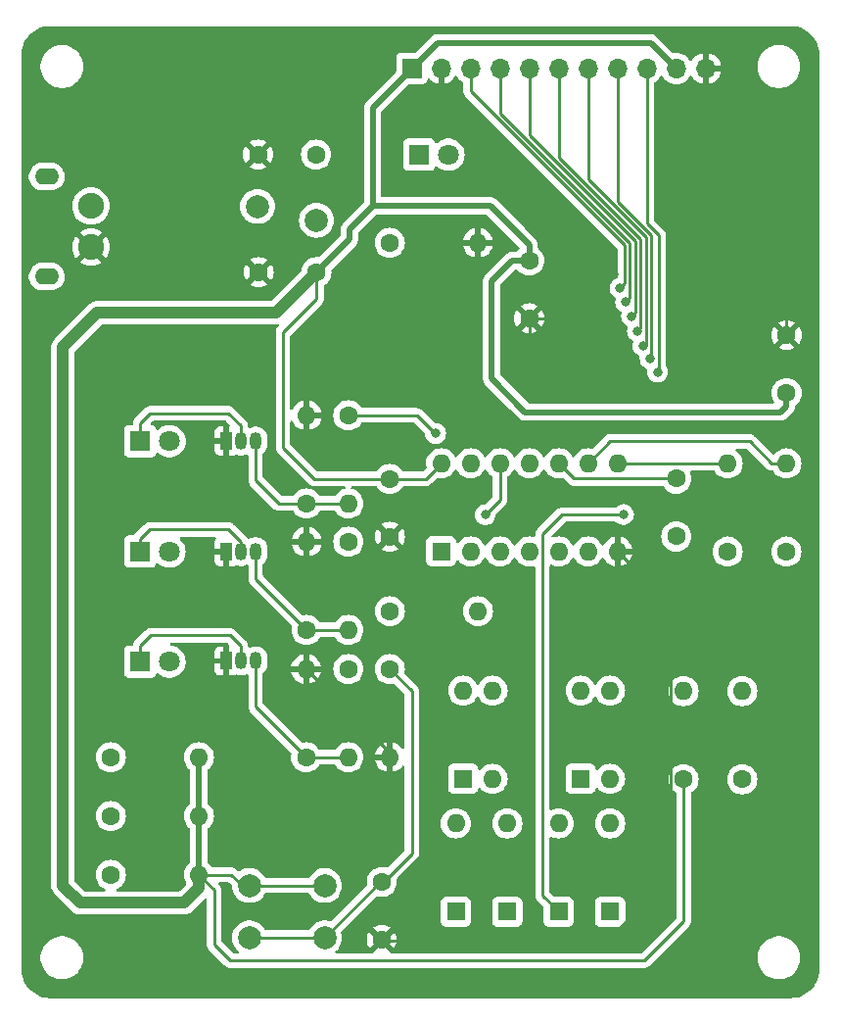
<source format=gbl>
G04 #@! TF.GenerationSoftware,KiCad,Pcbnew,8.0.8*
G04 #@! TF.CreationDate,2025-02-12T00:39:16+09:00*
G04 #@! TF.ProjectId,1bit-cpu_asic,31626974-2d63-4707-955f-617369632e6b,rev?*
G04 #@! TF.SameCoordinates,Original*
G04 #@! TF.FileFunction,Copper,L2,Bot*
G04 #@! TF.FilePolarity,Positive*
%FSLAX46Y46*%
G04 Gerber Fmt 4.6, Leading zero omitted, Abs format (unit mm)*
G04 Created by KiCad (PCBNEW 8.0.8) date 2025-02-12 00:39:16*
%MOMM*%
%LPD*%
G01*
G04 APERTURE LIST*
G04 #@! TA.AperFunction,ComponentPad*
%ADD10R,1.600000X1.600000*%
G04 #@! TD*
G04 #@! TA.AperFunction,ComponentPad*
%ADD11O,1.600000X1.600000*%
G04 #@! TD*
G04 #@! TA.AperFunction,ComponentPad*
%ADD12R,1.800000X1.800000*%
G04 #@! TD*
G04 #@! TA.AperFunction,ComponentPad*
%ADD13C,1.800000*%
G04 #@! TD*
G04 #@! TA.AperFunction,ComponentPad*
%ADD14R,1.050000X1.500000*%
G04 #@! TD*
G04 #@! TA.AperFunction,ComponentPad*
%ADD15O,1.050000X1.500000*%
G04 #@! TD*
G04 #@! TA.AperFunction,ComponentPad*
%ADD16C,1.600000*%
G04 #@! TD*
G04 #@! TA.AperFunction,ComponentPad*
%ADD17C,2.000000*%
G04 #@! TD*
G04 #@! TA.AperFunction,ComponentPad*
%ADD18C,2.240000*%
G04 #@! TD*
G04 #@! TA.AperFunction,ComponentPad*
%ADD19O,2.100000X1.400000*%
G04 #@! TD*
G04 #@! TA.AperFunction,ComponentPad*
%ADD20C,2.010000*%
G04 #@! TD*
G04 #@! TA.AperFunction,ComponentPad*
%ADD21R,1.700000X1.700000*%
G04 #@! TD*
G04 #@! TA.AperFunction,ComponentPad*
%ADD22O,1.700000X1.700000*%
G04 #@! TD*
G04 #@! TA.AperFunction,ViaPad*
%ADD23C,0.800000*%
G04 #@! TD*
G04 #@! TA.AperFunction,Conductor*
%ADD24C,0.250000*%
G04 #@! TD*
G04 #@! TA.AperFunction,Conductor*
%ADD25C,0.500000*%
G04 #@! TD*
G04 #@! TA.AperFunction,Conductor*
%ADD26C,1.000000*%
G04 #@! TD*
G04 APERTURE END LIST*
D10*
G04 #@! TO.P,U1,1*
G04 #@! TO.N,N/C*
X142240000Y-104140000D03*
D11*
G04 #@! TO.P,U1,2*
X144780000Y-104140000D03*
G04 #@! TO.P,U1,3*
X147320000Y-104140000D03*
G04 #@! TO.P,U1,4*
X149860000Y-104140000D03*
G04 #@! TO.P,U1,5*
X152400000Y-104140000D03*
G04 #@! TO.P,U1,6*
X154940000Y-104140000D03*
G04 #@! TO.P,U1,7,GND*
G04 #@! TO.N,GND*
X157480000Y-104140000D03*
G04 #@! TO.P,U1,8*
G04 #@! TO.N,Net-(R4-Pad2)*
X157480000Y-96520000D03*
G04 #@! TO.P,U1,9*
G04 #@! TO.N,Net-(R3-Pad2)*
X154940000Y-96520000D03*
G04 #@! TO.P,U1,10*
G04 #@! TO.N,Net-(C2-Pad2)*
X152400000Y-96520000D03*
G04 #@! TO.P,U1,11*
G04 #@! TO.N,Net-(R4-Pad2)*
X149860000Y-96520000D03*
G04 #@! TO.P,U1,12*
G04 #@! TO.N,Net-(R5-Pad2)*
X147320000Y-96520000D03*
G04 #@! TO.P,U1,13*
G04 #@! TO.N,Net-(C2-Pad2)*
X144780000Y-96520000D03*
G04 #@! TO.P,U1,14,VCC*
G04 #@! TO.N,+5V*
X142240000Y-96520000D03*
G04 #@! TD*
D12*
G04 #@! TO.P,LED3,1,K*
G04 #@! TO.N,Net-(LED3-K)*
X116200000Y-113665000D03*
D13*
G04 #@! TO.P,LED3,2,A*
G04 #@! TO.N,Net-(LED3-A)*
X118740000Y-113665000D03*
G04 #@! TD*
D14*
G04 #@! TO.P,Q3,1,E*
G04 #@! TO.N,GND*
X123650000Y-113600000D03*
D15*
G04 #@! TO.P,Q3,2,C*
G04 #@! TO.N,Net-(LED3-K)*
X124920000Y-113600000D03*
G04 #@! TO.P,Q3,3,B*
G04 #@! TO.N,Net-(Q3-B)*
X126190000Y-113600000D03*
G04 #@! TD*
D16*
G04 #@! TO.P,R4,1*
G04 #@! TO.N,Net-(C2-Pad1)*
X167010000Y-104150000D03*
D11*
G04 #@! TO.P,R4,2*
G04 #@! TO.N,Net-(R4-Pad2)*
X167010000Y-96530000D03*
G04 #@! TD*
D16*
G04 #@! TO.P,C7,1*
G04 #@! TO.N,GND*
X126445000Y-80010000D03*
G04 #@! TO.P,C7,2*
G04 #@! TO.N,+5V*
X131445000Y-80010000D03*
G04 #@! TD*
G04 #@! TO.P,R15,1*
G04 #@! TO.N,Net-(J2-Pin_3)*
X134200000Y-114300000D03*
D11*
G04 #@! TO.P,R15,2*
G04 #@! TO.N,Net-(Q3-B)*
X134200000Y-121920000D03*
G04 #@! TD*
D14*
G04 #@! TO.P,Q1,1,E*
G04 #@! TO.N,GND*
X123650000Y-94600000D03*
D15*
G04 #@! TO.P,Q1,2,C*
G04 #@! TO.N,Net-(LED1-K)*
X124920000Y-94600000D03*
G04 #@! TO.P,Q1,3,B*
G04 #@! TO.N,Net-(Q1-B)*
X126190000Y-94600000D03*
G04 #@! TD*
D10*
G04 #@! TO.P,D3,1,K*
G04 #@! TO.N,Net-(D3-K)*
X152400000Y-135255000D03*
D11*
G04 #@! TO.P,D3,2,A*
G04 #@! TO.N,Net-(D3-A)*
X152400000Y-127635000D03*
G04 #@! TD*
D12*
G04 #@! TO.P,LED4,1,K*
G04 #@! TO.N,Net-(LED4-K)*
X140330000Y-69850000D03*
D13*
G04 #@! TO.P,LED4,2,A*
G04 #@! TO.N,+5V*
X142870000Y-69850000D03*
G04 #@! TD*
D16*
G04 #@! TO.P,C5,1*
G04 #@! TO.N,GND*
X172100000Y-85450000D03*
G04 #@! TO.P,C5,2*
G04 #@! TO.N,+5V*
X172100000Y-90450000D03*
G04 #@! TD*
G04 #@! TO.P,R3,1*
G04 #@! TO.N,Net-(C2-Pad1)*
X172090000Y-104150000D03*
D11*
G04 #@! TO.P,R3,2*
G04 #@! TO.N,Net-(R3-Pad2)*
X172090000Y-96530000D03*
G04 #@! TD*
D10*
G04 #@! TO.P,D4,1,K*
G04 #@! TO.N,Net-(D3-K)*
X156845000Y-135255000D03*
D11*
G04 #@! TO.P,D4,2,A*
G04 #@! TO.N,Net-(D4-A)*
X156845000Y-127635000D03*
G04 #@! TD*
D12*
G04 #@! TO.P,LED1,1,K*
G04 #@! TO.N,Net-(LED1-K)*
X116205000Y-94615000D03*
D13*
G04 #@! TO.P,LED1,2,A*
G04 #@! TO.N,Net-(LED1-A)*
X118745000Y-94615000D03*
G04 #@! TD*
D16*
G04 #@! TO.P,R9,1*
G04 #@! TO.N,+5V*
X163195000Y-123825000D03*
D11*
G04 #@! TO.P,R9,2*
G04 #@! TO.N,Net-(J2-Pin_9)*
X163195000Y-116205000D03*
G04 #@! TD*
D16*
G04 #@! TO.P,R8,1*
G04 #@! TO.N,Net-(LED3-A)*
X113665000Y-132080000D03*
D11*
G04 #@! TO.P,R8,2*
G04 #@! TO.N,+5V*
X121285000Y-132080000D03*
G04 #@! TD*
D10*
G04 #@! TO.P,SW1,1*
G04 #@! TO.N,Net-(D1-A)*
X144140000Y-123782500D03*
D11*
G04 #@! TO.P,SW1,2*
G04 #@! TO.N,Net-(D2-A)*
X146680000Y-123782500D03*
G04 #@! TO.P,SW1,3*
G04 #@! TO.N,Net-(J2-Pin_8)*
X146680000Y-116162500D03*
G04 #@! TO.P,SW1,4*
G04 #@! TO.N,Net-(J2-Pin_9)*
X144140000Y-116162500D03*
G04 #@! TD*
D10*
G04 #@! TO.P,SW2,1*
G04 #@! TO.N,Net-(D3-A)*
X154300000Y-123782500D03*
D11*
G04 #@! TO.P,SW2,2*
G04 #@! TO.N,Net-(D4-A)*
X156840000Y-123782500D03*
G04 #@! TO.P,SW2,3*
G04 #@! TO.N,Net-(J2-Pin_8)*
X156840000Y-116162500D03*
G04 #@! TO.P,SW2,4*
G04 #@! TO.N,Net-(J2-Pin_9)*
X154300000Y-116162500D03*
G04 #@! TD*
D10*
G04 #@! TO.P,D2,1,K*
G04 #@! TO.N,Net-(D1-K)*
X147955000Y-135255000D03*
D11*
G04 #@! TO.P,D2,2,A*
G04 #@! TO.N,Net-(D2-A)*
X147955000Y-127635000D03*
G04 #@! TD*
D16*
G04 #@! TO.P,R1,1*
G04 #@! TO.N,Net-(J2-Pin_4)*
X137800000Y-114300000D03*
D11*
G04 #@! TO.P,R1,2*
G04 #@! TO.N,GND*
X137800000Y-121920000D03*
G04 #@! TD*
D12*
G04 #@! TO.P,LED2,1,K*
G04 #@! TO.N,Net-(LED2-K)*
X116200000Y-104140000D03*
D13*
G04 #@! TO.P,LED2,2,A*
G04 #@! TO.N,Net-(LED2-A)*
X118740000Y-104140000D03*
G04 #@! TD*
D16*
G04 #@! TO.P,C4,1*
G04 #@! TO.N,GND*
X137795000Y-102870000D03*
G04 #@! TO.P,C4,2*
G04 #@! TO.N,+5V*
X137795000Y-97870000D03*
G04 #@! TD*
G04 #@! TO.P,R5,1*
G04 #@! TO.N,Net-(J2-Pin_3)*
X137800000Y-109300000D03*
D11*
G04 #@! TO.P,R5,2*
G04 #@! TO.N,Net-(R5-Pad2)*
X145420000Y-109300000D03*
G04 #@! TD*
D16*
G04 #@! TO.P,R7,1*
G04 #@! TO.N,Net-(LED2-A)*
X113665000Y-127000000D03*
D11*
G04 #@! TO.P,R7,2*
G04 #@! TO.N,+5V*
X121285000Y-127000000D03*
G04 #@! TD*
D17*
G04 #@! TO.P,SW3,1,1*
G04 #@! TO.N,+5V*
X125655000Y-133005000D03*
X132155000Y-133005000D03*
G04 #@! TO.P,SW3,2,2*
G04 #@! TO.N,Net-(J2-Pin_4)*
X125655000Y-137505000D03*
X132155000Y-137505000D03*
G04 #@! TD*
D18*
G04 #@! TO.P,J1,A9,VBUS*
G04 #@! TO.N,Net-(F1-Pad1)*
X111940000Y-74295000D03*
G04 #@! TO.P,J1,A12,GND*
G04 #@! TO.N,GND*
X111940000Y-77851000D03*
D19*
G04 #@! TO.P,J1,S1,SHIELD*
G04 #@! TO.N,unconnected-(J1-SHIELD-PadS1)*
X108130000Y-71755000D03*
G04 #@! TO.N,unconnected-(J1-SHIELD-PadS1)_1*
X108130000Y-80391000D03*
G04 #@! TD*
D14*
G04 #@! TO.P,Q2,1,E*
G04 #@! TO.N,GND*
X123650000Y-104150000D03*
D15*
G04 #@! TO.P,Q2,2,C*
G04 #@! TO.N,Net-(LED2-K)*
X124920000Y-104150000D03*
G04 #@! TO.P,Q2,3,B*
G04 #@! TO.N,Net-(Q2-B)*
X126190000Y-104150000D03*
G04 #@! TD*
D16*
G04 #@! TO.P,R16,1*
G04 #@! TO.N,Net-(Q3-B)*
X130550000Y-121920000D03*
D11*
G04 #@! TO.P,R16,2*
G04 #@! TO.N,GND*
X130550000Y-114300000D03*
G04 #@! TD*
D16*
G04 #@! TO.P,R12,1*
G04 #@! TO.N,Net-(Q1-B)*
X130600000Y-100000000D03*
D11*
G04 #@! TO.P,R12,2*
G04 #@! TO.N,GND*
X130600000Y-92380000D03*
G04 #@! TD*
D16*
G04 #@! TO.P,C2,1*
G04 #@! TO.N,Net-(C2-Pad1)*
X162565000Y-102840000D03*
G04 #@! TO.P,C2,2*
G04 #@! TO.N,Net-(C2-Pad2)*
X162565000Y-97840000D03*
G04 #@! TD*
G04 #@! TO.P,R14,1*
G04 #@! TO.N,Net-(Q2-B)*
X130600000Y-110920000D03*
D11*
G04 #@! TO.P,R14,2*
G04 #@! TO.N,GND*
X130600000Y-103300000D03*
G04 #@! TD*
D16*
G04 #@! TO.P,C1,1*
G04 #@! TO.N,GND*
X137100000Y-137700000D03*
G04 #@! TO.P,C1,2*
G04 #@! TO.N,Net-(J2-Pin_4)*
X137100000Y-132700000D03*
G04 #@! TD*
D20*
G04 #@! TO.P,F1,1*
G04 #@! TO.N,Net-(F1-Pad1)*
X126355000Y-74330000D03*
G04 #@! TO.P,F1,2*
G04 #@! TO.N,+5V*
X131455000Y-75530000D03*
G04 #@! TD*
D16*
G04 #@! TO.P,C3,1*
G04 #@! TO.N,GND*
X126405000Y-69850000D03*
G04 #@! TO.P,C3,2*
G04 #@! TO.N,+5V*
X131405000Y-69850000D03*
G04 #@! TD*
G04 #@! TO.P,C6,1*
G04 #@! TO.N,GND*
X149850000Y-84000000D03*
G04 #@! TO.P,C6,2*
G04 #@! TO.N,+5V*
X149850000Y-79000000D03*
G04 #@! TD*
D10*
G04 #@! TO.P,D1,1,K*
G04 #@! TO.N,Net-(D1-K)*
X143510000Y-135255000D03*
D11*
G04 #@! TO.P,D1,2,A*
G04 #@! TO.N,Net-(D1-A)*
X143510000Y-127635000D03*
G04 #@! TD*
D21*
G04 #@! TO.P,J2,1,Pin_1*
G04 #@! TO.N,+5V*
X139700000Y-62400000D03*
D22*
G04 #@! TO.P,J2,2,Pin_2*
G04 #@! TO.N,GND*
X142240000Y-62400000D03*
G04 #@! TO.P,J2,3,Pin_3*
G04 #@! TO.N,Net-(J2-Pin_3)*
X144780000Y-62400000D03*
G04 #@! TO.P,J2,4,Pin_4*
G04 #@! TO.N,Net-(J2-Pin_4)*
X147320000Y-62400000D03*
G04 #@! TO.P,J2,5,Pin_5*
G04 #@! TO.N,Net-(J2-Pin_5)*
X149860000Y-62400000D03*
G04 #@! TO.P,J2,6,Pin_6*
G04 #@! TO.N,Net-(D1-K)*
X152400000Y-62400000D03*
G04 #@! TO.P,J2,7,Pin_7*
G04 #@! TO.N,Net-(D3-K)*
X154940000Y-62400000D03*
G04 #@! TO.P,J2,8,Pin_8*
G04 #@! TO.N,Net-(J2-Pin_8)*
X157480000Y-62400000D03*
G04 #@! TO.P,J2,9,Pin_9*
G04 #@! TO.N,Net-(J2-Pin_9)*
X160020000Y-62400000D03*
G04 #@! TO.P,J2,10,Pin_10*
G04 #@! TO.N,+5V*
X162560000Y-62400000D03*
G04 #@! TO.P,J2,11,Pin_11*
G04 #@! TO.N,GND*
X165100000Y-62400000D03*
G04 #@! TD*
D16*
G04 #@! TO.P,R10,1*
G04 #@! TO.N,+5V*
X168275000Y-123825000D03*
D11*
G04 #@! TO.P,R10,2*
G04 #@! TO.N,Net-(J2-Pin_8)*
X168275000Y-116205000D03*
G04 #@! TD*
D16*
G04 #@! TO.P,R2,1*
G04 #@! TO.N,Net-(LED4-K)*
X137790000Y-77470000D03*
D11*
G04 #@! TO.P,R2,2*
G04 #@! TO.N,GND*
X145410000Y-77470000D03*
G04 #@! TD*
D16*
G04 #@! TO.P,R11,1*
G04 #@! TO.N,Net-(J2-Pin_5)*
X134200000Y-92380000D03*
D11*
G04 #@! TO.P,R11,2*
G04 #@! TO.N,Net-(Q1-B)*
X134200000Y-100000000D03*
G04 #@! TD*
D16*
G04 #@! TO.P,R6,1*
G04 #@! TO.N,Net-(LED1-A)*
X113665000Y-121920000D03*
D11*
G04 #@! TO.P,R6,2*
G04 #@! TO.N,+5V*
X121285000Y-121920000D03*
G04 #@! TD*
D16*
G04 #@! TO.P,R13,1*
G04 #@! TO.N,Net-(D1-K)*
X134200000Y-103300000D03*
D11*
G04 #@! TO.P,R13,2*
G04 #@! TO.N,Net-(Q2-B)*
X134200000Y-110920000D03*
G04 #@! TD*
D23*
G04 #@! TO.N,Net-(J2-Pin_4)*
X158200000Y-82600000D03*
G04 #@! TO.N,GND*
X149300000Y-101000000D03*
X168100000Y-76350000D03*
X151750000Y-88500000D03*
X168100000Y-90400000D03*
X143600000Y-101000000D03*
X157200000Y-80200000D03*
G04 #@! TO.N,Net-(D1-K)*
X159200000Y-85100000D03*
G04 #@! TO.N,Net-(D3-K)*
X159700000Y-86400000D03*
X158000000Y-100950000D03*
G04 #@! TO.N,Net-(R5-Pad2)*
X146050000Y-100965000D03*
G04 #@! TO.N,Net-(J2-Pin_3)*
X157700000Y-81400000D03*
G04 #@! TO.N,Net-(J2-Pin_9)*
X160943880Y-88643880D03*
G04 #@! TO.N,Net-(J2-Pin_8)*
X160300000Y-87500000D03*
G04 #@! TO.N,Net-(J2-Pin_5)*
X158700000Y-83800000D03*
X141750000Y-93950000D03*
G04 #@! TD*
D24*
G04 #@! TO.N,Net-(J2-Pin_4)*
X139700000Y-116205000D02*
X137795000Y-114300000D01*
X147320000Y-66283604D02*
X147320000Y-62400000D01*
X125655000Y-137505000D02*
X132155000Y-137505000D01*
X158550000Y-77513604D02*
X147320000Y-66283604D01*
X132155000Y-137505000D02*
X136960000Y-132700000D01*
X158550000Y-82250000D02*
X158550000Y-77513604D01*
X158200000Y-82600000D02*
X158550000Y-82250000D01*
X137160000Y-132755000D02*
X139700000Y-130215000D01*
X139700000Y-130215000D02*
X139700000Y-116205000D01*
X136960000Y-132700000D02*
X137100000Y-132700000D01*
G04 #@! TO.N,GND*
X168100000Y-89450000D02*
X172100000Y-85450000D01*
X151750000Y-88500000D02*
X149850000Y-86600000D01*
X137800000Y-121550000D02*
X137800000Y-121920000D01*
X168100000Y-76350000D02*
X168100000Y-70700000D01*
X156550000Y-80200000D02*
X152750000Y-84000000D01*
X157200000Y-80200000D02*
X156550000Y-80200000D01*
X162070000Y-132280000D02*
X156595000Y-137755000D01*
X152750000Y-84000000D02*
X149850000Y-84000000D01*
X168100000Y-70700000D02*
X165100000Y-67700000D01*
X168100000Y-76350000D02*
X172100000Y-80350000D01*
X168100000Y-90400000D02*
X168100000Y-89450000D01*
X156595000Y-137755000D02*
X137160000Y-137755000D01*
X130550000Y-114300000D02*
X137800000Y-121550000D01*
X162070000Y-108730000D02*
X162070000Y-132280000D01*
X172100000Y-80350000D02*
X172100000Y-85450000D01*
X165100000Y-67700000D02*
X165100000Y-62400000D01*
X157480000Y-104140000D02*
X162070000Y-108730000D01*
X149850000Y-86600000D02*
X149850000Y-84000000D01*
G04 #@! TO.N,Net-(C2-Pad2)*
X153720000Y-97840000D02*
X152400000Y-96520000D01*
X162565000Y-97840000D02*
X153720000Y-97840000D01*
D25*
G04 #@! TO.N,+5V*
X136300000Y-74300000D02*
X146500000Y-74300000D01*
X131445000Y-80010000D02*
X134300000Y-77155000D01*
D26*
X127955000Y-83500000D02*
X131445000Y-80010000D01*
D25*
X134300000Y-76300000D02*
X136300000Y-74300000D01*
X146600000Y-80800000D02*
X146600000Y-89200000D01*
X136300000Y-74300000D02*
X136300000Y-65800000D01*
X160360000Y-60200000D02*
X162560000Y-62400000D01*
X146600000Y-89200000D02*
X149500000Y-92100000D01*
D24*
X121285000Y-132080000D02*
X124093604Y-132080000D01*
D26*
X109500000Y-86500000D02*
X112500000Y-83500000D01*
X121285000Y-133215000D02*
X120000000Y-134500000D01*
D25*
X149850000Y-79000000D02*
X148400000Y-79000000D01*
D24*
X122600000Y-138100000D02*
X124000000Y-139500000D01*
D26*
X112500000Y-83500000D02*
X127955000Y-83500000D01*
D24*
X159800000Y-139500000D02*
X163195000Y-136105000D01*
D25*
X146500000Y-74300000D02*
X149850000Y-77650000D01*
D26*
X120000000Y-134500000D02*
X111000000Y-134500000D01*
D24*
X121285000Y-132080000D02*
X122600000Y-133395000D01*
D26*
X109500000Y-133000000D02*
X109500000Y-86500000D01*
D24*
X124000000Y-139500000D02*
X159800000Y-139500000D01*
D25*
X136300000Y-65800000D02*
X139700000Y-62400000D01*
D24*
X122600000Y-133395000D02*
X122600000Y-138100000D01*
X128550000Y-95150000D02*
X131270000Y-97870000D01*
X131445000Y-82305000D02*
X128550000Y-85200000D01*
D25*
X134300000Y-77155000D02*
X134300000Y-76300000D01*
D24*
X163195000Y-136105000D02*
X163195000Y-123825000D01*
X125655000Y-133005000D02*
X132155000Y-133005000D01*
D25*
X121285000Y-121920000D02*
X121285000Y-127000000D01*
D24*
X140890000Y-97870000D02*
X142240000Y-96520000D01*
X131270000Y-97870000D02*
X137795000Y-97870000D01*
X128550000Y-85200000D02*
X128550000Y-95150000D01*
X137795000Y-97870000D02*
X140890000Y-97870000D01*
D25*
X121285000Y-127000000D02*
X121285000Y-132080000D01*
D26*
X111000000Y-134500000D02*
X109500000Y-133000000D01*
D25*
X139700000Y-62400000D02*
X141900000Y-60200000D01*
X141900000Y-60200000D02*
X160360000Y-60200000D01*
X148400000Y-79000000D02*
X146600000Y-80800000D01*
D24*
X124093604Y-132080000D02*
X125336802Y-133323198D01*
D25*
X172100000Y-91600000D02*
X172100000Y-90450000D01*
X149850000Y-77650000D02*
X149850000Y-79000000D01*
X171600000Y-92100000D02*
X172100000Y-91600000D01*
D24*
X131445000Y-80010000D02*
X131445000Y-82305000D01*
D25*
X149500000Y-92100000D02*
X171600000Y-92100000D01*
D26*
X121285000Y-132080000D02*
X121285000Y-133215000D01*
D24*
G04 #@! TO.N,Net-(D1-K)*
X159200000Y-85100000D02*
X159450000Y-84850000D01*
X159450000Y-84850000D02*
X159450000Y-77140812D01*
X152400000Y-70090812D02*
X152400000Y-62400000D01*
X159450000Y-77140812D02*
X152400000Y-70090812D01*
G04 #@! TO.N,Net-(D3-K)*
X150985000Y-102665000D02*
X150985000Y-133840000D01*
X159925000Y-76979416D02*
X154940000Y-71994416D01*
X150985000Y-133840000D02*
X152400000Y-135255000D01*
X158000000Y-100950000D02*
X152700000Y-100950000D01*
X152700000Y-100950000D02*
X150985000Y-102665000D01*
X154940000Y-71994416D02*
X154940000Y-62400000D01*
X159925000Y-86175000D02*
X159925000Y-76979416D01*
X159700000Y-86400000D02*
X159925000Y-86175000D01*
G04 #@! TO.N,Net-(R3-Pad2)*
X172090000Y-96530000D02*
X170825000Y-96530000D01*
X156845000Y-94615000D02*
X154940000Y-96520000D01*
X170825000Y-96530000D02*
X168910000Y-94615000D01*
X168910000Y-94615000D02*
X156845000Y-94615000D01*
G04 #@! TO.N,Net-(R4-Pad2)*
X157490000Y-96530000D02*
X157480000Y-96520000D01*
X167010000Y-96530000D02*
X157490000Y-96530000D01*
G04 #@! TO.N,Net-(R5-Pad2)*
X147320000Y-99695000D02*
X146050000Y-100965000D01*
X147320000Y-96520000D02*
X147320000Y-99695000D01*
G04 #@! TO.N,Net-(LED1-K)*
X116205000Y-94615000D02*
X116205000Y-93045000D01*
X124920000Y-93270000D02*
X124920000Y-94600000D01*
X123850000Y-92200000D02*
X124920000Y-93270000D01*
X117050000Y-92200000D02*
X123850000Y-92200000D01*
X116205000Y-93045000D02*
X117050000Y-92200000D01*
G04 #@! TO.N,Net-(LED2-K)*
X116200000Y-103050000D02*
X117000000Y-102250000D01*
X123850000Y-102250000D02*
X124920000Y-103320000D01*
X124920000Y-103320000D02*
X124920000Y-104150000D01*
X116200000Y-104140000D02*
X116200000Y-103050000D01*
X117000000Y-102250000D02*
X123850000Y-102250000D01*
G04 #@! TO.N,Net-(LED3-K)*
X124000000Y-111400000D02*
X124920000Y-112320000D01*
X116200000Y-113665000D02*
X116200000Y-112300000D01*
X116200000Y-112300000D02*
X117100000Y-111400000D01*
X117100000Y-111400000D02*
X124000000Y-111400000D01*
X124920000Y-112320000D02*
X124920000Y-113600000D01*
G04 #@! TO.N,Net-(Q1-B)*
X126190000Y-97990000D02*
X128200000Y-100000000D01*
X130600000Y-100000000D02*
X134200000Y-100000000D01*
X128200000Y-100000000D02*
X130600000Y-100000000D01*
X126190000Y-94600000D02*
X126190000Y-97990000D01*
G04 #@! TO.N,Net-(Q2-B)*
X126190000Y-106510000D02*
X130600000Y-110920000D01*
X126190000Y-104150000D02*
X126190000Y-106510000D01*
X130600000Y-110920000D02*
X134200000Y-110920000D01*
G04 #@! TO.N,Net-(Q3-B)*
X126190000Y-113600000D02*
X126190000Y-117560000D01*
X130550000Y-121920000D02*
X134200000Y-121920000D01*
X126190000Y-117560000D02*
X130550000Y-121920000D01*
G04 #@! TO.N,Net-(J2-Pin_3)*
X157700000Y-81400000D02*
X158100000Y-81000000D01*
X144780000Y-64380000D02*
X144780000Y-62400000D01*
X158100000Y-81000000D02*
X158100000Y-77700000D01*
X158100000Y-77700000D02*
X144780000Y-64380000D01*
G04 #@! TO.N,Net-(J2-Pin_9)*
X160020000Y-75801624D02*
X160020000Y-62400000D01*
X161025000Y-88562760D02*
X161025000Y-76806624D01*
X160943880Y-88643880D02*
X161025000Y-88562760D01*
X161025000Y-76806624D02*
X160020000Y-75801624D01*
G04 #@! TO.N,Net-(J2-Pin_8)*
X160425000Y-76843020D02*
X157480000Y-73898020D01*
X160425000Y-87375000D02*
X160425000Y-76843020D01*
X157480000Y-73898020D02*
X157480000Y-62400000D01*
X160300000Y-87500000D02*
X160425000Y-87375000D01*
G04 #@! TO.N,Net-(J2-Pin_5)*
X158700000Y-83800000D02*
X159000000Y-83500000D01*
X141750000Y-93950000D02*
X141700000Y-93950000D01*
X140130000Y-92380000D02*
X134200000Y-92380000D01*
X159000000Y-83500000D02*
X159000000Y-77327208D01*
X149860000Y-68187208D02*
X149860000Y-62400000D01*
X141700000Y-93950000D02*
X140130000Y-92380000D01*
X159000000Y-77327208D02*
X149860000Y-68187208D01*
G04 #@! TD*
G04 #@! TA.AperFunction,Conductor*
G04 #@! TO.N,GND*
G36*
X172443736Y-58740726D02*
G01*
X172733796Y-58758271D01*
X172748659Y-58760076D01*
X173030798Y-58811780D01*
X173045335Y-58815363D01*
X173319172Y-58900695D01*
X173333163Y-58906000D01*
X173594743Y-59023727D01*
X173607989Y-59030680D01*
X173853465Y-59179075D01*
X173865776Y-59187573D01*
X174091573Y-59364473D01*
X174102781Y-59374403D01*
X174305596Y-59577218D01*
X174315526Y-59588426D01*
X174337953Y-59617052D01*
X174435481Y-59741538D01*
X174492422Y-59814217D01*
X174500928Y-59826540D01*
X174649316Y-60072004D01*
X174656275Y-60085263D01*
X174773997Y-60346831D01*
X174779306Y-60360832D01*
X174864635Y-60634663D01*
X174868219Y-60649201D01*
X174919923Y-60931340D01*
X174921728Y-60946205D01*
X174939274Y-61236263D01*
X174939500Y-61243750D01*
X174939500Y-140236249D01*
X174939274Y-140243736D01*
X174921728Y-140533794D01*
X174919923Y-140548659D01*
X174868219Y-140830798D01*
X174864635Y-140845336D01*
X174779306Y-141119167D01*
X174773997Y-141133168D01*
X174656275Y-141394736D01*
X174649316Y-141407995D01*
X174500928Y-141653459D01*
X174492422Y-141665782D01*
X174315526Y-141891573D01*
X174305596Y-141902781D01*
X174102781Y-142105596D01*
X174091573Y-142115526D01*
X173865782Y-142292422D01*
X173853459Y-142300928D01*
X173607995Y-142449316D01*
X173594736Y-142456275D01*
X173333168Y-142573997D01*
X173319167Y-142579306D01*
X173045336Y-142664635D01*
X173030798Y-142668219D01*
X172748659Y-142719923D01*
X172733794Y-142721728D01*
X172443736Y-142739274D01*
X172436249Y-142739500D01*
X108443751Y-142739500D01*
X108436264Y-142739274D01*
X108146205Y-142721728D01*
X108131340Y-142719923D01*
X107849201Y-142668219D01*
X107834663Y-142664635D01*
X107560832Y-142579306D01*
X107546831Y-142573997D01*
X107285263Y-142456275D01*
X107272004Y-142449316D01*
X107026540Y-142300928D01*
X107014217Y-142292422D01*
X106788426Y-142115526D01*
X106777218Y-142105596D01*
X106574403Y-141902781D01*
X106564473Y-141891573D01*
X106387573Y-141665776D01*
X106379075Y-141653465D01*
X106230680Y-141407989D01*
X106223727Y-141394743D01*
X106106000Y-141133163D01*
X106100693Y-141119167D01*
X106015364Y-140845336D01*
X106011780Y-140830798D01*
X105960076Y-140548659D01*
X105958271Y-140533794D01*
X105940726Y-140243736D01*
X105940500Y-140236249D01*
X105940500Y-139118711D01*
X107589500Y-139118711D01*
X107589500Y-139361288D01*
X107621161Y-139601785D01*
X107683947Y-139836104D01*
X107776773Y-140060205D01*
X107776776Y-140060212D01*
X107898064Y-140270289D01*
X107898066Y-140270292D01*
X107898067Y-140270293D01*
X108045733Y-140462736D01*
X108045739Y-140462743D01*
X108217256Y-140634260D01*
X108217262Y-140634265D01*
X108409711Y-140781936D01*
X108619788Y-140903224D01*
X108843900Y-140996054D01*
X109078211Y-141058838D01*
X109258586Y-141082584D01*
X109318711Y-141090500D01*
X109318712Y-141090500D01*
X109561289Y-141090500D01*
X109609388Y-141084167D01*
X109801789Y-141058838D01*
X110036100Y-140996054D01*
X110260212Y-140903224D01*
X110470289Y-140781936D01*
X110662738Y-140634265D01*
X110834265Y-140462738D01*
X110981936Y-140270289D01*
X111103224Y-140060212D01*
X111196054Y-139836100D01*
X111258838Y-139601789D01*
X111290500Y-139361288D01*
X111290500Y-139118712D01*
X111258838Y-138878211D01*
X111196054Y-138643900D01*
X111103224Y-138419788D01*
X110981936Y-138209711D01*
X110897752Y-138100000D01*
X110834266Y-138017263D01*
X110834260Y-138017256D01*
X110662743Y-137845739D01*
X110662736Y-137845733D01*
X110470293Y-137698067D01*
X110470292Y-137698066D01*
X110470289Y-137698064D01*
X110260212Y-137576776D01*
X110184961Y-137545606D01*
X110036104Y-137483947D01*
X109801785Y-137421161D01*
X109561289Y-137389500D01*
X109561288Y-137389500D01*
X109318712Y-137389500D01*
X109318711Y-137389500D01*
X109078214Y-137421161D01*
X108843895Y-137483947D01*
X108619794Y-137576773D01*
X108619785Y-137576777D01*
X108409706Y-137698067D01*
X108217263Y-137845733D01*
X108217256Y-137845739D01*
X108045739Y-138017256D01*
X108045733Y-138017263D01*
X107898067Y-138209706D01*
X107776777Y-138419785D01*
X107776773Y-138419794D01*
X107683947Y-138643895D01*
X107621161Y-138878214D01*
X107589500Y-139118711D01*
X105940500Y-139118711D01*
X105940500Y-86401456D01*
X108499500Y-86401456D01*
X108499500Y-133098542D01*
X108499535Y-133098717D01*
X108516869Y-133185858D01*
X108527409Y-133238847D01*
X108537948Y-133291834D01*
X108541938Y-133301466D01*
X108613364Y-133473907D01*
X108613371Y-133473920D01*
X108722859Y-133637780D01*
X108722860Y-133637781D01*
X108722861Y-133637782D01*
X108862218Y-133777139D01*
X108862219Y-133777139D01*
X108869286Y-133784206D01*
X108869285Y-133784206D01*
X108869288Y-133784208D01*
X110222860Y-135137781D01*
X110222861Y-135137782D01*
X110362218Y-135277139D01*
X110526086Y-135386632D01*
X110632745Y-135430811D01*
X110708164Y-135462051D01*
X110901454Y-135500499D01*
X110901457Y-135500500D01*
X110901459Y-135500500D01*
X120098543Y-135500500D01*
X120168923Y-135486500D01*
X120204114Y-135479500D01*
X120291836Y-135462051D01*
X120351225Y-135437451D01*
X120473914Y-135386632D01*
X120637782Y-135277139D01*
X120777139Y-135137782D01*
X120777139Y-135137780D01*
X120787347Y-135127573D01*
X120787348Y-135127570D01*
X121762820Y-134152099D01*
X121824142Y-134118615D01*
X121893834Y-134123599D01*
X121949767Y-134165471D01*
X121974184Y-134230935D01*
X121974500Y-134239781D01*
X121974500Y-138161611D01*
X121998535Y-138282444D01*
X121998540Y-138282461D01*
X122045685Y-138396280D01*
X122045690Y-138396289D01*
X122079914Y-138447507D01*
X122079915Y-138447509D01*
X122114141Y-138498733D01*
X122205586Y-138590178D01*
X122205608Y-138590198D01*
X123511016Y-139895606D01*
X123511045Y-139895637D01*
X123601264Y-139985856D01*
X123601267Y-139985858D01*
X123652490Y-140020084D01*
X123703714Y-140054312D01*
X123703715Y-140054312D01*
X123703716Y-140054313D01*
X123717958Y-140060212D01*
X123784207Y-140087652D01*
X123817548Y-140101463D01*
X123877971Y-140113481D01*
X123938393Y-140125500D01*
X159861607Y-140125500D01*
X159922029Y-140113481D01*
X159982452Y-140101463D01*
X159982455Y-140101461D01*
X159982458Y-140101461D01*
X160015787Y-140087654D01*
X160015786Y-140087654D01*
X160015792Y-140087652D01*
X160096286Y-140054312D01*
X160147509Y-140020084D01*
X160147511Y-140020083D01*
X160160271Y-140011556D01*
X160198733Y-139985858D01*
X160285858Y-139898733D01*
X160285859Y-139898731D01*
X160292925Y-139891665D01*
X160292928Y-139891661D01*
X161065878Y-139118711D01*
X169589500Y-139118711D01*
X169589500Y-139361288D01*
X169621161Y-139601785D01*
X169683947Y-139836104D01*
X169776773Y-140060205D01*
X169776776Y-140060212D01*
X169898064Y-140270289D01*
X169898066Y-140270292D01*
X169898067Y-140270293D01*
X170045733Y-140462736D01*
X170045739Y-140462743D01*
X170217256Y-140634260D01*
X170217262Y-140634265D01*
X170409711Y-140781936D01*
X170619788Y-140903224D01*
X170843900Y-140996054D01*
X171078211Y-141058838D01*
X171258586Y-141082584D01*
X171318711Y-141090500D01*
X171318712Y-141090500D01*
X171561289Y-141090500D01*
X171609388Y-141084167D01*
X171801789Y-141058838D01*
X172036100Y-140996054D01*
X172260212Y-140903224D01*
X172470289Y-140781936D01*
X172662738Y-140634265D01*
X172834265Y-140462738D01*
X172981936Y-140270289D01*
X173103224Y-140060212D01*
X173196054Y-139836100D01*
X173258838Y-139601789D01*
X173290500Y-139361288D01*
X173290500Y-139118712D01*
X173258838Y-138878211D01*
X173196054Y-138643900D01*
X173103224Y-138419788D01*
X172981936Y-138209711D01*
X172897752Y-138100000D01*
X172834266Y-138017263D01*
X172834260Y-138017256D01*
X172662743Y-137845739D01*
X172662736Y-137845733D01*
X172470293Y-137698067D01*
X172470292Y-137698066D01*
X172470289Y-137698064D01*
X172260212Y-137576776D01*
X172184961Y-137545606D01*
X172036104Y-137483947D01*
X171801785Y-137421161D01*
X171561289Y-137389500D01*
X171561288Y-137389500D01*
X171318712Y-137389500D01*
X171318711Y-137389500D01*
X171078214Y-137421161D01*
X170843895Y-137483947D01*
X170619794Y-137576773D01*
X170619785Y-137576777D01*
X170409706Y-137698067D01*
X170217263Y-137845733D01*
X170217256Y-137845739D01*
X170045739Y-138017256D01*
X170045733Y-138017263D01*
X169898067Y-138209706D01*
X169776777Y-138419785D01*
X169776773Y-138419794D01*
X169683947Y-138643895D01*
X169621161Y-138878214D01*
X169589500Y-139118711D01*
X161065878Y-139118711D01*
X163593729Y-136590860D01*
X163593733Y-136590858D01*
X163680858Y-136503733D01*
X163715084Y-136452509D01*
X163749312Y-136401286D01*
X163796463Y-136287451D01*
X163820500Y-136166607D01*
X163820500Y-136043393D01*
X163820500Y-125039188D01*
X163840185Y-124972149D01*
X163873377Y-124937613D01*
X163921836Y-124903681D01*
X164034139Y-124825047D01*
X164195047Y-124664139D01*
X164325568Y-124477734D01*
X164421739Y-124271496D01*
X164480635Y-124051692D01*
X164500468Y-123825000D01*
X164500468Y-123824998D01*
X166969532Y-123824998D01*
X166969532Y-123825001D01*
X166989364Y-124051686D01*
X166989366Y-124051697D01*
X167048258Y-124271488D01*
X167048261Y-124271497D01*
X167144431Y-124477732D01*
X167144432Y-124477734D01*
X167274954Y-124664141D01*
X167435858Y-124825045D01*
X167435861Y-124825047D01*
X167622266Y-124955568D01*
X167828504Y-125051739D01*
X168048308Y-125110635D01*
X168210230Y-125124801D01*
X168274998Y-125130468D01*
X168275000Y-125130468D01*
X168275002Y-125130468D01*
X168331673Y-125125509D01*
X168501692Y-125110635D01*
X168721496Y-125051739D01*
X168927734Y-124955568D01*
X169114139Y-124825047D01*
X169275047Y-124664139D01*
X169405568Y-124477734D01*
X169501739Y-124271496D01*
X169560635Y-124051692D01*
X169580468Y-123825000D01*
X169560635Y-123598308D01*
X169501739Y-123378504D01*
X169405568Y-123172266D01*
X169293061Y-123011588D01*
X169275045Y-122985858D01*
X169114141Y-122824954D01*
X168927734Y-122694432D01*
X168927732Y-122694431D01*
X168721497Y-122598261D01*
X168721488Y-122598258D01*
X168501697Y-122539366D01*
X168501693Y-122539365D01*
X168501692Y-122539365D01*
X168501691Y-122539364D01*
X168501686Y-122539364D01*
X168275002Y-122519532D01*
X168274998Y-122519532D01*
X168048313Y-122539364D01*
X168048302Y-122539366D01*
X167828511Y-122598258D01*
X167828502Y-122598261D01*
X167622267Y-122694431D01*
X167622265Y-122694432D01*
X167435858Y-122824954D01*
X167274954Y-122985858D01*
X167144432Y-123172265D01*
X167144431Y-123172267D01*
X167048261Y-123378502D01*
X167048258Y-123378511D01*
X166989366Y-123598302D01*
X166989364Y-123598313D01*
X166969532Y-123824998D01*
X164500468Y-123824998D01*
X164480635Y-123598308D01*
X164421739Y-123378504D01*
X164325568Y-123172266D01*
X164213061Y-123011588D01*
X164195045Y-122985858D01*
X164034141Y-122824954D01*
X163847734Y-122694432D01*
X163847732Y-122694431D01*
X163641497Y-122598261D01*
X163641488Y-122598258D01*
X163421697Y-122539366D01*
X163421693Y-122539365D01*
X163421692Y-122539365D01*
X163421691Y-122539364D01*
X163421686Y-122539364D01*
X163195002Y-122519532D01*
X163194998Y-122519532D01*
X162968313Y-122539364D01*
X162968302Y-122539366D01*
X162748511Y-122598258D01*
X162748502Y-122598261D01*
X162542267Y-122694431D01*
X162542265Y-122694432D01*
X162355858Y-122824954D01*
X162194954Y-122985858D01*
X162064432Y-123172265D01*
X162064431Y-123172267D01*
X161968261Y-123378502D01*
X161968258Y-123378511D01*
X161909366Y-123598302D01*
X161909364Y-123598313D01*
X161889532Y-123824998D01*
X161889532Y-123825001D01*
X161909364Y-124051686D01*
X161909366Y-124051697D01*
X161968258Y-124271488D01*
X161968261Y-124271497D01*
X162064431Y-124477732D01*
X162064432Y-124477734D01*
X162194954Y-124664141D01*
X162355858Y-124825045D01*
X162516623Y-124937613D01*
X162560248Y-124992189D01*
X162569500Y-125039188D01*
X162569500Y-135794548D01*
X162549815Y-135861587D01*
X162533181Y-135882229D01*
X159577229Y-138838181D01*
X159515906Y-138871666D01*
X159489548Y-138874500D01*
X137952441Y-138874500D01*
X137885402Y-138854815D01*
X137839647Y-138802011D01*
X137837813Y-138791366D01*
X137146447Y-138100000D01*
X137152661Y-138100000D01*
X137254394Y-138072741D01*
X137345606Y-138020080D01*
X137420080Y-137945606D01*
X137472741Y-137854394D01*
X137500000Y-137752661D01*
X137500000Y-137746447D01*
X138179024Y-138425471D01*
X138230136Y-138352478D01*
X138326264Y-138146331D01*
X138326269Y-138146317D01*
X138385139Y-137926610D01*
X138385141Y-137926599D01*
X138404966Y-137700002D01*
X138404966Y-137699997D01*
X138385141Y-137473400D01*
X138385139Y-137473389D01*
X138326269Y-137253682D01*
X138326264Y-137253668D01*
X138230136Y-137047521D01*
X138230132Y-137047513D01*
X138179025Y-136974526D01*
X137500000Y-137653551D01*
X137500000Y-137647339D01*
X137472741Y-137545606D01*
X137420080Y-137454394D01*
X137345606Y-137379920D01*
X137254394Y-137327259D01*
X137152661Y-137300000D01*
X137146445Y-137300000D01*
X137825472Y-136620974D01*
X137752478Y-136569863D01*
X137546331Y-136473735D01*
X137546317Y-136473730D01*
X137326610Y-136414860D01*
X137326599Y-136414858D01*
X137100002Y-136395034D01*
X137099998Y-136395034D01*
X136873400Y-136414858D01*
X136873389Y-136414860D01*
X136653682Y-136473730D01*
X136653673Y-136473734D01*
X136447516Y-136569866D01*
X136447512Y-136569868D01*
X136374526Y-136620973D01*
X136374526Y-136620974D01*
X137053553Y-137300000D01*
X137047339Y-137300000D01*
X136945606Y-137327259D01*
X136854394Y-137379920D01*
X136779920Y-137454394D01*
X136727259Y-137545606D01*
X136700000Y-137647339D01*
X136700000Y-137653552D01*
X136020974Y-136974526D01*
X136020973Y-136974526D01*
X135969868Y-137047512D01*
X135969866Y-137047516D01*
X135873734Y-137253673D01*
X135873730Y-137253682D01*
X135814860Y-137473389D01*
X135814858Y-137473400D01*
X135795034Y-137699997D01*
X135795034Y-137700002D01*
X135814858Y-137926599D01*
X135814860Y-137926610D01*
X135873730Y-138146317D01*
X135873735Y-138146331D01*
X135969863Y-138352478D01*
X136020974Y-138425472D01*
X136700000Y-137746446D01*
X136700000Y-137752661D01*
X136727259Y-137854394D01*
X136779920Y-137945606D01*
X136854394Y-138020080D01*
X136945606Y-138072741D01*
X137047339Y-138100000D01*
X137053553Y-138100000D01*
X136360326Y-138793225D01*
X136357318Y-138808195D01*
X136308702Y-138858377D01*
X136247558Y-138874500D01*
X133199632Y-138874500D01*
X133132593Y-138854815D01*
X133086838Y-138802011D01*
X133076894Y-138732853D01*
X133105919Y-138669297D01*
X133123469Y-138652647D01*
X133134707Y-138643900D01*
X133174744Y-138612738D01*
X133343164Y-138429785D01*
X133479173Y-138221607D01*
X133579063Y-137993881D01*
X133640108Y-137752821D01*
X133640109Y-137752812D01*
X133660643Y-137505005D01*
X133660643Y-137504994D01*
X133640109Y-137257187D01*
X133640108Y-137257183D01*
X133640108Y-137257179D01*
X133639222Y-137253682D01*
X133586136Y-137044050D01*
X133588760Y-136974230D01*
X133618658Y-136925930D01*
X136137453Y-134407135D01*
X142209500Y-134407135D01*
X142209500Y-136102870D01*
X142209501Y-136102876D01*
X142215908Y-136162483D01*
X142266202Y-136297328D01*
X142266206Y-136297335D01*
X142352452Y-136412544D01*
X142352455Y-136412547D01*
X142467664Y-136498793D01*
X142467671Y-136498797D01*
X142602517Y-136549091D01*
X142602516Y-136549091D01*
X142609444Y-136549835D01*
X142662127Y-136555500D01*
X144357872Y-136555499D01*
X144417483Y-136549091D01*
X144552331Y-136498796D01*
X144667546Y-136412546D01*
X144753796Y-136297331D01*
X144804091Y-136162483D01*
X144810500Y-136102873D01*
X144810499Y-134407135D01*
X146654500Y-134407135D01*
X146654500Y-136102870D01*
X146654501Y-136102876D01*
X146660908Y-136162483D01*
X146711202Y-136297328D01*
X146711206Y-136297335D01*
X146797452Y-136412544D01*
X146797455Y-136412547D01*
X146912664Y-136498793D01*
X146912671Y-136498797D01*
X147047517Y-136549091D01*
X147047516Y-136549091D01*
X147054444Y-136549835D01*
X147107127Y-136555500D01*
X148802872Y-136555499D01*
X148862483Y-136549091D01*
X148997331Y-136498796D01*
X149112546Y-136412546D01*
X149198796Y-136297331D01*
X149249091Y-136162483D01*
X149255500Y-136102873D01*
X149255499Y-134407128D01*
X149249091Y-134347517D01*
X149242631Y-134330198D01*
X149198797Y-134212671D01*
X149198793Y-134212664D01*
X149112547Y-134097455D01*
X149112544Y-134097452D01*
X148997335Y-134011206D01*
X148997328Y-134011202D01*
X148862482Y-133960908D01*
X148862483Y-133960908D01*
X148802883Y-133954501D01*
X148802881Y-133954500D01*
X148802873Y-133954500D01*
X148802864Y-133954500D01*
X147107129Y-133954500D01*
X147107123Y-133954501D01*
X147047516Y-133960908D01*
X146912671Y-134011202D01*
X146912664Y-134011206D01*
X146797455Y-134097452D01*
X146797452Y-134097455D01*
X146711206Y-134212664D01*
X146711202Y-134212671D01*
X146660908Y-134347517D01*
X146654501Y-134407116D01*
X146654501Y-134407123D01*
X146654500Y-134407135D01*
X144810499Y-134407135D01*
X144810499Y-134407128D01*
X144804091Y-134347517D01*
X144797631Y-134330198D01*
X144753797Y-134212671D01*
X144753793Y-134212664D01*
X144667547Y-134097455D01*
X144667544Y-134097452D01*
X144552335Y-134011206D01*
X144552328Y-134011202D01*
X144417482Y-133960908D01*
X144417483Y-133960908D01*
X144357883Y-133954501D01*
X144357881Y-133954500D01*
X144357873Y-133954500D01*
X144357864Y-133954500D01*
X142662129Y-133954500D01*
X142662123Y-133954501D01*
X142602516Y-133960908D01*
X142467671Y-134011202D01*
X142467664Y-134011206D01*
X142352455Y-134097452D01*
X142352452Y-134097455D01*
X142266206Y-134212664D01*
X142266202Y-134212671D01*
X142215908Y-134347517D01*
X142209501Y-134407116D01*
X142209501Y-134407123D01*
X142209500Y-134407135D01*
X136137453Y-134407135D01*
X136574763Y-133969825D01*
X136636084Y-133936342D01*
X136694534Y-133937732D01*
X136873308Y-133985635D01*
X137035230Y-133999801D01*
X137099998Y-134005468D01*
X137100000Y-134005468D01*
X137100002Y-134005468D01*
X137156673Y-134000509D01*
X137326692Y-133985635D01*
X137546496Y-133926739D01*
X137752734Y-133830568D01*
X137939139Y-133700047D01*
X138100047Y-133539139D01*
X138230568Y-133352734D01*
X138326739Y-133146496D01*
X138385635Y-132926692D01*
X138405468Y-132700000D01*
X138385899Y-132476329D01*
X138399665Y-132407831D01*
X138421743Y-132377845D01*
X140185857Y-130613734D01*
X140254311Y-130511286D01*
X140301463Y-130397452D01*
X140325500Y-130276607D01*
X140325500Y-130153394D01*
X140325500Y-127634998D01*
X142204532Y-127634998D01*
X142204532Y-127635001D01*
X142224364Y-127861686D01*
X142224366Y-127861697D01*
X142283258Y-128081488D01*
X142283261Y-128081497D01*
X142379431Y-128287732D01*
X142379432Y-128287734D01*
X142509954Y-128474141D01*
X142670858Y-128635045D01*
X142670861Y-128635047D01*
X142857266Y-128765568D01*
X143063504Y-128861739D01*
X143283308Y-128920635D01*
X143445230Y-128934801D01*
X143509998Y-128940468D01*
X143510000Y-128940468D01*
X143510002Y-128940468D01*
X143566673Y-128935509D01*
X143736692Y-128920635D01*
X143956496Y-128861739D01*
X144162734Y-128765568D01*
X144349139Y-128635047D01*
X144510047Y-128474139D01*
X144640568Y-128287734D01*
X144736739Y-128081496D01*
X144795635Y-127861692D01*
X144812634Y-127667384D01*
X144815468Y-127635001D01*
X144815468Y-127634998D01*
X146649532Y-127634998D01*
X146649532Y-127635001D01*
X146669364Y-127861686D01*
X146669366Y-127861697D01*
X146728258Y-128081488D01*
X146728261Y-128081497D01*
X146824431Y-128287732D01*
X146824432Y-128287734D01*
X146954954Y-128474141D01*
X147115858Y-128635045D01*
X147115861Y-128635047D01*
X147302266Y-128765568D01*
X147508504Y-128861739D01*
X147728308Y-128920635D01*
X147890230Y-128934801D01*
X147954998Y-128940468D01*
X147955000Y-128940468D01*
X147955002Y-128940468D01*
X148011673Y-128935509D01*
X148181692Y-128920635D01*
X148401496Y-128861739D01*
X148607734Y-128765568D01*
X148794139Y-128635047D01*
X148955047Y-128474139D01*
X149085568Y-128287734D01*
X149181739Y-128081496D01*
X149240635Y-127861692D01*
X149257634Y-127667384D01*
X149260468Y-127635001D01*
X149260468Y-127634998D01*
X149240635Y-127408313D01*
X149240635Y-127408308D01*
X149181739Y-127188504D01*
X149085568Y-126982266D01*
X148955047Y-126795861D01*
X148955045Y-126795858D01*
X148794141Y-126634954D01*
X148607734Y-126504432D01*
X148607732Y-126504431D01*
X148401497Y-126408261D01*
X148401488Y-126408258D01*
X148181697Y-126349366D01*
X148181693Y-126349365D01*
X148181692Y-126349365D01*
X148181691Y-126349364D01*
X148181686Y-126349364D01*
X147955002Y-126329532D01*
X147954998Y-126329532D01*
X147728313Y-126349364D01*
X147728302Y-126349366D01*
X147508511Y-126408258D01*
X147508502Y-126408261D01*
X147302267Y-126504431D01*
X147302265Y-126504432D01*
X147115858Y-126634954D01*
X146954954Y-126795858D01*
X146824432Y-126982265D01*
X146824431Y-126982267D01*
X146728261Y-127188502D01*
X146728258Y-127188511D01*
X146669366Y-127408302D01*
X146669364Y-127408313D01*
X146649532Y-127634998D01*
X144815468Y-127634998D01*
X144795635Y-127408313D01*
X144795635Y-127408308D01*
X144736739Y-127188504D01*
X144640568Y-126982266D01*
X144510047Y-126795861D01*
X144510045Y-126795858D01*
X144349141Y-126634954D01*
X144162734Y-126504432D01*
X144162732Y-126504431D01*
X143956497Y-126408261D01*
X143956488Y-126408258D01*
X143736697Y-126349366D01*
X143736693Y-126349365D01*
X143736692Y-126349365D01*
X143736691Y-126349364D01*
X143736686Y-126349364D01*
X143510002Y-126329532D01*
X143509998Y-126329532D01*
X143283313Y-126349364D01*
X143283302Y-126349366D01*
X143063511Y-126408258D01*
X143063502Y-126408261D01*
X142857267Y-126504431D01*
X142857265Y-126504432D01*
X142670858Y-126634954D01*
X142509954Y-126795858D01*
X142379432Y-126982265D01*
X142379431Y-126982267D01*
X142283261Y-127188502D01*
X142283258Y-127188511D01*
X142224366Y-127408302D01*
X142224364Y-127408313D01*
X142204532Y-127634998D01*
X140325500Y-127634998D01*
X140325500Y-122934635D01*
X142839500Y-122934635D01*
X142839500Y-124630370D01*
X142839501Y-124630376D01*
X142845908Y-124689983D01*
X142896202Y-124824828D01*
X142896206Y-124824835D01*
X142982452Y-124940044D01*
X142982455Y-124940047D01*
X143097664Y-125026293D01*
X143097671Y-125026297D01*
X143232517Y-125076591D01*
X143232516Y-125076591D01*
X143239444Y-125077335D01*
X143292127Y-125083000D01*
X144987872Y-125082999D01*
X145047483Y-125076591D01*
X145182331Y-125026296D01*
X145297546Y-124940046D01*
X145383796Y-124824831D01*
X145434091Y-124689983D01*
X145437862Y-124654901D01*
X145464599Y-124590355D01*
X145521990Y-124550506D01*
X145591816Y-124548011D01*
X145651905Y-124583663D01*
X145662726Y-124597036D01*
X145679956Y-124621643D01*
X145840858Y-124782545D01*
X145840861Y-124782547D01*
X146027266Y-124913068D01*
X146233504Y-125009239D01*
X146453308Y-125068135D01*
X146615230Y-125082301D01*
X146679998Y-125087968D01*
X146680000Y-125087968D01*
X146680002Y-125087968D01*
X146736807Y-125082998D01*
X146906692Y-125068135D01*
X147126496Y-125009239D01*
X147332734Y-124913068D01*
X147519139Y-124782547D01*
X147680047Y-124621639D01*
X147810568Y-124435234D01*
X147906739Y-124228996D01*
X147965635Y-124009192D01*
X147985468Y-123782500D01*
X147965635Y-123555808D01*
X147906739Y-123336004D01*
X147810568Y-123129766D01*
X147709803Y-122985858D01*
X147680045Y-122943358D01*
X147519141Y-122782454D01*
X147332734Y-122651932D01*
X147332732Y-122651931D01*
X147126497Y-122555761D01*
X147126488Y-122555758D01*
X146906697Y-122496866D01*
X146906693Y-122496865D01*
X146906692Y-122496865D01*
X146906691Y-122496864D01*
X146906686Y-122496864D01*
X146680002Y-122477032D01*
X146679998Y-122477032D01*
X146453313Y-122496864D01*
X146453302Y-122496866D01*
X146233511Y-122555758D01*
X146233502Y-122555761D01*
X146027267Y-122651931D01*
X146027265Y-122651932D01*
X145840858Y-122782454D01*
X145679954Y-122943358D01*
X145662725Y-122967964D01*
X145608147Y-123011588D01*
X145538648Y-123018780D01*
X145476294Y-122987257D01*
X145440882Y-122927026D01*
X145437861Y-122910091D01*
X145434091Y-122875016D01*
X145383797Y-122740171D01*
X145383793Y-122740164D01*
X145297547Y-122624955D01*
X145297544Y-122624952D01*
X145182335Y-122538706D01*
X145182328Y-122538702D01*
X145047482Y-122488408D01*
X145047483Y-122488408D01*
X144987883Y-122482001D01*
X144987881Y-122482000D01*
X144987873Y-122482000D01*
X144987864Y-122482000D01*
X143292129Y-122482000D01*
X143292123Y-122482001D01*
X143232516Y-122488408D01*
X143097671Y-122538702D01*
X143097664Y-122538706D01*
X142982455Y-122624952D01*
X142982452Y-122624955D01*
X142896206Y-122740164D01*
X142896202Y-122740171D01*
X142845908Y-122875017D01*
X142839501Y-122934616D01*
X142839500Y-122934635D01*
X140325500Y-122934635D01*
X140325500Y-116162498D01*
X142834532Y-116162498D01*
X142834532Y-116162501D01*
X142854364Y-116389186D01*
X142854366Y-116389197D01*
X142913258Y-116608988D01*
X142913261Y-116608997D01*
X143009431Y-116815232D01*
X143009432Y-116815234D01*
X143139954Y-117001641D01*
X143300858Y-117162545D01*
X143300861Y-117162547D01*
X143487266Y-117293068D01*
X143693504Y-117389239D01*
X143913308Y-117448135D01*
X144075230Y-117462301D01*
X144139998Y-117467968D01*
X144140000Y-117467968D01*
X144140002Y-117467968D01*
X144196673Y-117463009D01*
X144366692Y-117448135D01*
X144586496Y-117389239D01*
X144792734Y-117293068D01*
X144979139Y-117162547D01*
X145140047Y-117001639D01*
X145270568Y-116815234D01*
X145297618Y-116757224D01*
X145343790Y-116704785D01*
X145410983Y-116685633D01*
X145477865Y-116705848D01*
X145522382Y-116757225D01*
X145549429Y-116815228D01*
X145549432Y-116815234D01*
X145679954Y-117001641D01*
X145840858Y-117162545D01*
X145840861Y-117162547D01*
X146027266Y-117293068D01*
X146233504Y-117389239D01*
X146453308Y-117448135D01*
X146615230Y-117462301D01*
X146679998Y-117467968D01*
X146680000Y-117467968D01*
X146680002Y-117467968D01*
X146736673Y-117463009D01*
X146906692Y-117448135D01*
X147126496Y-117389239D01*
X147332734Y-117293068D01*
X147519139Y-117162547D01*
X147680047Y-117001639D01*
X147810568Y-116815234D01*
X147906739Y-116608996D01*
X147965635Y-116389192D01*
X147985468Y-116162500D01*
X147983796Y-116143394D01*
X147973224Y-116022548D01*
X147965635Y-115935808D01*
X147906739Y-115716004D01*
X147810568Y-115509766D01*
X147680047Y-115323361D01*
X147680045Y-115323358D01*
X147519141Y-115162454D01*
X147332734Y-115031932D01*
X147332732Y-115031931D01*
X147126497Y-114935761D01*
X147126488Y-114935758D01*
X146906697Y-114876866D01*
X146906693Y-114876865D01*
X146906692Y-114876865D01*
X146906691Y-114876864D01*
X146906686Y-114876864D01*
X146680002Y-114857032D01*
X146679998Y-114857032D01*
X146453313Y-114876864D01*
X146453302Y-114876866D01*
X146233511Y-114935758D01*
X146233502Y-114935761D01*
X146027267Y-115031931D01*
X146027265Y-115031932D01*
X145840858Y-115162454D01*
X145679954Y-115323358D01*
X145549432Y-115509765D01*
X145549431Y-115509767D01*
X145522382Y-115567775D01*
X145476209Y-115620214D01*
X145409016Y-115639366D01*
X145342135Y-115619150D01*
X145297618Y-115567775D01*
X145270568Y-115509766D01*
X145140047Y-115323361D01*
X145140045Y-115323358D01*
X144979141Y-115162454D01*
X144792734Y-115031932D01*
X144792732Y-115031931D01*
X144586497Y-114935761D01*
X144586488Y-114935758D01*
X144366697Y-114876866D01*
X144366693Y-114876865D01*
X144366692Y-114876865D01*
X144366691Y-114876864D01*
X144366686Y-114876864D01*
X144140002Y-114857032D01*
X144139998Y-114857032D01*
X143913313Y-114876864D01*
X143913302Y-114876866D01*
X143693511Y-114935758D01*
X143693502Y-114935761D01*
X143487267Y-115031931D01*
X143487265Y-115031932D01*
X143300858Y-115162454D01*
X143139954Y-115323358D01*
X143009432Y-115509765D01*
X143009431Y-115509767D01*
X142913261Y-115716002D01*
X142913258Y-115716011D01*
X142854366Y-115935802D01*
X142854364Y-115935813D01*
X142834532Y-116162498D01*
X140325500Y-116162498D01*
X140325500Y-116143394D01*
X140301463Y-116022548D01*
X140265534Y-115935808D01*
X140254312Y-115908715D01*
X140237256Y-115883190D01*
X140185858Y-115806267D01*
X140185856Y-115806264D01*
X140095637Y-115716045D01*
X140095606Y-115716016D01*
X139098356Y-114718766D01*
X139064871Y-114657443D01*
X139066262Y-114598991D01*
X139085635Y-114526692D01*
X139102634Y-114332384D01*
X139105468Y-114300001D01*
X139105468Y-114299998D01*
X139090080Y-114124119D01*
X139085635Y-114073308D01*
X139026739Y-113853504D01*
X138930568Y-113647266D01*
X138800047Y-113460861D01*
X138800045Y-113460858D01*
X138639141Y-113299954D01*
X138452734Y-113169432D01*
X138452732Y-113169431D01*
X138246497Y-113073261D01*
X138246488Y-113073258D01*
X138026697Y-113014366D01*
X138026693Y-113014365D01*
X138026692Y-113014365D01*
X138026691Y-113014364D01*
X138026686Y-113014364D01*
X137800002Y-112994532D01*
X137799998Y-112994532D01*
X137573313Y-113014364D01*
X137573302Y-113014366D01*
X137353511Y-113073258D01*
X137353502Y-113073261D01*
X137147267Y-113169431D01*
X137147265Y-113169432D01*
X136960858Y-113299954D01*
X136799954Y-113460858D01*
X136669432Y-113647265D01*
X136669431Y-113647267D01*
X136573261Y-113853502D01*
X136573258Y-113853511D01*
X136514366Y-114073302D01*
X136514364Y-114073313D01*
X136494532Y-114299998D01*
X136494532Y-114300001D01*
X136514364Y-114526686D01*
X136514366Y-114526697D01*
X136573258Y-114746488D01*
X136573261Y-114746497D01*
X136669431Y-114952732D01*
X136669432Y-114952734D01*
X136799954Y-115139141D01*
X136960858Y-115300045D01*
X136960861Y-115300047D01*
X137147266Y-115430568D01*
X137353504Y-115526739D01*
X137573308Y-115585635D01*
X137735230Y-115599801D01*
X137799998Y-115605468D01*
X137800000Y-115605468D01*
X137800002Y-115605468D01*
X137857139Y-115600469D01*
X138026692Y-115585635D01*
X138091105Y-115568375D01*
X138160954Y-115570038D01*
X138210879Y-115600469D01*
X139038181Y-116427771D01*
X139071666Y-116489094D01*
X139074500Y-116515452D01*
X139074500Y-121080416D01*
X139054815Y-121147455D01*
X139002011Y-121193210D01*
X138932853Y-121203154D01*
X138869297Y-121174129D01*
X138848925Y-121151540D01*
X138799657Y-121081179D01*
X138638820Y-120920342D01*
X138452482Y-120789865D01*
X138246328Y-120693734D01*
X138050000Y-120641127D01*
X138050000Y-121604314D01*
X138045606Y-121599920D01*
X137954394Y-121547259D01*
X137852661Y-121520000D01*
X137747339Y-121520000D01*
X137645606Y-121547259D01*
X137554394Y-121599920D01*
X137550000Y-121604314D01*
X137550000Y-120641127D01*
X137353671Y-120693734D01*
X137147517Y-120789865D01*
X136961179Y-120920342D01*
X136800342Y-121081179D01*
X136669865Y-121267517D01*
X136573734Y-121473673D01*
X136573730Y-121473682D01*
X136521127Y-121669999D01*
X136521128Y-121670000D01*
X137484314Y-121670000D01*
X137479920Y-121674394D01*
X137427259Y-121765606D01*
X137400000Y-121867339D01*
X137400000Y-121972661D01*
X137427259Y-122074394D01*
X137479920Y-122165606D01*
X137484314Y-122170000D01*
X136521128Y-122170000D01*
X136573730Y-122366317D01*
X136573734Y-122366326D01*
X136669865Y-122572482D01*
X136800342Y-122758820D01*
X136961179Y-122919657D01*
X137147517Y-123050134D01*
X137353673Y-123146265D01*
X137353682Y-123146269D01*
X137549999Y-123198872D01*
X137550000Y-123198871D01*
X137550000Y-122235686D01*
X137554394Y-122240080D01*
X137645606Y-122292741D01*
X137747339Y-122320000D01*
X137852661Y-122320000D01*
X137954394Y-122292741D01*
X138045606Y-122240080D01*
X138050000Y-122235686D01*
X138050000Y-123198872D01*
X138246317Y-123146269D01*
X138246326Y-123146265D01*
X138452482Y-123050134D01*
X138638820Y-122919657D01*
X138799660Y-122758817D01*
X138848925Y-122688460D01*
X138903502Y-122644835D01*
X138973000Y-122637641D01*
X139035355Y-122669164D01*
X139070769Y-122729394D01*
X139074500Y-122759583D01*
X139074500Y-129904546D01*
X139054815Y-129971585D01*
X139038181Y-129992227D01*
X137605519Y-131424888D01*
X137544196Y-131458373D01*
X137485745Y-131456982D01*
X137326697Y-131414366D01*
X137326693Y-131414365D01*
X137326692Y-131414365D01*
X137326691Y-131414364D01*
X137326686Y-131414364D01*
X137100002Y-131394532D01*
X137099998Y-131394532D01*
X136873313Y-131414364D01*
X136873302Y-131414366D01*
X136653511Y-131473258D01*
X136653502Y-131473261D01*
X136447267Y-131569431D01*
X136447265Y-131569432D01*
X136260858Y-131699954D01*
X136099954Y-131860858D01*
X135969432Y-132047265D01*
X135969431Y-132047267D01*
X135873261Y-132253502D01*
X135873258Y-132253511D01*
X135814366Y-132473302D01*
X135814364Y-132473313D01*
X135794532Y-132699998D01*
X135794532Y-132700001D01*
X135812089Y-132900678D01*
X135798322Y-132969178D01*
X135776242Y-132999166D01*
X132732229Y-136043179D01*
X132670906Y-136076664D01*
X132604286Y-136072780D01*
X132524613Y-136045428D01*
X132279335Y-136004500D01*
X132030665Y-136004500D01*
X131785383Y-136045429D01*
X131550197Y-136126169D01*
X131550188Y-136126172D01*
X131331493Y-136244524D01*
X131135257Y-136397261D01*
X130966833Y-136580217D01*
X130830824Y-136788396D01*
X130823405Y-136805311D01*
X130778449Y-136858797D01*
X130711713Y-136879486D01*
X130709850Y-136879500D01*
X127100150Y-136879500D01*
X127033111Y-136859815D01*
X126987356Y-136807011D01*
X126986595Y-136805311D01*
X126979175Y-136788396D01*
X126843166Y-136580217D01*
X126768213Y-136498797D01*
X126674744Y-136397262D01*
X126478509Y-136244526D01*
X126478507Y-136244525D01*
X126478506Y-136244524D01*
X126259811Y-136126172D01*
X126259802Y-136126169D01*
X126024616Y-136045429D01*
X125779335Y-136004500D01*
X125530665Y-136004500D01*
X125285383Y-136045429D01*
X125050197Y-136126169D01*
X125050188Y-136126172D01*
X124831493Y-136244524D01*
X124635257Y-136397261D01*
X124466833Y-136580217D01*
X124330826Y-136788393D01*
X124230936Y-137016118D01*
X124169892Y-137257175D01*
X124169890Y-137257187D01*
X124149357Y-137504994D01*
X124149357Y-137505005D01*
X124169890Y-137752812D01*
X124169892Y-137752824D01*
X124230936Y-137993881D01*
X124330826Y-138221606D01*
X124466833Y-138429782D01*
X124466836Y-138429785D01*
X124635256Y-138612738D01*
X124675293Y-138643900D01*
X124686531Y-138652647D01*
X124727343Y-138709357D01*
X124731018Y-138779130D01*
X124696386Y-138839813D01*
X124634445Y-138872140D01*
X124610368Y-138874500D01*
X124310452Y-138874500D01*
X124243413Y-138854815D01*
X124222771Y-138838181D01*
X123261819Y-137877229D01*
X123228334Y-137815906D01*
X123225500Y-137789548D01*
X123225500Y-133333393D01*
X123225499Y-133333389D01*
X123201463Y-133212548D01*
X123174103Y-133146496D01*
X123154312Y-133098715D01*
X123132857Y-133066606D01*
X123085858Y-132996267D01*
X123085856Y-132996264D01*
X123006773Y-132917181D01*
X122973288Y-132855858D01*
X122978272Y-132786166D01*
X123020144Y-132730233D01*
X123085608Y-132705816D01*
X123094454Y-132705500D01*
X123783152Y-132705500D01*
X123850191Y-132725185D01*
X123870833Y-132741819D01*
X124118601Y-132989587D01*
X124152086Y-133050910D01*
X124154496Y-133067028D01*
X124169890Y-133252812D01*
X124169892Y-133252824D01*
X124230936Y-133493881D01*
X124330826Y-133721606D01*
X124466833Y-133929782D01*
X124476626Y-133940420D01*
X124635256Y-134112738D01*
X124831491Y-134265474D01*
X125050190Y-134383828D01*
X125285386Y-134464571D01*
X125530665Y-134505500D01*
X125779335Y-134505500D01*
X126024614Y-134464571D01*
X126259810Y-134383828D01*
X126478509Y-134265474D01*
X126674744Y-134112738D01*
X126843164Y-133929785D01*
X126979173Y-133721607D01*
X126979175Y-133721603D01*
X126986595Y-133704689D01*
X127031551Y-133651203D01*
X127098287Y-133630514D01*
X127100150Y-133630500D01*
X130709850Y-133630500D01*
X130776889Y-133650185D01*
X130822644Y-133702989D01*
X130823405Y-133704689D01*
X130830824Y-133721603D01*
X130966833Y-133929782D01*
X130976626Y-133940420D01*
X131135256Y-134112738D01*
X131331491Y-134265474D01*
X131550190Y-134383828D01*
X131785386Y-134464571D01*
X132030665Y-134505500D01*
X132279335Y-134505500D01*
X132524614Y-134464571D01*
X132759810Y-134383828D01*
X132978509Y-134265474D01*
X133174744Y-134112738D01*
X133343164Y-133929785D01*
X133479173Y-133721607D01*
X133579063Y-133493881D01*
X133640108Y-133252821D01*
X133643609Y-133210568D01*
X133660643Y-133005005D01*
X133660643Y-133004994D01*
X133640109Y-132757187D01*
X133640107Y-132757175D01*
X133579063Y-132516118D01*
X133479173Y-132288393D01*
X133343166Y-132080217D01*
X133312831Y-132047265D01*
X133174744Y-131897262D01*
X132978509Y-131744526D01*
X132978507Y-131744525D01*
X132978506Y-131744524D01*
X132759811Y-131626172D01*
X132759802Y-131626169D01*
X132524616Y-131545429D01*
X132279335Y-131504500D01*
X132030665Y-131504500D01*
X131785383Y-131545429D01*
X131550197Y-131626169D01*
X131550188Y-131626172D01*
X131331493Y-131744524D01*
X131135257Y-131897261D01*
X130966833Y-132080217D01*
X130830824Y-132288396D01*
X130823405Y-132305311D01*
X130778449Y-132358797D01*
X130711713Y-132379486D01*
X130709850Y-132379500D01*
X127100150Y-132379500D01*
X127033111Y-132359815D01*
X126987356Y-132307011D01*
X126986595Y-132305311D01*
X126979175Y-132288396D01*
X126843166Y-132080217D01*
X126812831Y-132047265D01*
X126674744Y-131897262D01*
X126478509Y-131744526D01*
X126478507Y-131744525D01*
X126478506Y-131744524D01*
X126259811Y-131626172D01*
X126259802Y-131626169D01*
X126024616Y-131545429D01*
X125779335Y-131504500D01*
X125530665Y-131504500D01*
X125285383Y-131545429D01*
X125050197Y-131626169D01*
X125050188Y-131626172D01*
X124831488Y-131744527D01*
X124831485Y-131744529D01*
X124811749Y-131759890D01*
X124746754Y-131785530D01*
X124678214Y-131771961D01*
X124647909Y-131749715D01*
X124586532Y-131688338D01*
X124586529Y-131688334D01*
X124586529Y-131688335D01*
X124579462Y-131681268D01*
X124579462Y-131681267D01*
X124492337Y-131594142D01*
X124492336Y-131594141D01*
X124492335Y-131594140D01*
X124441113Y-131559915D01*
X124389891Y-131525689D01*
X124389890Y-131525688D01*
X124389887Y-131525686D01*
X124389884Y-131525685D01*
X124309396Y-131492347D01*
X124276057Y-131478537D01*
X124266031Y-131476543D01*
X124215633Y-131466518D01*
X124155214Y-131454500D01*
X124155211Y-131454500D01*
X124155210Y-131454500D01*
X122499188Y-131454500D01*
X122432149Y-131434815D01*
X122397613Y-131401623D01*
X122285048Y-131240862D01*
X122285044Y-131240858D01*
X122124139Y-131079953D01*
X122119373Y-131076615D01*
X122088375Y-131054910D01*
X122044751Y-131000332D01*
X122035500Y-130953336D01*
X122035500Y-128126662D01*
X122055185Y-128059623D01*
X122088379Y-128025086D01*
X122124140Y-128000046D01*
X122285045Y-127839141D01*
X122285047Y-127839139D01*
X122415568Y-127652734D01*
X122511739Y-127446496D01*
X122570635Y-127226692D01*
X122590468Y-127000000D01*
X122588916Y-126982266D01*
X122572608Y-126795861D01*
X122570635Y-126773308D01*
X122511739Y-126553504D01*
X122415568Y-126347266D01*
X122285047Y-126160861D01*
X122124139Y-125999953D01*
X122119373Y-125996615D01*
X122088375Y-125974910D01*
X122044751Y-125920332D01*
X122035500Y-125873336D01*
X122035500Y-123046662D01*
X122055185Y-122979623D01*
X122088379Y-122945086D01*
X122103332Y-122934616D01*
X122124139Y-122920047D01*
X122285047Y-122759139D01*
X122415568Y-122572734D01*
X122511739Y-122366496D01*
X122570635Y-122146692D01*
X122590468Y-121920000D01*
X122570635Y-121693308D01*
X122511739Y-121473504D01*
X122415568Y-121267266D01*
X122285047Y-121080861D01*
X122285045Y-121080858D01*
X122124141Y-120919954D01*
X121937734Y-120789432D01*
X121937732Y-120789431D01*
X121731497Y-120693261D01*
X121731488Y-120693258D01*
X121511697Y-120634366D01*
X121511693Y-120634365D01*
X121511692Y-120634365D01*
X121511691Y-120634364D01*
X121511686Y-120634364D01*
X121285002Y-120614532D01*
X121284998Y-120614532D01*
X121058313Y-120634364D01*
X121058302Y-120634366D01*
X120838511Y-120693258D01*
X120838502Y-120693261D01*
X120632267Y-120789431D01*
X120632265Y-120789432D01*
X120445858Y-120919954D01*
X120284954Y-121080858D01*
X120154432Y-121267265D01*
X120154431Y-121267267D01*
X120058261Y-121473502D01*
X120058258Y-121473511D01*
X119999366Y-121693302D01*
X119999364Y-121693313D01*
X119979532Y-121919998D01*
X119979532Y-121920001D01*
X119999364Y-122146686D01*
X119999366Y-122146697D01*
X120058258Y-122366488D01*
X120058261Y-122366497D01*
X120154431Y-122572732D01*
X120154432Y-122572734D01*
X120284954Y-122759141D01*
X120445859Y-122920046D01*
X120481621Y-122945086D01*
X120525247Y-122999662D01*
X120534500Y-123046662D01*
X120534500Y-125873336D01*
X120514815Y-125940375D01*
X120481625Y-125974910D01*
X120445863Y-125999951D01*
X120284951Y-126160862D01*
X120154432Y-126347265D01*
X120154431Y-126347267D01*
X120058261Y-126553502D01*
X120058258Y-126553511D01*
X119999366Y-126773302D01*
X119999364Y-126773313D01*
X119979532Y-126999998D01*
X119979532Y-127000001D01*
X119999364Y-127226686D01*
X119999366Y-127226697D01*
X120058258Y-127446488D01*
X120058261Y-127446497D01*
X120154431Y-127652732D01*
X120154432Y-127652734D01*
X120284954Y-127839141D01*
X120445859Y-128000046D01*
X120481621Y-128025086D01*
X120525247Y-128079662D01*
X120534500Y-128126662D01*
X120534500Y-130953336D01*
X120514815Y-131020375D01*
X120481625Y-131054910D01*
X120445863Y-131079951D01*
X120284951Y-131240862D01*
X120154432Y-131427265D01*
X120154431Y-131427267D01*
X120058261Y-131633502D01*
X120058258Y-131633511D01*
X119999366Y-131853302D01*
X119999364Y-131853313D01*
X119979532Y-132079998D01*
X119979532Y-132080001D01*
X119999364Y-132306686D01*
X119999366Y-132306697D01*
X120058258Y-132526488D01*
X120058261Y-132526496D01*
X120154432Y-132732734D01*
X120176260Y-132763908D01*
X120198587Y-132830113D01*
X120181577Y-132897880D01*
X120162366Y-132922711D01*
X119621899Y-133463181D01*
X119560576Y-133496666D01*
X119534218Y-133499500D01*
X114257445Y-133499500D01*
X114190406Y-133479815D01*
X114144651Y-133427011D01*
X114134707Y-133357853D01*
X114163732Y-133294297D01*
X114205038Y-133263119D01*
X114317734Y-133210568D01*
X114504139Y-133080047D01*
X114665047Y-132919139D01*
X114795568Y-132732734D01*
X114891739Y-132526496D01*
X114950635Y-132306692D01*
X114970468Y-132080000D01*
X114950635Y-131853308D01*
X114891739Y-131633504D01*
X114795568Y-131427266D01*
X114665047Y-131240861D01*
X114665045Y-131240858D01*
X114504141Y-131079954D01*
X114317734Y-130949432D01*
X114317732Y-130949431D01*
X114111497Y-130853261D01*
X114111488Y-130853258D01*
X113891697Y-130794366D01*
X113891693Y-130794365D01*
X113891692Y-130794365D01*
X113891691Y-130794364D01*
X113891686Y-130794364D01*
X113665002Y-130774532D01*
X113664998Y-130774532D01*
X113438313Y-130794364D01*
X113438302Y-130794366D01*
X113218511Y-130853258D01*
X113218502Y-130853261D01*
X113012267Y-130949431D01*
X113012265Y-130949432D01*
X112825858Y-131079954D01*
X112664954Y-131240858D01*
X112534432Y-131427265D01*
X112534431Y-131427267D01*
X112438261Y-131633502D01*
X112438258Y-131633511D01*
X112379366Y-131853302D01*
X112379364Y-131853313D01*
X112359532Y-132079998D01*
X112359532Y-132080001D01*
X112379364Y-132306686D01*
X112379366Y-132306697D01*
X112438258Y-132526488D01*
X112438261Y-132526497D01*
X112534431Y-132732732D01*
X112534432Y-132732734D01*
X112664954Y-132919141D01*
X112825858Y-133080045D01*
X112825861Y-133080047D01*
X113012266Y-133210568D01*
X113124961Y-133263118D01*
X113177399Y-133309290D01*
X113196551Y-133376484D01*
X113176335Y-133443365D01*
X113123170Y-133488700D01*
X113072555Y-133499500D01*
X111465783Y-133499500D01*
X111398744Y-133479815D01*
X111378102Y-133463181D01*
X110536819Y-132621898D01*
X110503334Y-132560575D01*
X110500500Y-132534217D01*
X110500500Y-126999998D01*
X112359532Y-126999998D01*
X112359532Y-127000001D01*
X112379364Y-127226686D01*
X112379366Y-127226697D01*
X112438258Y-127446488D01*
X112438261Y-127446497D01*
X112534431Y-127652732D01*
X112534432Y-127652734D01*
X112664954Y-127839141D01*
X112825858Y-128000045D01*
X112825861Y-128000047D01*
X113012266Y-128130568D01*
X113218504Y-128226739D01*
X113438308Y-128285635D01*
X113600230Y-128299801D01*
X113664998Y-128305468D01*
X113665000Y-128305468D01*
X113665002Y-128305468D01*
X113721673Y-128300509D01*
X113891692Y-128285635D01*
X114111496Y-128226739D01*
X114317734Y-128130568D01*
X114504139Y-128000047D01*
X114665047Y-127839139D01*
X114795568Y-127652734D01*
X114891739Y-127446496D01*
X114950635Y-127226692D01*
X114970468Y-127000000D01*
X114968916Y-126982266D01*
X114952608Y-126795861D01*
X114950635Y-126773308D01*
X114891739Y-126553504D01*
X114795568Y-126347266D01*
X114665047Y-126160861D01*
X114665045Y-126160858D01*
X114504141Y-125999954D01*
X114317734Y-125869432D01*
X114317732Y-125869431D01*
X114111497Y-125773261D01*
X114111488Y-125773258D01*
X113891697Y-125714366D01*
X113891693Y-125714365D01*
X113891692Y-125714365D01*
X113891691Y-125714364D01*
X113891686Y-125714364D01*
X113665002Y-125694532D01*
X113664998Y-125694532D01*
X113438313Y-125714364D01*
X113438302Y-125714366D01*
X113218511Y-125773258D01*
X113218502Y-125773261D01*
X113012267Y-125869431D01*
X113012265Y-125869432D01*
X112825858Y-125999954D01*
X112664954Y-126160858D01*
X112534432Y-126347265D01*
X112534431Y-126347267D01*
X112438261Y-126553502D01*
X112438258Y-126553511D01*
X112379366Y-126773302D01*
X112379364Y-126773313D01*
X112359532Y-126999998D01*
X110500500Y-126999998D01*
X110500500Y-121919998D01*
X112359532Y-121919998D01*
X112359532Y-121920001D01*
X112379364Y-122146686D01*
X112379366Y-122146697D01*
X112438258Y-122366488D01*
X112438261Y-122366497D01*
X112534431Y-122572732D01*
X112534432Y-122572734D01*
X112664954Y-122759141D01*
X112825858Y-122920045D01*
X112825861Y-122920047D01*
X113012266Y-123050568D01*
X113218504Y-123146739D01*
X113438308Y-123205635D01*
X113600230Y-123219801D01*
X113664998Y-123225468D01*
X113665000Y-123225468D01*
X113665002Y-123225468D01*
X113721673Y-123220509D01*
X113891692Y-123205635D01*
X114111496Y-123146739D01*
X114317734Y-123050568D01*
X114504139Y-122920047D01*
X114665047Y-122759139D01*
X114795568Y-122572734D01*
X114891739Y-122366496D01*
X114950635Y-122146692D01*
X114970468Y-121920000D01*
X114950635Y-121693308D01*
X114891739Y-121473504D01*
X114795568Y-121267266D01*
X114665047Y-121080861D01*
X114665045Y-121080858D01*
X114504141Y-120919954D01*
X114317734Y-120789432D01*
X114317732Y-120789431D01*
X114111497Y-120693261D01*
X114111488Y-120693258D01*
X113891697Y-120634366D01*
X113891693Y-120634365D01*
X113891692Y-120634365D01*
X113891691Y-120634364D01*
X113891686Y-120634364D01*
X113665002Y-120614532D01*
X113664998Y-120614532D01*
X113438313Y-120634364D01*
X113438302Y-120634366D01*
X113218511Y-120693258D01*
X113218502Y-120693261D01*
X113012267Y-120789431D01*
X113012265Y-120789432D01*
X112825858Y-120919954D01*
X112664954Y-121080858D01*
X112534432Y-121267265D01*
X112534431Y-121267267D01*
X112438261Y-121473502D01*
X112438258Y-121473511D01*
X112379366Y-121693302D01*
X112379364Y-121693313D01*
X112359532Y-121919998D01*
X110500500Y-121919998D01*
X110500500Y-112717135D01*
X114799500Y-112717135D01*
X114799500Y-114612870D01*
X114799501Y-114612876D01*
X114805908Y-114672483D01*
X114856202Y-114807328D01*
X114856206Y-114807335D01*
X114942452Y-114922544D01*
X114942455Y-114922547D01*
X115057664Y-115008793D01*
X115057671Y-115008797D01*
X115192517Y-115059091D01*
X115192516Y-115059091D01*
X115199444Y-115059835D01*
X115252127Y-115065500D01*
X117147872Y-115065499D01*
X117207483Y-115059091D01*
X117342331Y-115008796D01*
X117457546Y-114922546D01*
X117543796Y-114807331D01*
X117549368Y-114792393D01*
X117572455Y-114730493D01*
X117614326Y-114674559D01*
X117679790Y-114650141D01*
X117748063Y-114664992D01*
X117779866Y-114689843D01*
X117787302Y-114697920D01*
X117788215Y-114698912D01*
X117788222Y-114698918D01*
X117971365Y-114841464D01*
X117971371Y-114841468D01*
X117971374Y-114841470D01*
X118175497Y-114951936D01*
X118252179Y-114978261D01*
X118395015Y-115027297D01*
X118395017Y-115027297D01*
X118395019Y-115027298D01*
X118623951Y-115065500D01*
X118623952Y-115065500D01*
X118856048Y-115065500D01*
X118856049Y-115065500D01*
X119084981Y-115027298D01*
X119304503Y-114951936D01*
X119508626Y-114841470D01*
X119691784Y-114698913D01*
X119848979Y-114528153D01*
X119849938Y-114526686D01*
X119934114Y-114397844D01*
X119975924Y-114333849D01*
X120069157Y-114121300D01*
X120126134Y-113896305D01*
X120129666Y-113853682D01*
X120145300Y-113665006D01*
X120145300Y-113664993D01*
X120126135Y-113433702D01*
X120126133Y-113433691D01*
X120069157Y-113208699D01*
X119975924Y-112996151D01*
X119848983Y-112801852D01*
X119848980Y-112801849D01*
X119848979Y-112801847D01*
X119691784Y-112631087D01*
X119691779Y-112631083D01*
X119691777Y-112631081D01*
X119508634Y-112488535D01*
X119508628Y-112488531D01*
X119304504Y-112378064D01*
X119304495Y-112378061D01*
X119084984Y-112302702D01*
X118899849Y-112271809D01*
X118836964Y-112241358D01*
X118800525Y-112181744D01*
X118802100Y-112111892D01*
X118841190Y-112053980D01*
X118905384Y-112026395D01*
X118920259Y-112025500D01*
X123689548Y-112025500D01*
X123756587Y-112045185D01*
X123777224Y-112061814D01*
X123852654Y-112137244D01*
X123895024Y-112179614D01*
X123928508Y-112240937D01*
X123923524Y-112310629D01*
X123900000Y-112347233D01*
X123900000Y-113234134D01*
X123897617Y-113258326D01*
X123894500Y-113273995D01*
X123894500Y-113314170D01*
X123880255Y-113299925D01*
X123794745Y-113250556D01*
X123699370Y-113225000D01*
X123600630Y-113225000D01*
X123505255Y-113250556D01*
X123419745Y-113299925D01*
X123400000Y-113319670D01*
X123400000Y-112350000D01*
X123077155Y-112350000D01*
X123017627Y-112356401D01*
X123017620Y-112356403D01*
X122882913Y-112406645D01*
X122882906Y-112406649D01*
X122767812Y-112492809D01*
X122767809Y-112492812D01*
X122681649Y-112607906D01*
X122681645Y-112607913D01*
X122631403Y-112742620D01*
X122631401Y-112742627D01*
X122625000Y-112802155D01*
X122625000Y-113350000D01*
X123369670Y-113350000D01*
X123349925Y-113369745D01*
X123300556Y-113455255D01*
X123275000Y-113550630D01*
X123275000Y-113649370D01*
X123300556Y-113744745D01*
X123349925Y-113830255D01*
X123369670Y-113850000D01*
X122625000Y-113850000D01*
X122625000Y-114397844D01*
X122631401Y-114457372D01*
X122631403Y-114457379D01*
X122681645Y-114592086D01*
X122681649Y-114592093D01*
X122767809Y-114707187D01*
X122767812Y-114707190D01*
X122882906Y-114793350D01*
X122882913Y-114793354D01*
X123017620Y-114843596D01*
X123017627Y-114843598D01*
X123077155Y-114849999D01*
X123077172Y-114850000D01*
X123400000Y-114850000D01*
X123400000Y-113880330D01*
X123419745Y-113900075D01*
X123505255Y-113949444D01*
X123600630Y-113975000D01*
X123699370Y-113975000D01*
X123794745Y-113949444D01*
X123880255Y-113900075D01*
X123894500Y-113885830D01*
X123894500Y-113926002D01*
X123897617Y-113941671D01*
X123900000Y-113965865D01*
X123900000Y-114850000D01*
X124222828Y-114850000D01*
X124222844Y-114849999D01*
X124282372Y-114843598D01*
X124282376Y-114843597D01*
X124417089Y-114793352D01*
X124417896Y-114792748D01*
X124418845Y-114792393D01*
X124424876Y-114789101D01*
X124425349Y-114789967D01*
X124483360Y-114768329D01*
X124539661Y-114777451D01*
X124620873Y-114811091D01*
X124773570Y-114841464D01*
X124818992Y-114850499D01*
X124818996Y-114850500D01*
X124818997Y-114850500D01*
X125021004Y-114850500D01*
X125021005Y-114850499D01*
X125219127Y-114811091D01*
X125393047Y-114739049D01*
X125462516Y-114731581D01*
X125524995Y-114762856D01*
X125560648Y-114822945D01*
X125564500Y-114853611D01*
X125564500Y-117621611D01*
X125588535Y-117742444D01*
X125588540Y-117742461D01*
X125635685Y-117856280D01*
X125635690Y-117856289D01*
X125669914Y-117907507D01*
X125669915Y-117907509D01*
X125704141Y-117958733D01*
X125795586Y-118050178D01*
X125795608Y-118050198D01*
X129250586Y-121505176D01*
X129284071Y-121566499D01*
X129282681Y-121624948D01*
X129264365Y-121693307D01*
X129264364Y-121693313D01*
X129244532Y-121919999D01*
X129244532Y-121920001D01*
X129264364Y-122146686D01*
X129264366Y-122146697D01*
X129323258Y-122366488D01*
X129323261Y-122366497D01*
X129419431Y-122572732D01*
X129419432Y-122572734D01*
X129549954Y-122759141D01*
X129710858Y-122920045D01*
X129710861Y-122920047D01*
X129897266Y-123050568D01*
X130103504Y-123146739D01*
X130323308Y-123205635D01*
X130485230Y-123219801D01*
X130549998Y-123225468D01*
X130550000Y-123225468D01*
X130550002Y-123225468D01*
X130606673Y-123220509D01*
X130776692Y-123205635D01*
X130996496Y-123146739D01*
X131202734Y-123050568D01*
X131389139Y-122920047D01*
X131550047Y-122759139D01*
X131644003Y-122624955D01*
X131662613Y-122598377D01*
X131717189Y-122554752D01*
X131764188Y-122545500D01*
X132985812Y-122545500D01*
X133052851Y-122565185D01*
X133087387Y-122598377D01*
X133199954Y-122759141D01*
X133360858Y-122920045D01*
X133360861Y-122920047D01*
X133547266Y-123050568D01*
X133753504Y-123146739D01*
X133973308Y-123205635D01*
X134135230Y-123219801D01*
X134199998Y-123225468D01*
X134200000Y-123225468D01*
X134200002Y-123225468D01*
X134256673Y-123220509D01*
X134426692Y-123205635D01*
X134646496Y-123146739D01*
X134852734Y-123050568D01*
X135039139Y-122920047D01*
X135200047Y-122759139D01*
X135330568Y-122572734D01*
X135426739Y-122366496D01*
X135485635Y-122146692D01*
X135505468Y-121920000D01*
X135485635Y-121693308D01*
X135426739Y-121473504D01*
X135330568Y-121267266D01*
X135200047Y-121080861D01*
X135200045Y-121080858D01*
X135039141Y-120919954D01*
X134852734Y-120789432D01*
X134852732Y-120789431D01*
X134646497Y-120693261D01*
X134646488Y-120693258D01*
X134426697Y-120634366D01*
X134426693Y-120634365D01*
X134426692Y-120634365D01*
X134426691Y-120634364D01*
X134426686Y-120634364D01*
X134200002Y-120614532D01*
X134199998Y-120614532D01*
X133973313Y-120634364D01*
X133973302Y-120634366D01*
X133753511Y-120693258D01*
X133753502Y-120693261D01*
X133547267Y-120789431D01*
X133547265Y-120789432D01*
X133360858Y-120919954D01*
X133199954Y-121080858D01*
X133087387Y-121241623D01*
X133032811Y-121285248D01*
X132985812Y-121294500D01*
X131764188Y-121294500D01*
X131697149Y-121274815D01*
X131662613Y-121241623D01*
X131550045Y-121080858D01*
X131389141Y-120919954D01*
X131202734Y-120789432D01*
X131202732Y-120789431D01*
X130996497Y-120693261D01*
X130996488Y-120693258D01*
X130776697Y-120634366D01*
X130776693Y-120634365D01*
X130776692Y-120634365D01*
X130776691Y-120634364D01*
X130776686Y-120634364D01*
X130550002Y-120614532D01*
X130549999Y-120614532D01*
X130323313Y-120634364D01*
X130323307Y-120634365D01*
X130254948Y-120652681D01*
X130185098Y-120651016D01*
X130135176Y-120620586D01*
X126851819Y-117337229D01*
X126818334Y-117275906D01*
X126815500Y-117249548D01*
X126815500Y-114701138D01*
X126835185Y-114634099D01*
X126851814Y-114613461D01*
X126986558Y-114478718D01*
X127098786Y-114310756D01*
X127176091Y-114124127D01*
X127190836Y-114049999D01*
X129271127Y-114049999D01*
X129271128Y-114050000D01*
X130234314Y-114050000D01*
X130229920Y-114054394D01*
X130177259Y-114145606D01*
X130150000Y-114247339D01*
X130150000Y-114352661D01*
X130177259Y-114454394D01*
X130229920Y-114545606D01*
X130234314Y-114550000D01*
X129271128Y-114550000D01*
X129323730Y-114746317D01*
X129323734Y-114746326D01*
X129419865Y-114952482D01*
X129550342Y-115138820D01*
X129711179Y-115299657D01*
X129897517Y-115430134D01*
X130103673Y-115526265D01*
X130103682Y-115526269D01*
X130299999Y-115578872D01*
X130300000Y-115578871D01*
X130300000Y-114615686D01*
X130304394Y-114620080D01*
X130395606Y-114672741D01*
X130497339Y-114700000D01*
X130602661Y-114700000D01*
X130704394Y-114672741D01*
X130795606Y-114620080D01*
X130800000Y-114615686D01*
X130800000Y-115578872D01*
X130996317Y-115526269D01*
X130996326Y-115526265D01*
X131202482Y-115430134D01*
X131388820Y-115299657D01*
X131549657Y-115138820D01*
X131680134Y-114952482D01*
X131776265Y-114746326D01*
X131776269Y-114746317D01*
X131828872Y-114550000D01*
X130865686Y-114550000D01*
X130870080Y-114545606D01*
X130922741Y-114454394D01*
X130950000Y-114352661D01*
X130950000Y-114299998D01*
X132894532Y-114299998D01*
X132894532Y-114300001D01*
X132914364Y-114526686D01*
X132914366Y-114526697D01*
X132973258Y-114746488D01*
X132973261Y-114746497D01*
X133069431Y-114952732D01*
X133069432Y-114952734D01*
X133199954Y-115139141D01*
X133360858Y-115300045D01*
X133360861Y-115300047D01*
X133547266Y-115430568D01*
X133753504Y-115526739D01*
X133973308Y-115585635D01*
X134135230Y-115599801D01*
X134199998Y-115605468D01*
X134200000Y-115605468D01*
X134200002Y-115605468D01*
X134257139Y-115600469D01*
X134426692Y-115585635D01*
X134646496Y-115526739D01*
X134852734Y-115430568D01*
X135039139Y-115300047D01*
X135200047Y-115139139D01*
X135330568Y-114952734D01*
X135426739Y-114746496D01*
X135485635Y-114526692D01*
X135502634Y-114332384D01*
X135505468Y-114300001D01*
X135505468Y-114299998D01*
X135490080Y-114124119D01*
X135485635Y-114073308D01*
X135426739Y-113853504D01*
X135330568Y-113647266D01*
X135200047Y-113460861D01*
X135200045Y-113460858D01*
X135039141Y-113299954D01*
X134852734Y-113169432D01*
X134852732Y-113169431D01*
X134646497Y-113073261D01*
X134646488Y-113073258D01*
X134426697Y-113014366D01*
X134426693Y-113014365D01*
X134426692Y-113014365D01*
X134426691Y-113014364D01*
X134426686Y-113014364D01*
X134200002Y-112994532D01*
X134199998Y-112994532D01*
X133973313Y-113014364D01*
X133973302Y-113014366D01*
X133753511Y-113073258D01*
X133753502Y-113073261D01*
X133547267Y-113169431D01*
X133547265Y-113169432D01*
X133360858Y-113299954D01*
X133199954Y-113460858D01*
X133069432Y-113647265D01*
X133069431Y-113647267D01*
X132973261Y-113853502D01*
X132973258Y-113853511D01*
X132914366Y-114073302D01*
X132914364Y-114073313D01*
X132894532Y-114299998D01*
X130950000Y-114299998D01*
X130950000Y-114247339D01*
X130922741Y-114145606D01*
X130870080Y-114054394D01*
X130865686Y-114050000D01*
X131828872Y-114050000D01*
X131828872Y-114049999D01*
X131776269Y-113853682D01*
X131776265Y-113853673D01*
X131680134Y-113647517D01*
X131549657Y-113461179D01*
X131388820Y-113300342D01*
X131202482Y-113169865D01*
X130996328Y-113073734D01*
X130800000Y-113021127D01*
X130800000Y-113984314D01*
X130795606Y-113979920D01*
X130704394Y-113927259D01*
X130602661Y-113900000D01*
X130497339Y-113900000D01*
X130395606Y-113927259D01*
X130304394Y-113979920D01*
X130300000Y-113984314D01*
X130300000Y-113021127D01*
X130103671Y-113073734D01*
X129897517Y-113169865D01*
X129711179Y-113300342D01*
X129550342Y-113461179D01*
X129419865Y-113647517D01*
X129323734Y-113853673D01*
X129323730Y-113853682D01*
X129271127Y-114049999D01*
X127190836Y-114049999D01*
X127215500Y-113926003D01*
X127215500Y-113273997D01*
X127176091Y-113075873D01*
X127098786Y-112889244D01*
X127098784Y-112889241D01*
X127098782Y-112889237D01*
X126986558Y-112721281D01*
X126843718Y-112578441D01*
X126675762Y-112466217D01*
X126675752Y-112466212D01*
X126489127Y-112388909D01*
X126489119Y-112388907D01*
X126291007Y-112349500D01*
X126291003Y-112349500D01*
X126088997Y-112349500D01*
X126088992Y-112349500D01*
X125890880Y-112388907D01*
X125890872Y-112388909D01*
X125716953Y-112460949D01*
X125647483Y-112468418D01*
X125585004Y-112437143D01*
X125549352Y-112377054D01*
X125545500Y-112346388D01*
X125545500Y-112258393D01*
X125545499Y-112258389D01*
X125539992Y-112230703D01*
X125521463Y-112137548D01*
X125474311Y-112023714D01*
X125474310Y-112023713D01*
X125474307Y-112023707D01*
X125405859Y-111921268D01*
X125385855Y-111901264D01*
X125318733Y-111834142D01*
X125318732Y-111834141D01*
X124492927Y-111008337D01*
X124492925Y-111008334D01*
X124492925Y-111008335D01*
X124485858Y-111001268D01*
X124485858Y-111001267D01*
X124398733Y-110914142D01*
X124398732Y-110914141D01*
X124398731Y-110914140D01*
X124347509Y-110879915D01*
X124296286Y-110845688D01*
X124296283Y-110845686D01*
X124296280Y-110845685D01*
X124215792Y-110812347D01*
X124182453Y-110798537D01*
X124172427Y-110796543D01*
X124122029Y-110786518D01*
X124061610Y-110774500D01*
X124061607Y-110774500D01*
X124061606Y-110774500D01*
X117161607Y-110774500D01*
X117038393Y-110774500D01*
X117038389Y-110774500D01*
X116977971Y-110786518D01*
X116934743Y-110795116D01*
X116917546Y-110798537D01*
X116803716Y-110845687D01*
X116803707Y-110845692D01*
X116701268Y-110914140D01*
X116657705Y-110957703D01*
X116614142Y-111001267D01*
X115714144Y-111901264D01*
X115714138Y-111901272D01*
X115645690Y-112003708D01*
X115645689Y-112003710D01*
X115626280Y-112050567D01*
X115626281Y-112050568D01*
X115598536Y-112117549D01*
X115598535Y-112117554D01*
X115589159Y-112164692D01*
X115556774Y-112226603D01*
X115496058Y-112261177D01*
X115467543Y-112264500D01*
X115252130Y-112264500D01*
X115252123Y-112264501D01*
X115192516Y-112270908D01*
X115057671Y-112321202D01*
X115057664Y-112321206D01*
X114942455Y-112407452D01*
X114942452Y-112407455D01*
X114856206Y-112522664D01*
X114856202Y-112522671D01*
X114805908Y-112657517D01*
X114799501Y-112717116D01*
X114799500Y-112717135D01*
X110500500Y-112717135D01*
X110500500Y-103192135D01*
X114799500Y-103192135D01*
X114799500Y-105087870D01*
X114799501Y-105087876D01*
X114805908Y-105147483D01*
X114856202Y-105282328D01*
X114856206Y-105282335D01*
X114942452Y-105397544D01*
X114942455Y-105397547D01*
X115057664Y-105483793D01*
X115057671Y-105483797D01*
X115192517Y-105534091D01*
X115192516Y-105534091D01*
X115199444Y-105534835D01*
X115252127Y-105540500D01*
X117147872Y-105540499D01*
X117207483Y-105534091D01*
X117342331Y-105483796D01*
X117457546Y-105397546D01*
X117543796Y-105282331D01*
X117572455Y-105205493D01*
X117614326Y-105149559D01*
X117679790Y-105125141D01*
X117748063Y-105139992D01*
X117779866Y-105164843D01*
X117786048Y-105171558D01*
X117788215Y-105173912D01*
X117788222Y-105173918D01*
X117971365Y-105316464D01*
X117971371Y-105316468D01*
X117971374Y-105316470D01*
X118175497Y-105426936D01*
X118215005Y-105440499D01*
X118395015Y-105502297D01*
X118395017Y-105502297D01*
X118395019Y-105502298D01*
X118623951Y-105540500D01*
X118623952Y-105540500D01*
X118856048Y-105540500D01*
X118856049Y-105540500D01*
X119084981Y-105502298D01*
X119304503Y-105426936D01*
X119508626Y-105316470D01*
X119513270Y-105312856D01*
X119592565Y-105251138D01*
X119691784Y-105173913D01*
X119848979Y-105003153D01*
X119858134Y-104989141D01*
X119889479Y-104941163D01*
X119975924Y-104808849D01*
X120069157Y-104596300D01*
X120126134Y-104371305D01*
X120126135Y-104371297D01*
X120145300Y-104140006D01*
X120145300Y-104139993D01*
X120126135Y-103908702D01*
X120126133Y-103908691D01*
X120069157Y-103683699D01*
X119975924Y-103471151D01*
X119848983Y-103276852D01*
X119848980Y-103276849D01*
X119848979Y-103276847D01*
X119691784Y-103106087D01*
X119680564Y-103097354D01*
X119639750Y-103040645D01*
X119636075Y-102970872D01*
X119670705Y-102910188D01*
X119732646Y-102877860D01*
X119756725Y-102875500D01*
X122645338Y-102875500D01*
X122712377Y-102895185D01*
X122758132Y-102947989D01*
X122768076Y-103017147D01*
X122744604Y-103073812D01*
X122681647Y-103157910D01*
X122681645Y-103157913D01*
X122631403Y-103292620D01*
X122631401Y-103292627D01*
X122625000Y-103352155D01*
X122625000Y-103900000D01*
X123369670Y-103900000D01*
X123349925Y-103919745D01*
X123300556Y-104005255D01*
X123275000Y-104100630D01*
X123275000Y-104199370D01*
X123300556Y-104294745D01*
X123349925Y-104380255D01*
X123369670Y-104400000D01*
X122625000Y-104400000D01*
X122625000Y-104947844D01*
X122631401Y-105007372D01*
X122631403Y-105007379D01*
X122681645Y-105142086D01*
X122681649Y-105142093D01*
X122767809Y-105257187D01*
X122767812Y-105257190D01*
X122882906Y-105343350D01*
X122882913Y-105343354D01*
X123017620Y-105393596D01*
X123017627Y-105393598D01*
X123077155Y-105399999D01*
X123077172Y-105400000D01*
X123400000Y-105400000D01*
X123400000Y-104430330D01*
X123419745Y-104450075D01*
X123505255Y-104499444D01*
X123600630Y-104525000D01*
X123699370Y-104525000D01*
X123794745Y-104499444D01*
X123880255Y-104450075D01*
X123894500Y-104435830D01*
X123894500Y-104476002D01*
X123897617Y-104491671D01*
X123900000Y-104515865D01*
X123900000Y-105400000D01*
X124222828Y-105400000D01*
X124222844Y-105399999D01*
X124282372Y-105393598D01*
X124282376Y-105393597D01*
X124417089Y-105343352D01*
X124417896Y-105342748D01*
X124418845Y-105342393D01*
X124424876Y-105339101D01*
X124425349Y-105339967D01*
X124483360Y-105318329D01*
X124539661Y-105327451D01*
X124620873Y-105361091D01*
X124804136Y-105397544D01*
X124818992Y-105400499D01*
X124818996Y-105400500D01*
X124818997Y-105400500D01*
X125021004Y-105400500D01*
X125021005Y-105400499D01*
X125219127Y-105361091D01*
X125393047Y-105289049D01*
X125462516Y-105281581D01*
X125524995Y-105312856D01*
X125560648Y-105372945D01*
X125564500Y-105403611D01*
X125564500Y-106571611D01*
X125588535Y-106692444D01*
X125588540Y-106692461D01*
X125635685Y-106806280D01*
X125635690Y-106806289D01*
X125669914Y-106857507D01*
X125669915Y-106857509D01*
X125704141Y-106908733D01*
X125795586Y-107000178D01*
X125795608Y-107000198D01*
X129300586Y-110505176D01*
X129334071Y-110566499D01*
X129332681Y-110624948D01*
X129314365Y-110693307D01*
X129314364Y-110693313D01*
X129294532Y-110919999D01*
X129294532Y-110920001D01*
X129314364Y-111146686D01*
X129314366Y-111146697D01*
X129373258Y-111366488D01*
X129373261Y-111366497D01*
X129469431Y-111572732D01*
X129469432Y-111572734D01*
X129599954Y-111759141D01*
X129760858Y-111920045D01*
X129760861Y-111920047D01*
X129947266Y-112050568D01*
X130153504Y-112146739D01*
X130373308Y-112205635D01*
X130535230Y-112219801D01*
X130599998Y-112225468D01*
X130600000Y-112225468D01*
X130600002Y-112225468D01*
X130656673Y-112220509D01*
X130826692Y-112205635D01*
X131046496Y-112146739D01*
X131252734Y-112050568D01*
X131439139Y-111920047D01*
X131600047Y-111759139D01*
X131712613Y-111598377D01*
X131767189Y-111554752D01*
X131814188Y-111545500D01*
X132985812Y-111545500D01*
X133052851Y-111565185D01*
X133087387Y-111598377D01*
X133199954Y-111759141D01*
X133360858Y-111920045D01*
X133360861Y-111920047D01*
X133547266Y-112050568D01*
X133753504Y-112146739D01*
X133973308Y-112205635D01*
X134135230Y-112219801D01*
X134199998Y-112225468D01*
X134200000Y-112225468D01*
X134200002Y-112225468D01*
X134256673Y-112220509D01*
X134426692Y-112205635D01*
X134646496Y-112146739D01*
X134852734Y-112050568D01*
X135039139Y-111920047D01*
X135200047Y-111759139D01*
X135330568Y-111572734D01*
X135426739Y-111366496D01*
X135485635Y-111146692D01*
X135505468Y-110920000D01*
X135504955Y-110914142D01*
X135498966Y-110845685D01*
X135485635Y-110693308D01*
X135426739Y-110473504D01*
X135330568Y-110267266D01*
X135200047Y-110080861D01*
X135200045Y-110080858D01*
X135039141Y-109919954D01*
X134852734Y-109789432D01*
X134852732Y-109789431D01*
X134646497Y-109693261D01*
X134646488Y-109693258D01*
X134426697Y-109634366D01*
X134426693Y-109634365D01*
X134426692Y-109634365D01*
X134426691Y-109634364D01*
X134426686Y-109634364D01*
X134200002Y-109614532D01*
X134199998Y-109614532D01*
X133973313Y-109634364D01*
X133973302Y-109634366D01*
X133753511Y-109693258D01*
X133753502Y-109693261D01*
X133547267Y-109789431D01*
X133547265Y-109789432D01*
X133360858Y-109919954D01*
X133199954Y-110080858D01*
X133087387Y-110241623D01*
X133032811Y-110285248D01*
X132985812Y-110294500D01*
X131814188Y-110294500D01*
X131747149Y-110274815D01*
X131712613Y-110241623D01*
X131600045Y-110080858D01*
X131439141Y-109919954D01*
X131252734Y-109789432D01*
X131252732Y-109789431D01*
X131046497Y-109693261D01*
X131046488Y-109693258D01*
X130826697Y-109634366D01*
X130826693Y-109634365D01*
X130826692Y-109634365D01*
X130826691Y-109634364D01*
X130826686Y-109634364D01*
X130600002Y-109614532D01*
X130599999Y-109614532D01*
X130373313Y-109634364D01*
X130373307Y-109634365D01*
X130304948Y-109652681D01*
X130235098Y-109651016D01*
X130185176Y-109620586D01*
X129864588Y-109299998D01*
X136494532Y-109299998D01*
X136494532Y-109300001D01*
X136514364Y-109526686D01*
X136514366Y-109526697D01*
X136573258Y-109746488D01*
X136573261Y-109746497D01*
X136669431Y-109952732D01*
X136669432Y-109952734D01*
X136799954Y-110139141D01*
X136960858Y-110300045D01*
X136960861Y-110300047D01*
X137147266Y-110430568D01*
X137353504Y-110526739D01*
X137573308Y-110585635D01*
X137735230Y-110599801D01*
X137799998Y-110605468D01*
X137800000Y-110605468D01*
X137800002Y-110605468D01*
X137856673Y-110600509D01*
X138026692Y-110585635D01*
X138246496Y-110526739D01*
X138452734Y-110430568D01*
X138639139Y-110300047D01*
X138800047Y-110139139D01*
X138930568Y-109952734D01*
X139026739Y-109746496D01*
X139085635Y-109526692D01*
X139105468Y-109300000D01*
X139105468Y-109299998D01*
X144114532Y-109299998D01*
X144114532Y-109300001D01*
X144134364Y-109526686D01*
X144134366Y-109526697D01*
X144193258Y-109746488D01*
X144193261Y-109746497D01*
X144289431Y-109952732D01*
X144289432Y-109952734D01*
X144419954Y-110139141D01*
X144580858Y-110300045D01*
X144580861Y-110300047D01*
X144767266Y-110430568D01*
X144973504Y-110526739D01*
X145193308Y-110585635D01*
X145355230Y-110599801D01*
X145419998Y-110605468D01*
X145420000Y-110605468D01*
X145420002Y-110605468D01*
X145476673Y-110600509D01*
X145646692Y-110585635D01*
X145866496Y-110526739D01*
X146072734Y-110430568D01*
X146259139Y-110300047D01*
X146420047Y-110139139D01*
X146550568Y-109952734D01*
X146646739Y-109746496D01*
X146705635Y-109526692D01*
X146725468Y-109300000D01*
X146705635Y-109073308D01*
X146646739Y-108853504D01*
X146550568Y-108647266D01*
X146420047Y-108460861D01*
X146420045Y-108460858D01*
X146259141Y-108299954D01*
X146072734Y-108169432D01*
X146072732Y-108169431D01*
X145866497Y-108073261D01*
X145866488Y-108073258D01*
X145646697Y-108014366D01*
X145646693Y-108014365D01*
X145646692Y-108014365D01*
X145646691Y-108014364D01*
X145646686Y-108014364D01*
X145420002Y-107994532D01*
X145419998Y-107994532D01*
X145193313Y-108014364D01*
X145193302Y-108014366D01*
X144973511Y-108073258D01*
X144973502Y-108073261D01*
X144767267Y-108169431D01*
X144767265Y-108169432D01*
X144580858Y-108299954D01*
X144419954Y-108460858D01*
X144289432Y-108647265D01*
X144289431Y-108647267D01*
X144193261Y-108853502D01*
X144193258Y-108853511D01*
X144134366Y-109073302D01*
X144134364Y-109073313D01*
X144114532Y-109299998D01*
X139105468Y-109299998D01*
X139085635Y-109073308D01*
X139026739Y-108853504D01*
X138930568Y-108647266D01*
X138800047Y-108460861D01*
X138800045Y-108460858D01*
X138639141Y-108299954D01*
X138452734Y-108169432D01*
X138452732Y-108169431D01*
X138246497Y-108073261D01*
X138246488Y-108073258D01*
X138026697Y-108014366D01*
X138026693Y-108014365D01*
X138026692Y-108014365D01*
X138026691Y-108014364D01*
X138026686Y-108014364D01*
X137800002Y-107994532D01*
X137799998Y-107994532D01*
X137573313Y-108014364D01*
X137573302Y-108014366D01*
X137353511Y-108073258D01*
X137353502Y-108073261D01*
X137147267Y-108169431D01*
X137147265Y-108169432D01*
X136960858Y-108299954D01*
X136799954Y-108460858D01*
X136669432Y-108647265D01*
X136669431Y-108647267D01*
X136573261Y-108853502D01*
X136573258Y-108853511D01*
X136514366Y-109073302D01*
X136514364Y-109073313D01*
X136494532Y-109299998D01*
X129864588Y-109299998D01*
X126851819Y-106287229D01*
X126818334Y-106225906D01*
X126815500Y-106199548D01*
X126815500Y-105251138D01*
X126835185Y-105184099D01*
X126851814Y-105163461D01*
X126986558Y-105028718D01*
X127098786Y-104860756D01*
X127176091Y-104674127D01*
X127215500Y-104476003D01*
X127215500Y-103823997D01*
X127176091Y-103625873D01*
X127098786Y-103439244D01*
X127098784Y-103439241D01*
X127098782Y-103439237D01*
X126986558Y-103271281D01*
X126843718Y-103128441D01*
X126726321Y-103049999D01*
X129321127Y-103049999D01*
X129321128Y-103050000D01*
X130284314Y-103050000D01*
X130279920Y-103054394D01*
X130227259Y-103145606D01*
X130200000Y-103247339D01*
X130200000Y-103352661D01*
X130227259Y-103454394D01*
X130279920Y-103545606D01*
X130284314Y-103550000D01*
X129321128Y-103550000D01*
X129373730Y-103746317D01*
X129373734Y-103746326D01*
X129469865Y-103952482D01*
X129600342Y-104138820D01*
X129761179Y-104299657D01*
X129947517Y-104430134D01*
X130153673Y-104526265D01*
X130153682Y-104526269D01*
X130349999Y-104578872D01*
X130350000Y-104578871D01*
X130350000Y-103615686D01*
X130354394Y-103620080D01*
X130445606Y-103672741D01*
X130547339Y-103700000D01*
X130652661Y-103700000D01*
X130754394Y-103672741D01*
X130845606Y-103620080D01*
X130850000Y-103615686D01*
X130850000Y-104578872D01*
X131046317Y-104526269D01*
X131046326Y-104526265D01*
X131252482Y-104430134D01*
X131438820Y-104299657D01*
X131599657Y-104138820D01*
X131730134Y-103952482D01*
X131826265Y-103746326D01*
X131826269Y-103746317D01*
X131878872Y-103550000D01*
X130915686Y-103550000D01*
X130920080Y-103545606D01*
X130972741Y-103454394D01*
X131000000Y-103352661D01*
X131000000Y-103299998D01*
X132894532Y-103299998D01*
X132894532Y-103300001D01*
X132914364Y-103526686D01*
X132914366Y-103526697D01*
X132973258Y-103746488D01*
X132973261Y-103746497D01*
X133069431Y-103952732D01*
X133069432Y-103952734D01*
X133199954Y-104139141D01*
X133360858Y-104300045D01*
X133360861Y-104300047D01*
X133547266Y-104430568D01*
X133753504Y-104526739D01*
X133973308Y-104585635D01*
X134135230Y-104599801D01*
X134199998Y-104605468D01*
X134200000Y-104605468D01*
X134200002Y-104605468D01*
X134256673Y-104600509D01*
X134426692Y-104585635D01*
X134646496Y-104526739D01*
X134852734Y-104430568D01*
X135039139Y-104300047D01*
X135200047Y-104139139D01*
X135330568Y-103952734D01*
X135426739Y-103746496D01*
X135485635Y-103526692D01*
X135505468Y-103300000D01*
X135502955Y-103271282D01*
X135493037Y-103157910D01*
X135485635Y-103073308D01*
X135435349Y-102885638D01*
X135431158Y-102869997D01*
X136490034Y-102869997D01*
X136490034Y-102870002D01*
X136509858Y-103096599D01*
X136509860Y-103096610D01*
X136568730Y-103316317D01*
X136568735Y-103316331D01*
X136664863Y-103522478D01*
X136715974Y-103595472D01*
X137395000Y-102916446D01*
X137395000Y-102922661D01*
X137422259Y-103024394D01*
X137474920Y-103115606D01*
X137549394Y-103190080D01*
X137640606Y-103242741D01*
X137742339Y-103270000D01*
X137748553Y-103270000D01*
X137069526Y-103949025D01*
X137142513Y-104000132D01*
X137142521Y-104000136D01*
X137348668Y-104096264D01*
X137348682Y-104096269D01*
X137568389Y-104155139D01*
X137568400Y-104155141D01*
X137794998Y-104174966D01*
X137795002Y-104174966D01*
X138021599Y-104155141D01*
X138021610Y-104155139D01*
X138241317Y-104096269D01*
X138241331Y-104096264D01*
X138447478Y-104000136D01*
X138520471Y-103949024D01*
X137841447Y-103270000D01*
X137847661Y-103270000D01*
X137949394Y-103242741D01*
X138040606Y-103190080D01*
X138115080Y-103115606D01*
X138167741Y-103024394D01*
X138195000Y-102922661D01*
X138195000Y-102916447D01*
X138874024Y-103595471D01*
X138925136Y-103522478D01*
X139021264Y-103316331D01*
X139021269Y-103316317D01*
X139027749Y-103292135D01*
X140939500Y-103292135D01*
X140939500Y-104987870D01*
X140939501Y-104987876D01*
X140945908Y-105047483D01*
X140996202Y-105182328D01*
X140996206Y-105182335D01*
X141082452Y-105297544D01*
X141082455Y-105297547D01*
X141197664Y-105383793D01*
X141197671Y-105383797D01*
X141332517Y-105434091D01*
X141332516Y-105434091D01*
X141339444Y-105434835D01*
X141392127Y-105440500D01*
X143087872Y-105440499D01*
X143147483Y-105434091D01*
X143282331Y-105383796D01*
X143397546Y-105297546D01*
X143483796Y-105182331D01*
X143534091Y-105047483D01*
X143537862Y-105012401D01*
X143564599Y-104947855D01*
X143621990Y-104908006D01*
X143691816Y-104905511D01*
X143751905Y-104941163D01*
X143762726Y-104954536D01*
X143779956Y-104979143D01*
X143940858Y-105140045D01*
X143940861Y-105140047D01*
X144127266Y-105270568D01*
X144333504Y-105366739D01*
X144553308Y-105425635D01*
X144715230Y-105439801D01*
X144779998Y-105445468D01*
X144780000Y-105445468D01*
X144780002Y-105445468D01*
X144836807Y-105440498D01*
X145006692Y-105425635D01*
X145226496Y-105366739D01*
X145432734Y-105270568D01*
X145619139Y-105140047D01*
X145780047Y-104979139D01*
X145910568Y-104792734D01*
X145937618Y-104734724D01*
X145983790Y-104682285D01*
X146050983Y-104663133D01*
X146117865Y-104683348D01*
X146162382Y-104734725D01*
X146189429Y-104792728D01*
X146189432Y-104792734D01*
X146319954Y-104979141D01*
X146480858Y-105140045D01*
X146480861Y-105140047D01*
X146667266Y-105270568D01*
X146873504Y-105366739D01*
X147093308Y-105425635D01*
X147255230Y-105439801D01*
X147319998Y-105445468D01*
X147320000Y-105445468D01*
X147320002Y-105445468D01*
X147376807Y-105440498D01*
X147546692Y-105425635D01*
X147766496Y-105366739D01*
X147972734Y-105270568D01*
X148159139Y-105140047D01*
X148320047Y-104979139D01*
X148450568Y-104792734D01*
X148477618Y-104734724D01*
X148523790Y-104682285D01*
X148590983Y-104663133D01*
X148657865Y-104683348D01*
X148702382Y-104734725D01*
X148729429Y-104792728D01*
X148729432Y-104792734D01*
X148859954Y-104979141D01*
X149020858Y-105140045D01*
X149020861Y-105140047D01*
X149207266Y-105270568D01*
X149413504Y-105366739D01*
X149633308Y-105425635D01*
X149795230Y-105439801D01*
X149859998Y-105445468D01*
X149860000Y-105445468D01*
X149860002Y-105445468D01*
X149916807Y-105440498D01*
X150086692Y-105425635D01*
X150203408Y-105394361D01*
X150273256Y-105396024D01*
X150331119Y-105435186D01*
X150358623Y-105499415D01*
X150359500Y-105514136D01*
X150359500Y-133901610D01*
X150383535Y-134022444D01*
X150383539Y-134022458D01*
X150397226Y-134055501D01*
X150430685Y-134136281D01*
X150430687Y-134136284D01*
X150430688Y-134136286D01*
X150450190Y-134165471D01*
X150457926Y-134177049D01*
X150457927Y-134177051D01*
X150499141Y-134238732D01*
X150499144Y-134238736D01*
X150590586Y-134330178D01*
X150590608Y-134330198D01*
X151063181Y-134802771D01*
X151096666Y-134864094D01*
X151099500Y-134890452D01*
X151099500Y-136102870D01*
X151099501Y-136102876D01*
X151105908Y-136162483D01*
X151156202Y-136297328D01*
X151156206Y-136297335D01*
X151242452Y-136412544D01*
X151242455Y-136412547D01*
X151357664Y-136498793D01*
X151357671Y-136498797D01*
X151492517Y-136549091D01*
X151492516Y-136549091D01*
X151499444Y-136549835D01*
X151552127Y-136555500D01*
X153247872Y-136555499D01*
X153307483Y-136549091D01*
X153442331Y-136498796D01*
X153557546Y-136412546D01*
X153643796Y-136297331D01*
X153694091Y-136162483D01*
X153700500Y-136102873D01*
X153700499Y-134407135D01*
X155544500Y-134407135D01*
X155544500Y-136102870D01*
X155544501Y-136102876D01*
X155550908Y-136162483D01*
X155601202Y-136297328D01*
X155601206Y-136297335D01*
X155687452Y-136412544D01*
X155687455Y-136412547D01*
X155802664Y-136498793D01*
X155802671Y-136498797D01*
X155937517Y-136549091D01*
X155937516Y-136549091D01*
X155944444Y-136549835D01*
X155997127Y-136555500D01*
X157692872Y-136555499D01*
X157752483Y-136549091D01*
X157887331Y-136498796D01*
X158002546Y-136412546D01*
X158088796Y-136297331D01*
X158139091Y-136162483D01*
X158145500Y-136102873D01*
X158145499Y-134407128D01*
X158139091Y-134347517D01*
X158132631Y-134330198D01*
X158088797Y-134212671D01*
X158088793Y-134212664D01*
X158002547Y-134097455D01*
X158002544Y-134097452D01*
X157887335Y-134011206D01*
X157887328Y-134011202D01*
X157752482Y-133960908D01*
X157752483Y-133960908D01*
X157692883Y-133954501D01*
X157692881Y-133954500D01*
X157692873Y-133954500D01*
X157692864Y-133954500D01*
X155997129Y-133954500D01*
X155997123Y-133954501D01*
X155937516Y-133960908D01*
X155802671Y-134011202D01*
X155802664Y-134011206D01*
X155687455Y-134097452D01*
X155687452Y-134097455D01*
X155601206Y-134212664D01*
X155601202Y-134212671D01*
X155550908Y-134347517D01*
X155544501Y-134407116D01*
X155544501Y-134407123D01*
X155544500Y-134407135D01*
X153700499Y-134407135D01*
X153700499Y-134407128D01*
X153694091Y-134347517D01*
X153687631Y-134330198D01*
X153643797Y-134212671D01*
X153643793Y-134212664D01*
X153557547Y-134097455D01*
X153557544Y-134097452D01*
X153442335Y-134011206D01*
X153442328Y-134011202D01*
X153307482Y-133960908D01*
X153307483Y-133960908D01*
X153247883Y-133954501D01*
X153247881Y-133954500D01*
X153247873Y-133954500D01*
X153247865Y-133954500D01*
X152035452Y-133954500D01*
X151968413Y-133934815D01*
X151947771Y-133918181D01*
X151646819Y-133617229D01*
X151613334Y-133555906D01*
X151610500Y-133529548D01*
X151610500Y-128896434D01*
X151630185Y-128829395D01*
X151682989Y-128783640D01*
X151752147Y-128773696D01*
X151786904Y-128784051D01*
X151953504Y-128861739D01*
X152173308Y-128920635D01*
X152335230Y-128934801D01*
X152399998Y-128940468D01*
X152400000Y-128940468D01*
X152400002Y-128940468D01*
X152456673Y-128935509D01*
X152626692Y-128920635D01*
X152846496Y-128861739D01*
X153052734Y-128765568D01*
X153239139Y-128635047D01*
X153400047Y-128474139D01*
X153530568Y-128287734D01*
X153626739Y-128081496D01*
X153685635Y-127861692D01*
X153702634Y-127667384D01*
X153705468Y-127635001D01*
X153705468Y-127634998D01*
X155539532Y-127634998D01*
X155539532Y-127635001D01*
X155559364Y-127861686D01*
X155559366Y-127861697D01*
X155618258Y-128081488D01*
X155618261Y-128081497D01*
X155714431Y-128287732D01*
X155714432Y-128287734D01*
X155844954Y-128474141D01*
X156005858Y-128635045D01*
X156005861Y-128635047D01*
X156192266Y-128765568D01*
X156398504Y-128861739D01*
X156618308Y-128920635D01*
X156780230Y-128934801D01*
X156844998Y-128940468D01*
X156845000Y-128940468D01*
X156845002Y-128940468D01*
X156901673Y-128935509D01*
X157071692Y-128920635D01*
X157291496Y-128861739D01*
X157497734Y-128765568D01*
X157684139Y-128635047D01*
X157845047Y-128474139D01*
X157975568Y-128287734D01*
X158071739Y-128081496D01*
X158130635Y-127861692D01*
X158147634Y-127667384D01*
X158150468Y-127635001D01*
X158150468Y-127634998D01*
X158130635Y-127408313D01*
X158130635Y-127408308D01*
X158071739Y-127188504D01*
X157975568Y-126982266D01*
X157845047Y-126795861D01*
X157845045Y-126795858D01*
X157684141Y-126634954D01*
X157497734Y-126504432D01*
X157497732Y-126504431D01*
X157291497Y-126408261D01*
X157291488Y-126408258D01*
X157071697Y-126349366D01*
X157071693Y-126349365D01*
X157071692Y-126349365D01*
X157071691Y-126349364D01*
X157071686Y-126349364D01*
X156845002Y-126329532D01*
X156844998Y-126329532D01*
X156618313Y-126349364D01*
X156618302Y-126349366D01*
X156398511Y-126408258D01*
X156398502Y-126408261D01*
X156192267Y-126504431D01*
X156192265Y-126504432D01*
X156005858Y-126634954D01*
X155844954Y-126795858D01*
X155714432Y-126982265D01*
X155714431Y-126982267D01*
X155618261Y-127188502D01*
X155618258Y-127188511D01*
X155559366Y-127408302D01*
X155559364Y-127408313D01*
X155539532Y-127634998D01*
X153705468Y-127634998D01*
X153685635Y-127408313D01*
X153685635Y-127408308D01*
X153626739Y-127188504D01*
X153530568Y-126982266D01*
X153400047Y-126795861D01*
X153400045Y-126795858D01*
X153239141Y-126634954D01*
X153052734Y-126504432D01*
X153052732Y-126504431D01*
X152846497Y-126408261D01*
X152846488Y-126408258D01*
X152626697Y-126349366D01*
X152626693Y-126349365D01*
X152626692Y-126349365D01*
X152626691Y-126349364D01*
X152626686Y-126349364D01*
X152400002Y-126329532D01*
X152399998Y-126329532D01*
X152173313Y-126349364D01*
X152173302Y-126349366D01*
X151953511Y-126408258D01*
X151953502Y-126408262D01*
X151786905Y-126485948D01*
X151717827Y-126496440D01*
X151654043Y-126467920D01*
X151615804Y-126409444D01*
X151610500Y-126373566D01*
X151610500Y-122934635D01*
X152999500Y-122934635D01*
X152999500Y-124630370D01*
X152999501Y-124630376D01*
X153005908Y-124689983D01*
X153056202Y-124824828D01*
X153056206Y-124824835D01*
X153142452Y-124940044D01*
X153142455Y-124940047D01*
X153257664Y-125026293D01*
X153257671Y-125026297D01*
X153392517Y-125076591D01*
X153392516Y-125076591D01*
X153399444Y-125077335D01*
X153452127Y-125083000D01*
X155147872Y-125082999D01*
X155207483Y-125076591D01*
X155342331Y-125026296D01*
X155457546Y-124940046D01*
X155543796Y-124824831D01*
X155594091Y-124689983D01*
X155597862Y-124654901D01*
X155624599Y-124590355D01*
X155681990Y-124550506D01*
X155751816Y-124548011D01*
X155811905Y-124583663D01*
X155822726Y-124597036D01*
X155839956Y-124621643D01*
X156000858Y-124782545D01*
X156000861Y-124782547D01*
X156187266Y-124913068D01*
X156393504Y-125009239D01*
X156613308Y-125068135D01*
X156775230Y-125082301D01*
X156839998Y-125087968D01*
X156840000Y-125087968D01*
X156840002Y-125087968D01*
X156896807Y-125082998D01*
X157066692Y-125068135D01*
X157286496Y-125009239D01*
X157492734Y-124913068D01*
X157679139Y-124782547D01*
X157840047Y-124621639D01*
X157970568Y-124435234D01*
X158066739Y-124228996D01*
X158125635Y-124009192D01*
X158145468Y-123782500D01*
X158125635Y-123555808D01*
X158066739Y-123336004D01*
X157970568Y-123129766D01*
X157869803Y-122985858D01*
X157840045Y-122943358D01*
X157679141Y-122782454D01*
X157492734Y-122651932D01*
X157492732Y-122651931D01*
X157286497Y-122555761D01*
X157286488Y-122555758D01*
X157066697Y-122496866D01*
X157066693Y-122496865D01*
X157066692Y-122496865D01*
X157066691Y-122496864D01*
X157066686Y-122496864D01*
X156840002Y-122477032D01*
X156839998Y-122477032D01*
X156613313Y-122496864D01*
X156613302Y-122496866D01*
X156393511Y-122555758D01*
X156393502Y-122555761D01*
X156187267Y-122651931D01*
X156187265Y-122651932D01*
X156000858Y-122782454D01*
X155839954Y-122943358D01*
X155822725Y-122967964D01*
X155768147Y-123011588D01*
X155698648Y-123018780D01*
X155636294Y-122987257D01*
X155600882Y-122927026D01*
X155597861Y-122910091D01*
X155594091Y-122875016D01*
X155543797Y-122740171D01*
X155543793Y-122740164D01*
X155457547Y-122624955D01*
X155457544Y-122624952D01*
X155342335Y-122538706D01*
X155342328Y-122538702D01*
X155207482Y-122488408D01*
X155207483Y-122488408D01*
X155147883Y-122482001D01*
X155147881Y-122482000D01*
X155147873Y-122482000D01*
X155147864Y-122482000D01*
X153452129Y-122482000D01*
X153452123Y-122482001D01*
X153392516Y-122488408D01*
X153257671Y-122538702D01*
X153257664Y-122538706D01*
X153142455Y-122624952D01*
X153142452Y-122624955D01*
X153056206Y-122740164D01*
X153056202Y-122740171D01*
X153005908Y-122875017D01*
X152999501Y-122934616D01*
X152999500Y-122934635D01*
X151610500Y-122934635D01*
X151610500Y-116162498D01*
X152994532Y-116162498D01*
X152994532Y-116162501D01*
X153014364Y-116389186D01*
X153014366Y-116389197D01*
X153073258Y-116608988D01*
X153073261Y-116608997D01*
X153169431Y-116815232D01*
X153169432Y-116815234D01*
X153299954Y-117001641D01*
X153460858Y-117162545D01*
X153460861Y-117162547D01*
X153647266Y-117293068D01*
X153853504Y-117389239D01*
X154073308Y-117448135D01*
X154235230Y-117462301D01*
X154299998Y-117467968D01*
X154300000Y-117467968D01*
X154300002Y-117467968D01*
X154356673Y-117463009D01*
X154526692Y-117448135D01*
X154746496Y-117389239D01*
X154952734Y-117293068D01*
X155139139Y-117162547D01*
X155300047Y-117001639D01*
X155430568Y-116815234D01*
X155457618Y-116757224D01*
X155503790Y-116704785D01*
X155570983Y-116685633D01*
X155637865Y-116705848D01*
X155682382Y-116757225D01*
X155709429Y-116815228D01*
X155709432Y-116815234D01*
X155839954Y-117001641D01*
X156000858Y-117162545D01*
X156000861Y-117162547D01*
X156187266Y-117293068D01*
X156393504Y-117389239D01*
X156613308Y-117448135D01*
X156775230Y-117462301D01*
X156839998Y-117467968D01*
X156840000Y-117467968D01*
X156840002Y-117467968D01*
X156896673Y-117463009D01*
X157066692Y-117448135D01*
X157286496Y-117389239D01*
X157492734Y-117293068D01*
X157679139Y-117162547D01*
X157840047Y-117001639D01*
X157970568Y-116815234D01*
X158066739Y-116608996D01*
X158125635Y-116389192D01*
X158141750Y-116204998D01*
X161889532Y-116204998D01*
X161889532Y-116205001D01*
X161909364Y-116431686D01*
X161909366Y-116431697D01*
X161968258Y-116651488D01*
X161968261Y-116651497D01*
X162064431Y-116857732D01*
X162064432Y-116857734D01*
X162194954Y-117044141D01*
X162355858Y-117205045D01*
X162355861Y-117205047D01*
X162542266Y-117335568D01*
X162748504Y-117431739D01*
X162968308Y-117490635D01*
X163130230Y-117504801D01*
X163194998Y-117510468D01*
X163195000Y-117510468D01*
X163195002Y-117510468D01*
X163251673Y-117505509D01*
X163421692Y-117490635D01*
X163641496Y-117431739D01*
X163847734Y-117335568D01*
X164034139Y-117205047D01*
X164195047Y-117044139D01*
X164325568Y-116857734D01*
X164421739Y-116651496D01*
X164480635Y-116431692D01*
X164500468Y-116205000D01*
X164500468Y-116204998D01*
X166969532Y-116204998D01*
X166969532Y-116205001D01*
X166989364Y-116431686D01*
X166989366Y-116431697D01*
X167048258Y-116651488D01*
X167048261Y-116651497D01*
X167144431Y-116857732D01*
X167144432Y-116857734D01*
X167274954Y-117044141D01*
X167435858Y-117205045D01*
X167435861Y-117205047D01*
X167622266Y-117335568D01*
X167828504Y-117431739D01*
X168048308Y-117490635D01*
X168210230Y-117504801D01*
X168274998Y-117510468D01*
X168275000Y-117510468D01*
X168275002Y-117510468D01*
X168331673Y-117505509D01*
X168501692Y-117490635D01*
X168721496Y-117431739D01*
X168927734Y-117335568D01*
X169114139Y-117205047D01*
X169275047Y-117044139D01*
X169405568Y-116857734D01*
X169501739Y-116651496D01*
X169560635Y-116431692D01*
X169580468Y-116205000D01*
X169560635Y-115978308D01*
X169501739Y-115758504D01*
X169405568Y-115552266D01*
X169275047Y-115365861D01*
X169275045Y-115365858D01*
X169114141Y-115204954D01*
X168927734Y-115074432D01*
X168927732Y-115074431D01*
X168721497Y-114978261D01*
X168721488Y-114978258D01*
X168501697Y-114919366D01*
X168501693Y-114919365D01*
X168501692Y-114919365D01*
X168501691Y-114919364D01*
X168501686Y-114919364D01*
X168275002Y-114899532D01*
X168274998Y-114899532D01*
X168048313Y-114919364D01*
X168048302Y-114919366D01*
X167828511Y-114978258D01*
X167828502Y-114978261D01*
X167622267Y-115074431D01*
X167622265Y-115074432D01*
X167435858Y-115204954D01*
X167274954Y-115365858D01*
X167144432Y-115552265D01*
X167144431Y-115552267D01*
X167048261Y-115758502D01*
X167048258Y-115758511D01*
X166989366Y-115978302D01*
X166989364Y-115978313D01*
X166969532Y-116204998D01*
X164500468Y-116204998D01*
X164480635Y-115978308D01*
X164421739Y-115758504D01*
X164325568Y-115552266D01*
X164195047Y-115365861D01*
X164195045Y-115365858D01*
X164034141Y-115204954D01*
X163847734Y-115074432D01*
X163847732Y-115074431D01*
X163641497Y-114978261D01*
X163641488Y-114978258D01*
X163421697Y-114919366D01*
X163421693Y-114919365D01*
X163421692Y-114919365D01*
X163421691Y-114919364D01*
X163421686Y-114919364D01*
X163195002Y-114899532D01*
X163194998Y-114899532D01*
X162968313Y-114919364D01*
X162968302Y-114919366D01*
X162748511Y-114978258D01*
X162748502Y-114978261D01*
X162542267Y-115074431D01*
X162542265Y-115074432D01*
X162355858Y-115204954D01*
X162194954Y-115365858D01*
X162064432Y-115552265D01*
X162064431Y-115552267D01*
X161968261Y-115758502D01*
X161968258Y-115758511D01*
X161909366Y-115978302D01*
X161909364Y-115978313D01*
X161889532Y-116204998D01*
X158141750Y-116204998D01*
X158145468Y-116162500D01*
X158143796Y-116143394D01*
X158133224Y-116022548D01*
X158125635Y-115935808D01*
X158066739Y-115716004D01*
X157970568Y-115509766D01*
X157840047Y-115323361D01*
X157840045Y-115323358D01*
X157679141Y-115162454D01*
X157492734Y-115031932D01*
X157492732Y-115031931D01*
X157286497Y-114935761D01*
X157286488Y-114935758D01*
X157066697Y-114876866D01*
X157066693Y-114876865D01*
X157066692Y-114876865D01*
X157066691Y-114876864D01*
X157066686Y-114876864D01*
X156840002Y-114857032D01*
X156839998Y-114857032D01*
X156613313Y-114876864D01*
X156613302Y-114876866D01*
X156393511Y-114935758D01*
X156393502Y-114935761D01*
X156187267Y-115031931D01*
X156187265Y-115031932D01*
X156000858Y-115162454D01*
X155839954Y-115323358D01*
X155709432Y-115509765D01*
X155709431Y-115509767D01*
X155682382Y-115567775D01*
X155636209Y-115620214D01*
X155569016Y-115639366D01*
X155502135Y-115619150D01*
X155457618Y-115567775D01*
X155430568Y-115509766D01*
X155300047Y-115323361D01*
X155300045Y-115323358D01*
X155139141Y-115162454D01*
X154952734Y-115031932D01*
X154952732Y-115031931D01*
X154746497Y-114935761D01*
X154746488Y-114935758D01*
X154526697Y-114876866D01*
X154526693Y-114876865D01*
X154526692Y-114876865D01*
X154526691Y-114876864D01*
X154526686Y-114876864D01*
X154300002Y-114857032D01*
X154299998Y-114857032D01*
X154073313Y-114876864D01*
X154073302Y-114876866D01*
X153853511Y-114935758D01*
X153853502Y-114935761D01*
X153647267Y-115031931D01*
X153647265Y-115031932D01*
X153460858Y-115162454D01*
X153299954Y-115323358D01*
X153169432Y-115509765D01*
X153169431Y-115509767D01*
X153073261Y-115716002D01*
X153073258Y-115716011D01*
X153014366Y-115935802D01*
X153014364Y-115935813D01*
X152994532Y-116162498D01*
X151610500Y-116162498D01*
X151610500Y-105401434D01*
X151630185Y-105334395D01*
X151682989Y-105288640D01*
X151752147Y-105278696D01*
X151786904Y-105289051D01*
X151953504Y-105366739D01*
X152173308Y-105425635D01*
X152335230Y-105439801D01*
X152399998Y-105445468D01*
X152400000Y-105445468D01*
X152400002Y-105445468D01*
X152456807Y-105440498D01*
X152626692Y-105425635D01*
X152846496Y-105366739D01*
X153052734Y-105270568D01*
X153239139Y-105140047D01*
X153400047Y-104979139D01*
X153530568Y-104792734D01*
X153557618Y-104734724D01*
X153603790Y-104682285D01*
X153670983Y-104663133D01*
X153737865Y-104683348D01*
X153782382Y-104734725D01*
X153809429Y-104792728D01*
X153809432Y-104792734D01*
X153939954Y-104979141D01*
X154100858Y-105140045D01*
X154100861Y-105140047D01*
X154287266Y-105270568D01*
X154493504Y-105366739D01*
X154713308Y-105425635D01*
X154875230Y-105439801D01*
X154939998Y-105445468D01*
X154940000Y-105445468D01*
X154940002Y-105445468D01*
X154996807Y-105440498D01*
X155166692Y-105425635D01*
X155386496Y-105366739D01*
X155592734Y-105270568D01*
X155779139Y-105140047D01*
X155940047Y-104979139D01*
X156070568Y-104792734D01*
X156097895Y-104734129D01*
X156144064Y-104681695D01*
X156211257Y-104662542D01*
X156278139Y-104682757D01*
X156322657Y-104734133D01*
X156349865Y-104792482D01*
X156480342Y-104978820D01*
X156641179Y-105139657D01*
X156827517Y-105270134D01*
X157033673Y-105366265D01*
X157033682Y-105366269D01*
X157229999Y-105418872D01*
X157230000Y-105418871D01*
X157230000Y-104455686D01*
X157234394Y-104460080D01*
X157325606Y-104512741D01*
X157427339Y-104540000D01*
X157532661Y-104540000D01*
X157634394Y-104512741D01*
X157725606Y-104460080D01*
X157730000Y-104455686D01*
X157730000Y-105418872D01*
X157926317Y-105366269D01*
X157926326Y-105366265D01*
X158132482Y-105270134D01*
X158318820Y-105139657D01*
X158479657Y-104978820D01*
X158610134Y-104792482D01*
X158706265Y-104586326D01*
X158706269Y-104586317D01*
X158758872Y-104390000D01*
X157795686Y-104390000D01*
X157800080Y-104385606D01*
X157852741Y-104294394D01*
X157880000Y-104192661D01*
X157880000Y-104149998D01*
X165704532Y-104149998D01*
X165704532Y-104150000D01*
X165724364Y-104376686D01*
X165724366Y-104376697D01*
X165783258Y-104596488D01*
X165783261Y-104596497D01*
X165879431Y-104802732D01*
X165879432Y-104802734D01*
X166009954Y-104989141D01*
X166170858Y-105150045D01*
X166170861Y-105150047D01*
X166357266Y-105280568D01*
X166563504Y-105376739D01*
X166783308Y-105435635D01*
X166945230Y-105449801D01*
X167009998Y-105455468D01*
X167010000Y-105455468D01*
X167010002Y-105455468D01*
X167066673Y-105450509D01*
X167236692Y-105435635D01*
X167456496Y-105376739D01*
X167662734Y-105280568D01*
X167849139Y-105150047D01*
X168010047Y-104989139D01*
X168140568Y-104802734D01*
X168236739Y-104596496D01*
X168295635Y-104376692D01*
X168315468Y-104150000D01*
X168315468Y-104149998D01*
X170784532Y-104149998D01*
X170784532Y-104150000D01*
X170804364Y-104376686D01*
X170804366Y-104376697D01*
X170863258Y-104596488D01*
X170863261Y-104596497D01*
X170959431Y-104802732D01*
X170959432Y-104802734D01*
X171089954Y-104989141D01*
X171250858Y-105150045D01*
X171250861Y-105150047D01*
X171437266Y-105280568D01*
X171643504Y-105376739D01*
X171863308Y-105435635D01*
X172025230Y-105449801D01*
X172089998Y-105455468D01*
X172090000Y-105455468D01*
X172090002Y-105455468D01*
X172146673Y-105450509D01*
X172316692Y-105435635D01*
X172536496Y-105376739D01*
X172742734Y-105280568D01*
X172929139Y-105150047D01*
X173090047Y-104989139D01*
X173220568Y-104802734D01*
X173316739Y-104596496D01*
X173375635Y-104376692D01*
X173395468Y-104150000D01*
X173375635Y-103923308D01*
X173316739Y-103703504D01*
X173220568Y-103497266D01*
X173090047Y-103310861D01*
X173090045Y-103310858D01*
X172929141Y-103149954D01*
X172742734Y-103019432D01*
X172742732Y-103019431D01*
X172536497Y-102923261D01*
X172536488Y-102923258D01*
X172316697Y-102864366D01*
X172316693Y-102864365D01*
X172316692Y-102864365D01*
X172316691Y-102864364D01*
X172316686Y-102864364D01*
X172090002Y-102844532D01*
X172089998Y-102844532D01*
X171863313Y-102864364D01*
X171863302Y-102864366D01*
X171643511Y-102923258D01*
X171643502Y-102923261D01*
X171437267Y-103019431D01*
X171437265Y-103019432D01*
X171250858Y-103149954D01*
X171089954Y-103310858D01*
X170959432Y-103497265D01*
X170959431Y-103497267D01*
X170863261Y-103703502D01*
X170863258Y-103703511D01*
X170804366Y-103923302D01*
X170804364Y-103923313D01*
X170784532Y-104149998D01*
X168315468Y-104149998D01*
X168295635Y-103923308D01*
X168236739Y-103703504D01*
X168140568Y-103497266D01*
X168010047Y-103310861D01*
X168010045Y-103310858D01*
X167849141Y-103149954D01*
X167662734Y-103019432D01*
X167662732Y-103019431D01*
X167456497Y-102923261D01*
X167456488Y-102923258D01*
X167236697Y-102864366D01*
X167236693Y-102864365D01*
X167236692Y-102864365D01*
X167236691Y-102864364D01*
X167236686Y-102864364D01*
X167010002Y-102844532D01*
X167009998Y-102844532D01*
X166783313Y-102864364D01*
X166783302Y-102864366D01*
X166563511Y-102923258D01*
X166563502Y-102923261D01*
X166357267Y-103019431D01*
X166357265Y-103019432D01*
X166170858Y-103149954D01*
X166009954Y-103310858D01*
X165879432Y-103497265D01*
X165879431Y-103497267D01*
X165783261Y-103703502D01*
X165783258Y-103703511D01*
X165724366Y-103923302D01*
X165724364Y-103923313D01*
X165704532Y-104149998D01*
X157880000Y-104149998D01*
X157880000Y-104087339D01*
X157852741Y-103985606D01*
X157800080Y-103894394D01*
X157795686Y-103890000D01*
X158758872Y-103890000D01*
X158758872Y-103889999D01*
X158706269Y-103693682D01*
X158706265Y-103693673D01*
X158610134Y-103487517D01*
X158479657Y-103301179D01*
X158318820Y-103140342D01*
X158132482Y-103009865D01*
X157926328Y-102913734D01*
X157730000Y-102861127D01*
X157730000Y-103824314D01*
X157725606Y-103819920D01*
X157634394Y-103767259D01*
X157532661Y-103740000D01*
X157427339Y-103740000D01*
X157325606Y-103767259D01*
X157234394Y-103819920D01*
X157230000Y-103824314D01*
X157230000Y-102861127D01*
X157033671Y-102913734D01*
X156827517Y-103009865D01*
X156641179Y-103140342D01*
X156480342Y-103301179D01*
X156349867Y-103487515D01*
X156322657Y-103545867D01*
X156276484Y-103598306D01*
X156209290Y-103617457D01*
X156142409Y-103597241D01*
X156097893Y-103545865D01*
X156097772Y-103545606D01*
X156070568Y-103487266D01*
X155940047Y-103300861D01*
X155940045Y-103300858D01*
X155779141Y-103139954D01*
X155592734Y-103009432D01*
X155592732Y-103009431D01*
X155386497Y-102913261D01*
X155386488Y-102913258D01*
X155166697Y-102854366D01*
X155166693Y-102854365D01*
X155166692Y-102854365D01*
X155166691Y-102854364D01*
X155166686Y-102854364D01*
X155002480Y-102839998D01*
X161259532Y-102839998D01*
X161259532Y-102840001D01*
X161279364Y-103066686D01*
X161279366Y-103066697D01*
X161338258Y-103286488D01*
X161338261Y-103286497D01*
X161434431Y-103492732D01*
X161434432Y-103492734D01*
X161564954Y-103679141D01*
X161725858Y-103840045D01*
X161725861Y-103840047D01*
X161912266Y-103970568D01*
X162118504Y-104066739D01*
X162338308Y-104125635D01*
X162492682Y-104139141D01*
X162564998Y-104145468D01*
X162565000Y-104145468D01*
X162565002Y-104145468D01*
X162627579Y-104139993D01*
X162791692Y-104125635D01*
X163011496Y-104066739D01*
X163217734Y-103970568D01*
X163404139Y-103840047D01*
X163565047Y-103679139D01*
X163695568Y-103492734D01*
X163791739Y-103286496D01*
X163850635Y-103066692D01*
X163870468Y-102840000D01*
X163870424Y-102839501D01*
X163853606Y-102647265D01*
X163850635Y-102613308D01*
X163791739Y-102393504D01*
X163695568Y-102187266D01*
X163565047Y-102000861D01*
X163565045Y-102000858D01*
X163404141Y-101839954D01*
X163217734Y-101709432D01*
X163217732Y-101709431D01*
X163011497Y-101613261D01*
X163011488Y-101613258D01*
X162791697Y-101554366D01*
X162791693Y-101554365D01*
X162791692Y-101554365D01*
X162791691Y-101554364D01*
X162791686Y-101554364D01*
X162565002Y-101534532D01*
X162564998Y-101534532D01*
X162338313Y-101554364D01*
X162338302Y-101554366D01*
X162118511Y-101613258D01*
X162118502Y-101613261D01*
X161912267Y-101709431D01*
X161912265Y-101709432D01*
X161725858Y-101839954D01*
X161564954Y-102000858D01*
X161434432Y-102187265D01*
X161434431Y-102187267D01*
X161338261Y-102393502D01*
X161338258Y-102393511D01*
X161279366Y-102613302D01*
X161279364Y-102613313D01*
X161259532Y-102839998D01*
X155002480Y-102839998D01*
X154940002Y-102834532D01*
X154939998Y-102834532D01*
X154713313Y-102854364D01*
X154713302Y-102854366D01*
X154493511Y-102913258D01*
X154493502Y-102913261D01*
X154287267Y-103009431D01*
X154287265Y-103009432D01*
X154100858Y-103139954D01*
X153939954Y-103300858D01*
X153809432Y-103487265D01*
X153809431Y-103487267D01*
X153782382Y-103545275D01*
X153736209Y-103597714D01*
X153669016Y-103616866D01*
X153602135Y-103596650D01*
X153557618Y-103545275D01*
X153548955Y-103526697D01*
X153530568Y-103487266D01*
X153400047Y-103300861D01*
X153400045Y-103300858D01*
X153239141Y-103139954D01*
X153052734Y-103009432D01*
X153052732Y-103009431D01*
X152846497Y-102913261D01*
X152846488Y-102913258D01*
X152626697Y-102854366D01*
X152626693Y-102854365D01*
X152626692Y-102854365D01*
X152626691Y-102854364D01*
X152626686Y-102854364D01*
X152400002Y-102834532D01*
X152399998Y-102834532D01*
X152173313Y-102854364D01*
X152173302Y-102854366D01*
X151948274Y-102914662D01*
X151947730Y-102912635D01*
X151887061Y-102916468D01*
X151826018Y-102882474D01*
X151793045Y-102820874D01*
X151798609Y-102751226D01*
X151826743Y-102707846D01*
X152922771Y-101611819D01*
X152984094Y-101578334D01*
X153010452Y-101575500D01*
X157296252Y-101575500D01*
X157363291Y-101595185D01*
X157388400Y-101616526D01*
X157394126Y-101622885D01*
X157394130Y-101622889D01*
X157547265Y-101734148D01*
X157547270Y-101734151D01*
X157720192Y-101811142D01*
X157720197Y-101811144D01*
X157905354Y-101850500D01*
X157905355Y-101850500D01*
X158094644Y-101850500D01*
X158094646Y-101850500D01*
X158279803Y-101811144D01*
X158452730Y-101734151D01*
X158605871Y-101622888D01*
X158732533Y-101482216D01*
X158827179Y-101318284D01*
X158885674Y-101138256D01*
X158905460Y-100950000D01*
X158885674Y-100761744D01*
X158827179Y-100581716D01*
X158732533Y-100417784D01*
X158605871Y-100277112D01*
X158605870Y-100277111D01*
X158452734Y-100165851D01*
X158452729Y-100165848D01*
X158279807Y-100088857D01*
X158279802Y-100088855D01*
X158134001Y-100057865D01*
X158094646Y-100049500D01*
X157905354Y-100049500D01*
X157872897Y-100056398D01*
X157720197Y-100088855D01*
X157720192Y-100088857D01*
X157547270Y-100165848D01*
X157547265Y-100165851D01*
X157394130Y-100277110D01*
X157394126Y-100277114D01*
X157388400Y-100283474D01*
X157328913Y-100320121D01*
X157296252Y-100324500D01*
X152638389Y-100324500D01*
X152577971Y-100336518D01*
X152534743Y-100345116D01*
X152517546Y-100348537D01*
X152403716Y-100395687D01*
X152403707Y-100395692D01*
X152301268Y-100464140D01*
X152257705Y-100507703D01*
X152214142Y-100551267D01*
X152214139Y-100551270D01*
X150586270Y-102179139D01*
X150586267Y-102179142D01*
X150547897Y-102217512D01*
X150499140Y-102266268D01*
X150476634Y-102299953D01*
X150468847Y-102311607D01*
X150456127Y-102330642D01*
X150430688Y-102368712D01*
X150420417Y-102393511D01*
X150397625Y-102448537D01*
X150383538Y-102482545D01*
X150383535Y-102482555D01*
X150359500Y-102603389D01*
X150359500Y-102765863D01*
X150339815Y-102832902D01*
X150287011Y-102878657D01*
X150217853Y-102888601D01*
X150203407Y-102885638D01*
X150086697Y-102854366D01*
X150086693Y-102854365D01*
X150086692Y-102854365D01*
X150086691Y-102854364D01*
X150086686Y-102854364D01*
X149860002Y-102834532D01*
X149859998Y-102834532D01*
X149633313Y-102854364D01*
X149633302Y-102854366D01*
X149413511Y-102913258D01*
X149413502Y-102913261D01*
X149207267Y-103009431D01*
X149207265Y-103009432D01*
X149020858Y-103139954D01*
X148859954Y-103300858D01*
X148729432Y-103487265D01*
X148729431Y-103487267D01*
X148702382Y-103545275D01*
X148656209Y-103597714D01*
X148589016Y-103616866D01*
X148522135Y-103596650D01*
X148477618Y-103545275D01*
X148468955Y-103526697D01*
X148450568Y-103487266D01*
X148320047Y-103300861D01*
X148320045Y-103300858D01*
X148159141Y-103139954D01*
X147972734Y-103009432D01*
X147972732Y-103009431D01*
X147766497Y-102913261D01*
X147766488Y-102913258D01*
X147546697Y-102854366D01*
X147546693Y-102854365D01*
X147546692Y-102854365D01*
X147546691Y-102854364D01*
X147546686Y-102854364D01*
X147320002Y-102834532D01*
X147319998Y-102834532D01*
X147093313Y-102854364D01*
X147093302Y-102854366D01*
X146873511Y-102913258D01*
X146873502Y-102913261D01*
X146667267Y-103009431D01*
X146667265Y-103009432D01*
X146480858Y-103139954D01*
X146319954Y-103300858D01*
X146189432Y-103487265D01*
X146189431Y-103487267D01*
X146162382Y-103545275D01*
X146116209Y-103597714D01*
X146049016Y-103616866D01*
X145982135Y-103596650D01*
X145937618Y-103545275D01*
X145928955Y-103526697D01*
X145910568Y-103487266D01*
X145780047Y-103300861D01*
X145780045Y-103300858D01*
X145619141Y-103139954D01*
X145432734Y-103009432D01*
X145432732Y-103009431D01*
X145226497Y-102913261D01*
X145226488Y-102913258D01*
X145006697Y-102854366D01*
X145006693Y-102854365D01*
X145006692Y-102854365D01*
X145006691Y-102854364D01*
X145006686Y-102854364D01*
X144780002Y-102834532D01*
X144779998Y-102834532D01*
X144553313Y-102854364D01*
X144553302Y-102854366D01*
X144333511Y-102913258D01*
X144333502Y-102913261D01*
X144127267Y-103009431D01*
X144127265Y-103009432D01*
X143940858Y-103139954D01*
X143779954Y-103300858D01*
X143762725Y-103325464D01*
X143708147Y-103369088D01*
X143638648Y-103376280D01*
X143576294Y-103344757D01*
X143540882Y-103284526D01*
X143537861Y-103267591D01*
X143534091Y-103232516D01*
X143483797Y-103097671D01*
X143483793Y-103097664D01*
X143397547Y-102982455D01*
X143397544Y-102982452D01*
X143282335Y-102896206D01*
X143282328Y-102896202D01*
X143147482Y-102845908D01*
X143147483Y-102845908D01*
X143087883Y-102839501D01*
X143087881Y-102839500D01*
X143087873Y-102839500D01*
X143087864Y-102839500D01*
X141392129Y-102839500D01*
X141392123Y-102839501D01*
X141332516Y-102845908D01*
X141197671Y-102896202D01*
X141197664Y-102896206D01*
X141082455Y-102982452D01*
X141082452Y-102982455D01*
X140996206Y-103097664D01*
X140996202Y-103097671D01*
X140945908Y-103232517D01*
X140939501Y-103292116D01*
X140939500Y-103292135D01*
X139027749Y-103292135D01*
X139080139Y-103096610D01*
X139080141Y-103096599D01*
X139099966Y-102870002D01*
X139099966Y-102869997D01*
X139080141Y-102643400D01*
X139080139Y-102643389D01*
X139021269Y-102423682D01*
X139021264Y-102423668D01*
X138925136Y-102217521D01*
X138925132Y-102217513D01*
X138874025Y-102144526D01*
X138195000Y-102823551D01*
X138195000Y-102817339D01*
X138167741Y-102715606D01*
X138115080Y-102624394D01*
X138040606Y-102549920D01*
X137949394Y-102497259D01*
X137847661Y-102470000D01*
X137841445Y-102470000D01*
X138520472Y-101790974D01*
X138447478Y-101739863D01*
X138241331Y-101643735D01*
X138241317Y-101643730D01*
X138021610Y-101584860D01*
X138021599Y-101584858D01*
X137795002Y-101565034D01*
X137794998Y-101565034D01*
X137568400Y-101584858D01*
X137568389Y-101584860D01*
X137348682Y-101643730D01*
X137348673Y-101643734D01*
X137142516Y-101739866D01*
X137142512Y-101739868D01*
X137069526Y-101790973D01*
X137069526Y-101790974D01*
X137748553Y-102470000D01*
X137742339Y-102470000D01*
X137640606Y-102497259D01*
X137549394Y-102549920D01*
X137474920Y-102624394D01*
X137422259Y-102715606D01*
X137395000Y-102817339D01*
X137395000Y-102823552D01*
X136715974Y-102144526D01*
X136715973Y-102144526D01*
X136664868Y-102217512D01*
X136664866Y-102217516D01*
X136568734Y-102423673D01*
X136568730Y-102423682D01*
X136509860Y-102643389D01*
X136509858Y-102643400D01*
X136490034Y-102869997D01*
X135431158Y-102869997D01*
X135426741Y-102853511D01*
X135426738Y-102853502D01*
X135385871Y-102765863D01*
X135330568Y-102647266D01*
X135200047Y-102460861D01*
X135200045Y-102460858D01*
X135039141Y-102299954D01*
X134852734Y-102169432D01*
X134852732Y-102169431D01*
X134646497Y-102073261D01*
X134646488Y-102073258D01*
X134426697Y-102014366D01*
X134426693Y-102014365D01*
X134426692Y-102014365D01*
X134426691Y-102014364D01*
X134426686Y-102014364D01*
X134200002Y-101994532D01*
X134199998Y-101994532D01*
X133973313Y-102014364D01*
X133973302Y-102014366D01*
X133753511Y-102073258D01*
X133753502Y-102073261D01*
X133547267Y-102169431D01*
X133547265Y-102169432D01*
X133360858Y-102299954D01*
X133199954Y-102460858D01*
X133069432Y-102647265D01*
X133069431Y-102647267D01*
X132973261Y-102853502D01*
X132973258Y-102853511D01*
X132914366Y-103073302D01*
X132914364Y-103073313D01*
X132894532Y-103299998D01*
X131000000Y-103299998D01*
X131000000Y-103247339D01*
X130972741Y-103145606D01*
X130920080Y-103054394D01*
X130915686Y-103050000D01*
X131878872Y-103050000D01*
X131878872Y-103049999D01*
X131826269Y-102853682D01*
X131826265Y-102853673D01*
X131730134Y-102647517D01*
X131599657Y-102461179D01*
X131438820Y-102300342D01*
X131252482Y-102169865D01*
X131046328Y-102073734D01*
X130850000Y-102021127D01*
X130850000Y-102984314D01*
X130845606Y-102979920D01*
X130754394Y-102927259D01*
X130652661Y-102900000D01*
X130547339Y-102900000D01*
X130445606Y-102927259D01*
X130354394Y-102979920D01*
X130350000Y-102984314D01*
X130350000Y-102021127D01*
X130153671Y-102073734D01*
X129947517Y-102169865D01*
X129761179Y-102300342D01*
X129600342Y-102461179D01*
X129469865Y-102647517D01*
X129373734Y-102853673D01*
X129373730Y-102853682D01*
X129321127Y-103049999D01*
X126726321Y-103049999D01*
X126675762Y-103016217D01*
X126675752Y-103016212D01*
X126489127Y-102938909D01*
X126489119Y-102938907D01*
X126291007Y-102899500D01*
X126291003Y-102899500D01*
X126088997Y-102899500D01*
X126088992Y-102899500D01*
X125890880Y-102938907D01*
X125890872Y-102938909D01*
X125704245Y-103016213D01*
X125644919Y-103055853D01*
X125578241Y-103076730D01*
X125510861Y-103058245D01*
X125472927Y-103021641D01*
X125405858Y-102921267D01*
X125405855Y-102921263D01*
X124342928Y-101858338D01*
X124342925Y-101858334D01*
X124342925Y-101858335D01*
X124335858Y-101851268D01*
X124335858Y-101851267D01*
X124248733Y-101764142D01*
X124248732Y-101764141D01*
X124248731Y-101764140D01*
X124197509Y-101729915D01*
X124156374Y-101702429D01*
X124146286Y-101695688D01*
X124146283Y-101695686D01*
X124146280Y-101695685D01*
X124065792Y-101662347D01*
X124032453Y-101648537D01*
X124022427Y-101646543D01*
X123972029Y-101636518D01*
X123911610Y-101624500D01*
X123911607Y-101624500D01*
X123911606Y-101624500D01*
X117061607Y-101624500D01*
X116938393Y-101624500D01*
X116938389Y-101624500D01*
X116877971Y-101636518D01*
X116834743Y-101645116D01*
X116817546Y-101648537D01*
X116776596Y-101665500D01*
X116776595Y-101665500D01*
X116703715Y-101695686D01*
X116693627Y-101702428D01*
X116693626Y-101702429D01*
X116601268Y-101764140D01*
X116574436Y-101790973D01*
X116514142Y-101851267D01*
X116514139Y-101851270D01*
X115801270Y-102564139D01*
X115801267Y-102564142D01*
X115762020Y-102603389D01*
X115714141Y-102651267D01*
X115692008Y-102684392D01*
X115638396Y-102729196D01*
X115588907Y-102739500D01*
X115252130Y-102739500D01*
X115252123Y-102739501D01*
X115192516Y-102745908D01*
X115057671Y-102796202D01*
X115057664Y-102796206D01*
X114942455Y-102882452D01*
X114942452Y-102882455D01*
X114856206Y-102997664D01*
X114856202Y-102997671D01*
X114805908Y-103132517D01*
X114799501Y-103192116D01*
X114799500Y-103192135D01*
X110500500Y-103192135D01*
X110500500Y-86965782D01*
X110520185Y-86898743D01*
X110536819Y-86878101D01*
X112878102Y-84536819D01*
X112939425Y-84503334D01*
X112965783Y-84500500D01*
X128053540Y-84500500D01*
X128053541Y-84500500D01*
X128053541Y-84500499D01*
X128054038Y-84500451D01*
X128054296Y-84500500D01*
X128059633Y-84500500D01*
X128059633Y-84501512D01*
X128122684Y-84513470D01*
X128173394Y-84561535D01*
X128190069Y-84629386D01*
X128167413Y-84695480D01*
X128153890Y-84711518D01*
X128151287Y-84714122D01*
X128151270Y-84714139D01*
X128064144Y-84801264D01*
X128064138Y-84801272D01*
X127995692Y-84903705D01*
X127995684Y-84903719D01*
X127962347Y-84984207D01*
X127956823Y-84997543D01*
X127948537Y-85017545D01*
X127948535Y-85017553D01*
X127924500Y-85138389D01*
X127924500Y-85138394D01*
X127924500Y-95088393D01*
X127924500Y-95211607D01*
X127924500Y-95211609D01*
X127924499Y-95211609D01*
X127929026Y-95234362D01*
X127929026Y-95234364D01*
X127948535Y-95332444D01*
X127948538Y-95332454D01*
X127962347Y-95365792D01*
X127962347Y-95365793D01*
X127995685Y-95446281D01*
X127995690Y-95446290D01*
X128015209Y-95475501D01*
X128015210Y-95475502D01*
X128064141Y-95548732D01*
X128064144Y-95548736D01*
X128155586Y-95640178D01*
X128155608Y-95640198D01*
X130781016Y-98265606D01*
X130781045Y-98265637D01*
X130871264Y-98355856D01*
X130871267Y-98355858D01*
X130948190Y-98407256D01*
X130973710Y-98424309D01*
X130973712Y-98424310D01*
X130973715Y-98424312D01*
X131040396Y-98451931D01*
X131040398Y-98451933D01*
X131073152Y-98465500D01*
X131087548Y-98471463D01*
X131102607Y-98474458D01*
X131109617Y-98475853D01*
X131109630Y-98475855D01*
X131109644Y-98475858D01*
X131208391Y-98495499D01*
X131208392Y-98495500D01*
X131208393Y-98495500D01*
X131208394Y-98495500D01*
X133848249Y-98495500D01*
X133915288Y-98515185D01*
X133961043Y-98567989D01*
X133970987Y-98637147D01*
X133941962Y-98700703D01*
X133883184Y-98738477D01*
X133880342Y-98739275D01*
X133753511Y-98773258D01*
X133753502Y-98773261D01*
X133547267Y-98869431D01*
X133547265Y-98869432D01*
X133360858Y-98999954D01*
X133199954Y-99160858D01*
X133087387Y-99321623D01*
X133032811Y-99365248D01*
X132985812Y-99374500D01*
X131814188Y-99374500D01*
X131747149Y-99354815D01*
X131712613Y-99321623D01*
X131600045Y-99160858D01*
X131439141Y-98999954D01*
X131252734Y-98869432D01*
X131252732Y-98869431D01*
X131046497Y-98773261D01*
X131046488Y-98773258D01*
X130826697Y-98714366D01*
X130826693Y-98714365D01*
X130826692Y-98714365D01*
X130826691Y-98714364D01*
X130826686Y-98714364D01*
X130600002Y-98694532D01*
X130599998Y-98694532D01*
X130373313Y-98714364D01*
X130373302Y-98714366D01*
X130153511Y-98773258D01*
X130153502Y-98773261D01*
X129947267Y-98869431D01*
X129947265Y-98869432D01*
X129760858Y-98999954D01*
X129599954Y-99160858D01*
X129487387Y-99321623D01*
X129432811Y-99365248D01*
X129385812Y-99374500D01*
X128510452Y-99374500D01*
X128443413Y-99354815D01*
X128422771Y-99338181D01*
X126851819Y-97767229D01*
X126818334Y-97705906D01*
X126815500Y-97679548D01*
X126815500Y-95701138D01*
X126835185Y-95634099D01*
X126851814Y-95613461D01*
X126986558Y-95478718D01*
X127098786Y-95310756D01*
X127176091Y-95124127D01*
X127215500Y-94926003D01*
X127215500Y-94273997D01*
X127176091Y-94075873D01*
X127098786Y-93889244D01*
X127098784Y-93889241D01*
X127098782Y-93889237D01*
X126986558Y-93721281D01*
X126843718Y-93578441D01*
X126675762Y-93466217D01*
X126675752Y-93466212D01*
X126489127Y-93388909D01*
X126489119Y-93388907D01*
X126291007Y-93349500D01*
X126291003Y-93349500D01*
X126088997Y-93349500D01*
X126088992Y-93349500D01*
X125890880Y-93388907D01*
X125890872Y-93388909D01*
X125716953Y-93460949D01*
X125647483Y-93468418D01*
X125585004Y-93437143D01*
X125549352Y-93377054D01*
X125545500Y-93346388D01*
X125545500Y-93337741D01*
X125545501Y-93337720D01*
X125545501Y-93208391D01*
X125521464Y-93087555D01*
X125521463Y-93087549D01*
X125474312Y-92973715D01*
X125405858Y-92871267D01*
X125405855Y-92871263D01*
X124342928Y-91808338D01*
X124342925Y-91808334D01*
X124342925Y-91808335D01*
X124335858Y-91801268D01*
X124335858Y-91801267D01*
X124248733Y-91714142D01*
X124188532Y-91673917D01*
X124188533Y-91673917D01*
X124188531Y-91673915D01*
X124146290Y-91645690D01*
X124146286Y-91645688D01*
X124146284Y-91645687D01*
X124065792Y-91612347D01*
X124032452Y-91598537D01*
X124032448Y-91598536D01*
X124032444Y-91598535D01*
X123942112Y-91580567D01*
X123942111Y-91580567D01*
X123911611Y-91574500D01*
X123911607Y-91574500D01*
X123911606Y-91574500D01*
X117111606Y-91574500D01*
X116988393Y-91574500D01*
X116988388Y-91574500D01*
X116867555Y-91598535D01*
X116867547Y-91598537D01*
X116753716Y-91645687D01*
X116707245Y-91676739D01*
X116707244Y-91676739D01*
X116651270Y-91714139D01*
X116651262Y-91714145D01*
X115985411Y-92379998D01*
X115806269Y-92559140D01*
X115806267Y-92559142D01*
X115762703Y-92602705D01*
X115719140Y-92646268D01*
X115694632Y-92682949D01*
X115694630Y-92682952D01*
X115683185Y-92700080D01*
X115650687Y-92748714D01*
X115643906Y-92765087D01*
X115620474Y-92821658D01*
X115603538Y-92862544D01*
X115603535Y-92862556D01*
X115579500Y-92983389D01*
X115579500Y-93090500D01*
X115559815Y-93157539D01*
X115507011Y-93203294D01*
X115455501Y-93214500D01*
X115257130Y-93214500D01*
X115257123Y-93214501D01*
X115197516Y-93220908D01*
X115062671Y-93271202D01*
X115062664Y-93271206D01*
X114947455Y-93357452D01*
X114947452Y-93357455D01*
X114861206Y-93472664D01*
X114861202Y-93472671D01*
X114810908Y-93607517D01*
X114804501Y-93667116D01*
X114804500Y-93667135D01*
X114804500Y-95562870D01*
X114804501Y-95562876D01*
X114810908Y-95622483D01*
X114861202Y-95757328D01*
X114861206Y-95757335D01*
X114947452Y-95872544D01*
X114947455Y-95872547D01*
X115062664Y-95958793D01*
X115062671Y-95958797D01*
X115197517Y-96009091D01*
X115197516Y-96009091D01*
X115204444Y-96009835D01*
X115257127Y-96015500D01*
X117152872Y-96015499D01*
X117212483Y-96009091D01*
X117347331Y-95958796D01*
X117462546Y-95872546D01*
X117548796Y-95757331D01*
X117554313Y-95742539D01*
X117577455Y-95680493D01*
X117619326Y-95624559D01*
X117684790Y-95600141D01*
X117753063Y-95614992D01*
X117784866Y-95639843D01*
X117792302Y-95647920D01*
X117793215Y-95648912D01*
X117793222Y-95648918D01*
X117976365Y-95791464D01*
X117976371Y-95791468D01*
X117976374Y-95791470D01*
X118180497Y-95901936D01*
X118294487Y-95941068D01*
X118400015Y-95977297D01*
X118400017Y-95977297D01*
X118400019Y-95977298D01*
X118628951Y-96015500D01*
X118628952Y-96015500D01*
X118861048Y-96015500D01*
X118861049Y-96015500D01*
X119089981Y-95977298D01*
X119309503Y-95901936D01*
X119513626Y-95791470D01*
X119531637Y-95777452D01*
X119655741Y-95680858D01*
X119696784Y-95648913D01*
X119853979Y-95478153D01*
X119980924Y-95283849D01*
X120074157Y-95071300D01*
X120131134Y-94846305D01*
X120132464Y-94830255D01*
X120150300Y-94615006D01*
X120150300Y-94614993D01*
X120131135Y-94383702D01*
X120131133Y-94383691D01*
X120074157Y-94158699D01*
X119980924Y-93946151D01*
X119853983Y-93751852D01*
X119853980Y-93751849D01*
X119853979Y-93751847D01*
X119696784Y-93581087D01*
X119696779Y-93581083D01*
X119696777Y-93581081D01*
X119513634Y-93438535D01*
X119513628Y-93438531D01*
X119309504Y-93328064D01*
X119309495Y-93328061D01*
X119089984Y-93252702D01*
X118899450Y-93220908D01*
X118861049Y-93214500D01*
X118628951Y-93214500D01*
X118590550Y-93220908D01*
X118400015Y-93252702D01*
X118180504Y-93328061D01*
X118180495Y-93328064D01*
X117976371Y-93438531D01*
X117976365Y-93438535D01*
X117793222Y-93581081D01*
X117793218Y-93581085D01*
X117793216Y-93581086D01*
X117793216Y-93581087D01*
X117792632Y-93581722D01*
X117784866Y-93590158D01*
X117724979Y-93626148D01*
X117655141Y-93624047D01*
X117597525Y-93584522D01*
X117577455Y-93549507D01*
X117548797Y-93472671D01*
X117548793Y-93472664D01*
X117462547Y-93357455D01*
X117462544Y-93357452D01*
X117347335Y-93271206D01*
X117347328Y-93271202D01*
X117212483Y-93220908D01*
X117200376Y-93219607D01*
X117135826Y-93192868D01*
X117095979Y-93135474D01*
X117093486Y-93065649D01*
X117125950Y-93008639D01*
X117272773Y-92861816D01*
X117334095Y-92828334D01*
X117360453Y-92825500D01*
X123539548Y-92825500D01*
X123606587Y-92845185D01*
X123627229Y-92861819D01*
X123920024Y-93154614D01*
X123953509Y-93215937D01*
X123948525Y-93285629D01*
X123920024Y-93329976D01*
X123900000Y-93350000D01*
X123900000Y-94234134D01*
X123897617Y-94258326D01*
X123894500Y-94273995D01*
X123894500Y-94314170D01*
X123880255Y-94299925D01*
X123794745Y-94250556D01*
X123699370Y-94225000D01*
X123600630Y-94225000D01*
X123505255Y-94250556D01*
X123419745Y-94299925D01*
X123400000Y-94319670D01*
X123400000Y-93350000D01*
X123077155Y-93350000D01*
X123017627Y-93356401D01*
X123017620Y-93356403D01*
X122882913Y-93406645D01*
X122882906Y-93406649D01*
X122767812Y-93492809D01*
X122767809Y-93492812D01*
X122681649Y-93607906D01*
X122681645Y-93607913D01*
X122631403Y-93742620D01*
X122631401Y-93742627D01*
X122625000Y-93802155D01*
X122625000Y-94350000D01*
X123369670Y-94350000D01*
X123349925Y-94369745D01*
X123300556Y-94455255D01*
X123275000Y-94550630D01*
X123275000Y-94649370D01*
X123300556Y-94744745D01*
X123349925Y-94830255D01*
X123369670Y-94850000D01*
X122625000Y-94850000D01*
X122625000Y-95397844D01*
X122631401Y-95457372D01*
X122631403Y-95457379D01*
X122681645Y-95592086D01*
X122681649Y-95592093D01*
X122767809Y-95707187D01*
X122767812Y-95707190D01*
X122882906Y-95793350D01*
X122882913Y-95793354D01*
X123017620Y-95843596D01*
X123017627Y-95843598D01*
X123077155Y-95849999D01*
X123077172Y-95850000D01*
X123400000Y-95850000D01*
X123400000Y-94880330D01*
X123419745Y-94900075D01*
X123505255Y-94949444D01*
X123600630Y-94975000D01*
X123699370Y-94975000D01*
X123794745Y-94949444D01*
X123880255Y-94900075D01*
X123894500Y-94885830D01*
X123894500Y-94926002D01*
X123897617Y-94941671D01*
X123900000Y-94965865D01*
X123900000Y-95850000D01*
X124222828Y-95850000D01*
X124222844Y-95849999D01*
X124282372Y-95843598D01*
X124282376Y-95843597D01*
X124417089Y-95793352D01*
X124417896Y-95792748D01*
X124418845Y-95792393D01*
X124424876Y-95789101D01*
X124425349Y-95789967D01*
X124483360Y-95768329D01*
X124539661Y-95777451D01*
X124620873Y-95811091D01*
X124784288Y-95843596D01*
X124818992Y-95850499D01*
X124818996Y-95850500D01*
X124818997Y-95850500D01*
X125021004Y-95850500D01*
X125021005Y-95850499D01*
X125219127Y-95811091D01*
X125393047Y-95739049D01*
X125462516Y-95731581D01*
X125524995Y-95762856D01*
X125560648Y-95822945D01*
X125564500Y-95853611D01*
X125564500Y-98051611D01*
X125588535Y-98172444D01*
X125588540Y-98172461D01*
X125635685Y-98286281D01*
X125635688Y-98286286D01*
X125662128Y-98325855D01*
X125662129Y-98325858D01*
X125662130Y-98325858D01*
X125704141Y-98388732D01*
X125704144Y-98388736D01*
X125795586Y-98480178D01*
X125795608Y-98480198D01*
X127711016Y-100395606D01*
X127711045Y-100395637D01*
X127801263Y-100485855D01*
X127801267Y-100485858D01*
X127903707Y-100554307D01*
X127903713Y-100554310D01*
X127903714Y-100554311D01*
X128017548Y-100601463D01*
X128077971Y-100613481D01*
X128138393Y-100625500D01*
X128138394Y-100625500D01*
X129385812Y-100625500D01*
X129452851Y-100645185D01*
X129487387Y-100678377D01*
X129599954Y-100839141D01*
X129760858Y-101000045D01*
X129760861Y-101000047D01*
X129947266Y-101130568D01*
X130153504Y-101226739D01*
X130373308Y-101285635D01*
X130535230Y-101299801D01*
X130599998Y-101305468D01*
X130600000Y-101305468D01*
X130600002Y-101305468D01*
X130656673Y-101300509D01*
X130826692Y-101285635D01*
X131046496Y-101226739D01*
X131252734Y-101130568D01*
X131439139Y-101000047D01*
X131600047Y-100839139D01*
X131712613Y-100678377D01*
X131767189Y-100634752D01*
X131814188Y-100625500D01*
X132985812Y-100625500D01*
X133052851Y-100645185D01*
X133087387Y-100678377D01*
X133199954Y-100839141D01*
X133360858Y-101000045D01*
X133360861Y-101000047D01*
X133547266Y-101130568D01*
X133753504Y-101226739D01*
X133973308Y-101285635D01*
X134135230Y-101299801D01*
X134199998Y-101305468D01*
X134200000Y-101305468D01*
X134200002Y-101305468D01*
X134256673Y-101300509D01*
X134426692Y-101285635D01*
X134646496Y-101226739D01*
X134852734Y-101130568D01*
X135039139Y-101000047D01*
X135200047Y-100839139D01*
X135330568Y-100652734D01*
X135426739Y-100446496D01*
X135485635Y-100226692D01*
X135505468Y-100000000D01*
X135504705Y-99991283D01*
X135499801Y-99935230D01*
X135485635Y-99773308D01*
X135426739Y-99553504D01*
X135330568Y-99347266D01*
X135200047Y-99160861D01*
X135200045Y-99160858D01*
X135039141Y-98999954D01*
X134852734Y-98869432D01*
X134852732Y-98869431D01*
X134646497Y-98773261D01*
X134646488Y-98773258D01*
X134519658Y-98739275D01*
X134459997Y-98702910D01*
X134429468Y-98640063D01*
X134437763Y-98570688D01*
X134482248Y-98516810D01*
X134548800Y-98495535D01*
X134551751Y-98495500D01*
X136580812Y-98495500D01*
X136647851Y-98515185D01*
X136682387Y-98548377D01*
X136794954Y-98709141D01*
X136955858Y-98870045D01*
X136955861Y-98870047D01*
X137142266Y-99000568D01*
X137348504Y-99096739D01*
X137568308Y-99155635D01*
X137730230Y-99169801D01*
X137794998Y-99175468D01*
X137795000Y-99175468D01*
X137795002Y-99175468D01*
X137851673Y-99170509D01*
X138021692Y-99155635D01*
X138241496Y-99096739D01*
X138447734Y-99000568D01*
X138634139Y-98870047D01*
X138795047Y-98709139D01*
X138891991Y-98570688D01*
X138907613Y-98548377D01*
X138962189Y-98504752D01*
X139009188Y-98495500D01*
X140951608Y-98495500D01*
X140951608Y-98495499D01*
X141050356Y-98475858D01*
X141050357Y-98475858D01*
X141072442Y-98471465D01*
X141072442Y-98471464D01*
X141072452Y-98471463D01*
X141105792Y-98457652D01*
X141186286Y-98424312D01*
X141239532Y-98388733D01*
X141288733Y-98355858D01*
X141375858Y-98268733D01*
X141375859Y-98268730D01*
X141382925Y-98261665D01*
X141382928Y-98261661D01*
X141825178Y-97819410D01*
X141886499Y-97785927D01*
X141944946Y-97787317D01*
X142013308Y-97805635D01*
X142170780Y-97819412D01*
X142239998Y-97825468D01*
X142240000Y-97825468D01*
X142240002Y-97825468D01*
X142309220Y-97819412D01*
X142466692Y-97805635D01*
X142686496Y-97746739D01*
X142892734Y-97650568D01*
X143079139Y-97520047D01*
X143240047Y-97359139D01*
X143370568Y-97172734D01*
X143397618Y-97114724D01*
X143443790Y-97062285D01*
X143510983Y-97043133D01*
X143577865Y-97063348D01*
X143622381Y-97114724D01*
X143630187Y-97131463D01*
X143649429Y-97172728D01*
X143649432Y-97172734D01*
X143779954Y-97359141D01*
X143940858Y-97520045D01*
X143940861Y-97520047D01*
X144127266Y-97650568D01*
X144333504Y-97746739D01*
X144553308Y-97805635D01*
X144710780Y-97819412D01*
X144779998Y-97825468D01*
X144780000Y-97825468D01*
X144780002Y-97825468D01*
X144849220Y-97819412D01*
X145006692Y-97805635D01*
X145226496Y-97746739D01*
X145432734Y-97650568D01*
X145619139Y-97520047D01*
X145780047Y-97359139D01*
X145910568Y-97172734D01*
X145937618Y-97114724D01*
X145983790Y-97062285D01*
X146050983Y-97043133D01*
X146117865Y-97063348D01*
X146162381Y-97114724D01*
X146170187Y-97131463D01*
X146189429Y-97172728D01*
X146189432Y-97172734D01*
X146319954Y-97359141D01*
X146480858Y-97520045D01*
X146641623Y-97632613D01*
X146685248Y-97687189D01*
X146694500Y-97734188D01*
X146694500Y-99384548D01*
X146674815Y-99451587D01*
X146658181Y-99472229D01*
X146102229Y-100028181D01*
X146040906Y-100061666D01*
X146014548Y-100064500D01*
X145955354Y-100064500D01*
X145922897Y-100071398D01*
X145770197Y-100103855D01*
X145770192Y-100103857D01*
X145597270Y-100180848D01*
X145597265Y-100180851D01*
X145444129Y-100292111D01*
X145317466Y-100432785D01*
X145222821Y-100596715D01*
X145222818Y-100596722D01*
X145164327Y-100776740D01*
X145164326Y-100776744D01*
X145144540Y-100965000D01*
X145164326Y-101153256D01*
X145164327Y-101153259D01*
X145222818Y-101333277D01*
X145222821Y-101333284D01*
X145317467Y-101497216D01*
X145405679Y-101595185D01*
X145444129Y-101637888D01*
X145597265Y-101749148D01*
X145597270Y-101749151D01*
X145770192Y-101826142D01*
X145770197Y-101826144D01*
X145955354Y-101865500D01*
X145955355Y-101865500D01*
X146144644Y-101865500D01*
X146144646Y-101865500D01*
X146329803Y-101826144D01*
X146502730Y-101749151D01*
X146655871Y-101637888D01*
X146782533Y-101497216D01*
X146877179Y-101333284D01*
X146935674Y-101153256D01*
X146953321Y-100985345D01*
X146979905Y-100920732D01*
X146988952Y-100910636D01*
X147718729Y-100180860D01*
X147718733Y-100180858D01*
X147805858Y-100093733D01*
X147874311Y-99991286D01*
X147921463Y-99877452D01*
X147945500Y-99756606D01*
X147945500Y-97734188D01*
X147965185Y-97667149D01*
X147998377Y-97632613D01*
X148144857Y-97530047D01*
X148159139Y-97520047D01*
X148320047Y-97359139D01*
X148450568Y-97172734D01*
X148477618Y-97114724D01*
X148523790Y-97062285D01*
X148590983Y-97043133D01*
X148657865Y-97063348D01*
X148702381Y-97114724D01*
X148710187Y-97131463D01*
X148729429Y-97172728D01*
X148729432Y-97172734D01*
X148859954Y-97359141D01*
X149020858Y-97520045D01*
X149020861Y-97520047D01*
X149207266Y-97650568D01*
X149413504Y-97746739D01*
X149633308Y-97805635D01*
X149790780Y-97819412D01*
X149859998Y-97825468D01*
X149860000Y-97825468D01*
X149860002Y-97825468D01*
X149929220Y-97819412D01*
X150086692Y-97805635D01*
X150306496Y-97746739D01*
X150512734Y-97650568D01*
X150699139Y-97520047D01*
X150860047Y-97359139D01*
X150990568Y-97172734D01*
X151017618Y-97114724D01*
X151063790Y-97062285D01*
X151130983Y-97043133D01*
X151197865Y-97063348D01*
X151242381Y-97114724D01*
X151250187Y-97131463D01*
X151269429Y-97172728D01*
X151269432Y-97172734D01*
X151399954Y-97359141D01*
X151560858Y-97520045D01*
X151560861Y-97520047D01*
X151747266Y-97650568D01*
X151953504Y-97746739D01*
X152173308Y-97805635D01*
X152330780Y-97819412D01*
X152399998Y-97825468D01*
X152400000Y-97825468D01*
X152400002Y-97825468D01*
X152469220Y-97819412D01*
X152626692Y-97805635D01*
X152695048Y-97787319D01*
X152764896Y-97788980D01*
X152814822Y-97819412D01*
X153231016Y-98235606D01*
X153231045Y-98235637D01*
X153321264Y-98325856D01*
X153321267Y-98325858D01*
X153398190Y-98377256D01*
X153423710Y-98394309D01*
X153423712Y-98394310D01*
X153423715Y-98394312D01*
X153490396Y-98421931D01*
X153490398Y-98421933D01*
X153530640Y-98438601D01*
X153537548Y-98441463D01*
X153597971Y-98453481D01*
X153658393Y-98465500D01*
X153658394Y-98465500D01*
X161350812Y-98465500D01*
X161417851Y-98485185D01*
X161452387Y-98518377D01*
X161564954Y-98679141D01*
X161725858Y-98840045D01*
X161768703Y-98870045D01*
X161912266Y-98970568D01*
X162118504Y-99066739D01*
X162338308Y-99125635D01*
X162500230Y-99139801D01*
X162564998Y-99145468D01*
X162565000Y-99145468D01*
X162565002Y-99145468D01*
X162621673Y-99140509D01*
X162791692Y-99125635D01*
X163011496Y-99066739D01*
X163217734Y-98970568D01*
X163404139Y-98840047D01*
X163565047Y-98679139D01*
X163695568Y-98492734D01*
X163791739Y-98286496D01*
X163850635Y-98066692D01*
X163870468Y-97840000D01*
X163867461Y-97805635D01*
X163863184Y-97756739D01*
X163850635Y-97613308D01*
X163791739Y-97393504D01*
X163791736Y-97393497D01*
X163763015Y-97331904D01*
X163752523Y-97262827D01*
X163781043Y-97199043D01*
X163839520Y-97160804D01*
X163875397Y-97155500D01*
X165795812Y-97155500D01*
X165862851Y-97175185D01*
X165897387Y-97208377D01*
X166009954Y-97369141D01*
X166170858Y-97530045D01*
X166170861Y-97530047D01*
X166357266Y-97660568D01*
X166563504Y-97756739D01*
X166783308Y-97815635D01*
X166945230Y-97829801D01*
X167009998Y-97835468D01*
X167010000Y-97835468D01*
X167010002Y-97835468D01*
X167066673Y-97830509D01*
X167236692Y-97815635D01*
X167456496Y-97756739D01*
X167662734Y-97660568D01*
X167849139Y-97530047D01*
X168010047Y-97369139D01*
X168140568Y-97182734D01*
X168236739Y-96976496D01*
X168295635Y-96756692D01*
X168315468Y-96530000D01*
X168295635Y-96303308D01*
X168236739Y-96083504D01*
X168140568Y-95877266D01*
X168021481Y-95707190D01*
X168010045Y-95690858D01*
X167849141Y-95529954D01*
X167757911Y-95466075D01*
X167714286Y-95411499D01*
X167707092Y-95342000D01*
X167738614Y-95279645D01*
X167798844Y-95244231D01*
X167829034Y-95240500D01*
X168599548Y-95240500D01*
X168666587Y-95260185D01*
X168687229Y-95276819D01*
X170336016Y-96925606D01*
X170336045Y-96925637D01*
X170426265Y-97015857D01*
X170436140Y-97022455D01*
X170465372Y-97041987D01*
X170528715Y-97084312D01*
X170595396Y-97111931D01*
X170595398Y-97111933D01*
X170635640Y-97128601D01*
X170642548Y-97131463D01*
X170666509Y-97136228D01*
X170688121Y-97140528D01*
X170688141Y-97140531D01*
X170688163Y-97140536D01*
X170763391Y-97155499D01*
X170763392Y-97155500D01*
X170763393Y-97155500D01*
X170763394Y-97155500D01*
X170875812Y-97155500D01*
X170942851Y-97175185D01*
X170977387Y-97208377D01*
X171089954Y-97369141D01*
X171250858Y-97530045D01*
X171250861Y-97530047D01*
X171437266Y-97660568D01*
X171643504Y-97756739D01*
X171863308Y-97815635D01*
X172025230Y-97829801D01*
X172089998Y-97835468D01*
X172090000Y-97835468D01*
X172090002Y-97835468D01*
X172146673Y-97830509D01*
X172316692Y-97815635D01*
X172536496Y-97756739D01*
X172742734Y-97660568D01*
X172929139Y-97530047D01*
X173090047Y-97369139D01*
X173220568Y-97182734D01*
X173316739Y-96976496D01*
X173375635Y-96756692D01*
X173395468Y-96530000D01*
X173375635Y-96303308D01*
X173316739Y-96083504D01*
X173220568Y-95877266D01*
X173101481Y-95707190D01*
X173090045Y-95690858D01*
X172929141Y-95529954D01*
X172742734Y-95399432D01*
X172742732Y-95399431D01*
X172536497Y-95303261D01*
X172536488Y-95303258D01*
X172316697Y-95244366D01*
X172316693Y-95244365D01*
X172316692Y-95244365D01*
X172316691Y-95244364D01*
X172316686Y-95244364D01*
X172090002Y-95224532D01*
X172089998Y-95224532D01*
X171863313Y-95244364D01*
X171863302Y-95244366D01*
X171643511Y-95303258D01*
X171643502Y-95303261D01*
X171437267Y-95399431D01*
X171437265Y-95399432D01*
X171250862Y-95529951D01*
X171089949Y-95690865D01*
X171089944Y-95690871D01*
X171084311Y-95698916D01*
X171029732Y-95742539D01*
X170960234Y-95749728D01*
X170897880Y-95718203D01*
X170895059Y-95715469D01*
X169400198Y-94220608D01*
X169400178Y-94220586D01*
X169308733Y-94129141D01*
X169257509Y-94094915D01*
X169206287Y-94060689D01*
X169206286Y-94060688D01*
X169206283Y-94060686D01*
X169206280Y-94060685D01*
X169125792Y-94027347D01*
X169092452Y-94013537D01*
X169092453Y-94013537D01*
X169077453Y-94010553D01*
X169017040Y-93998537D01*
X168994323Y-93994018D01*
X168971608Y-93989500D01*
X168971607Y-93989500D01*
X168971606Y-93989500D01*
X156906607Y-93989500D01*
X156783393Y-93989500D01*
X156783392Y-93989500D01*
X156760676Y-93994018D01*
X156737960Y-93998537D01*
X156694738Y-94007133D01*
X156662545Y-94013537D01*
X156662541Y-94013539D01*
X156631928Y-94026220D01*
X156615397Y-94033067D01*
X156593169Y-94042274D01*
X156548713Y-94060688D01*
X156538557Y-94067475D01*
X156538449Y-94067547D01*
X156446268Y-94129140D01*
X156416710Y-94158699D01*
X156359142Y-94216267D01*
X156359139Y-94216270D01*
X155354822Y-95220586D01*
X155293499Y-95254071D01*
X155235049Y-95252680D01*
X155166699Y-95234367D01*
X155166702Y-95234367D01*
X155166692Y-95234365D01*
X155166689Y-95234364D01*
X155166686Y-95234364D01*
X154940001Y-95214532D01*
X154939998Y-95214532D01*
X154713313Y-95234364D01*
X154713302Y-95234366D01*
X154493511Y-95293258D01*
X154493502Y-95293261D01*
X154287267Y-95389431D01*
X154287265Y-95389432D01*
X154100858Y-95519954D01*
X153939954Y-95680858D01*
X153809432Y-95867265D01*
X153809431Y-95867267D01*
X153782382Y-95925275D01*
X153736209Y-95977714D01*
X153669016Y-95996866D01*
X153602135Y-95976650D01*
X153557618Y-95925275D01*
X153530568Y-95867266D01*
X153418483Y-95707190D01*
X153400045Y-95680858D01*
X153239141Y-95519954D01*
X153052734Y-95389432D01*
X153052732Y-95389431D01*
X152846497Y-95293261D01*
X152846488Y-95293258D01*
X152626697Y-95234366D01*
X152626693Y-95234365D01*
X152626692Y-95234365D01*
X152626691Y-95234364D01*
X152626686Y-95234364D01*
X152400002Y-95214532D01*
X152399998Y-95214532D01*
X152173313Y-95234364D01*
X152173302Y-95234366D01*
X151953511Y-95293258D01*
X151953502Y-95293261D01*
X151747267Y-95389431D01*
X151747265Y-95389432D01*
X151560858Y-95519954D01*
X151399954Y-95680858D01*
X151269432Y-95867265D01*
X151269431Y-95867267D01*
X151242382Y-95925275D01*
X151196209Y-95977714D01*
X151129016Y-95996866D01*
X151062135Y-95976650D01*
X151017618Y-95925275D01*
X150990568Y-95867266D01*
X150878483Y-95707190D01*
X150860045Y-95680858D01*
X150699141Y-95519954D01*
X150512734Y-95389432D01*
X150512732Y-95389431D01*
X150306497Y-95293261D01*
X150306488Y-95293258D01*
X150086697Y-95234366D01*
X150086693Y-95234365D01*
X150086692Y-95234365D01*
X150086691Y-95234364D01*
X150086686Y-95234364D01*
X149860002Y-95214532D01*
X149859998Y-95214532D01*
X149633313Y-95234364D01*
X149633302Y-95234366D01*
X149413511Y-95293258D01*
X149413502Y-95293261D01*
X149207267Y-95389431D01*
X149207265Y-95389432D01*
X149020858Y-95519954D01*
X148859954Y-95680858D01*
X148729432Y-95867265D01*
X148729431Y-95867267D01*
X148702382Y-95925275D01*
X148656209Y-95977714D01*
X148589016Y-95996866D01*
X148522135Y-95976650D01*
X148477618Y-95925275D01*
X148450568Y-95867266D01*
X148338483Y-95707190D01*
X148320045Y-95680858D01*
X148159141Y-95519954D01*
X147972734Y-95389432D01*
X147972732Y-95389431D01*
X147766497Y-95293261D01*
X147766488Y-95293258D01*
X147546697Y-95234366D01*
X147546693Y-95234365D01*
X147546692Y-95234365D01*
X147546691Y-95234364D01*
X147546686Y-95234364D01*
X147320002Y-95214532D01*
X147319998Y-95214532D01*
X147093313Y-95234364D01*
X147093302Y-95234366D01*
X146873511Y-95293258D01*
X146873502Y-95293261D01*
X146667267Y-95389431D01*
X146667265Y-95389432D01*
X146480858Y-95519954D01*
X146319954Y-95680858D01*
X146189432Y-95867265D01*
X146189431Y-95867267D01*
X146162382Y-95925275D01*
X146116209Y-95977714D01*
X146049016Y-95996866D01*
X145982135Y-95976650D01*
X145937618Y-95925275D01*
X145910568Y-95867266D01*
X145798483Y-95707190D01*
X145780045Y-95680858D01*
X145619141Y-95519954D01*
X145432734Y-95389432D01*
X145432732Y-95389431D01*
X145226497Y-95293261D01*
X145226488Y-95293258D01*
X145006697Y-95234366D01*
X145006693Y-95234365D01*
X145006692Y-95234365D01*
X145006691Y-95234364D01*
X145006686Y-95234364D01*
X144780002Y-95214532D01*
X144779998Y-95214532D01*
X144553313Y-95234364D01*
X144553302Y-95234366D01*
X144333511Y-95293258D01*
X144333502Y-95293261D01*
X144127267Y-95389431D01*
X144127265Y-95389432D01*
X143940858Y-95519954D01*
X143779954Y-95680858D01*
X143649432Y-95867265D01*
X143649431Y-95867267D01*
X143622382Y-95925275D01*
X143576209Y-95977714D01*
X143509016Y-95996866D01*
X143442135Y-95976650D01*
X143397618Y-95925275D01*
X143370568Y-95867266D01*
X143258483Y-95707190D01*
X143240045Y-95680858D01*
X143079141Y-95519954D01*
X142892734Y-95389432D01*
X142892732Y-95389431D01*
X142686497Y-95293261D01*
X142686488Y-95293258D01*
X142466697Y-95234366D01*
X142466693Y-95234365D01*
X142466692Y-95234365D01*
X142466691Y-95234364D01*
X142466686Y-95234364D01*
X142240002Y-95214532D01*
X142239998Y-95214532D01*
X142013313Y-95234364D01*
X142013302Y-95234366D01*
X141793511Y-95293258D01*
X141793502Y-95293261D01*
X141587267Y-95389431D01*
X141587265Y-95389432D01*
X141400858Y-95519954D01*
X141239954Y-95680858D01*
X141109432Y-95867265D01*
X141109431Y-95867267D01*
X141013261Y-96073502D01*
X141013258Y-96073511D01*
X140954366Y-96293302D01*
X140954364Y-96293313D01*
X140934532Y-96519998D01*
X140934532Y-96520000D01*
X140954364Y-96746686D01*
X140954367Y-96746699D01*
X140972680Y-96815049D01*
X140971016Y-96884899D01*
X140940586Y-96934822D01*
X140667227Y-97208182D01*
X140605907Y-97241666D01*
X140579548Y-97244500D01*
X139009188Y-97244500D01*
X138942149Y-97224815D01*
X138907613Y-97191623D01*
X138795045Y-97030858D01*
X138634141Y-96869954D01*
X138447734Y-96739432D01*
X138447732Y-96739431D01*
X138241497Y-96643261D01*
X138241488Y-96643258D01*
X138021697Y-96584366D01*
X138021693Y-96584365D01*
X138021692Y-96584365D01*
X138021691Y-96584364D01*
X138021686Y-96584364D01*
X137795002Y-96564532D01*
X137794998Y-96564532D01*
X137568313Y-96584364D01*
X137568302Y-96584366D01*
X137348511Y-96643258D01*
X137348502Y-96643261D01*
X137142267Y-96739431D01*
X137142265Y-96739432D01*
X136955858Y-96869954D01*
X136794954Y-97030858D01*
X136682387Y-97191623D01*
X136627811Y-97235248D01*
X136580812Y-97244500D01*
X131580452Y-97244500D01*
X131513413Y-97224815D01*
X131492771Y-97208181D01*
X129211819Y-94927229D01*
X129178334Y-94865906D01*
X129175500Y-94839548D01*
X129175500Y-92960540D01*
X129195185Y-92893501D01*
X129247989Y-92847746D01*
X129317147Y-92837802D01*
X129380703Y-92866827D01*
X129411882Y-92908135D01*
X129469866Y-93032482D01*
X129600342Y-93218820D01*
X129761179Y-93379657D01*
X129947517Y-93510134D01*
X130153673Y-93606265D01*
X130153682Y-93606269D01*
X130349999Y-93658872D01*
X130350000Y-93658871D01*
X130350000Y-92695686D01*
X130354394Y-92700080D01*
X130445606Y-92752741D01*
X130547339Y-92780000D01*
X130652661Y-92780000D01*
X130754394Y-92752741D01*
X130845606Y-92700080D01*
X130850000Y-92695686D01*
X130850000Y-93658872D01*
X131046317Y-93606269D01*
X131046326Y-93606265D01*
X131252482Y-93510134D01*
X131438820Y-93379657D01*
X131599657Y-93218820D01*
X131730134Y-93032482D01*
X131826265Y-92826326D01*
X131826269Y-92826317D01*
X131878872Y-92630000D01*
X130915686Y-92630000D01*
X130920080Y-92625606D01*
X130972741Y-92534394D01*
X131000000Y-92432661D01*
X131000000Y-92379998D01*
X132894532Y-92379998D01*
X132894532Y-92380001D01*
X132914364Y-92606686D01*
X132914366Y-92606697D01*
X132973258Y-92826488D01*
X132973261Y-92826497D01*
X133069431Y-93032732D01*
X133069432Y-93032734D01*
X133199954Y-93219141D01*
X133360858Y-93380045D01*
X133373517Y-93388909D01*
X133547266Y-93510568D01*
X133753504Y-93606739D01*
X133753509Y-93606740D01*
X133753511Y-93606741D01*
X133757859Y-93607906D01*
X133973308Y-93665635D01*
X134135230Y-93679801D01*
X134199998Y-93685468D01*
X134200000Y-93685468D01*
X134200002Y-93685468D01*
X134256673Y-93680509D01*
X134426692Y-93665635D01*
X134646496Y-93606739D01*
X134852734Y-93510568D01*
X135039139Y-93380047D01*
X135200047Y-93219139D01*
X135292182Y-93087555D01*
X135312613Y-93058377D01*
X135367189Y-93014752D01*
X135414188Y-93005500D01*
X139819548Y-93005500D01*
X139886587Y-93025185D01*
X139907229Y-93041819D01*
X140816911Y-93951501D01*
X140850396Y-94012824D01*
X140852550Y-94026215D01*
X140864326Y-94138256D01*
X140864327Y-94138259D01*
X140922818Y-94318277D01*
X140922821Y-94318284D01*
X141017467Y-94482216D01*
X141137020Y-94614993D01*
X141144129Y-94622888D01*
X141297265Y-94734148D01*
X141297270Y-94734151D01*
X141470192Y-94811142D01*
X141470197Y-94811144D01*
X141655354Y-94850500D01*
X141655355Y-94850500D01*
X141844644Y-94850500D01*
X141844646Y-94850500D01*
X142029803Y-94811144D01*
X142202730Y-94734151D01*
X142355871Y-94622888D01*
X142482533Y-94482216D01*
X142577179Y-94318284D01*
X142635674Y-94138256D01*
X142655460Y-93950000D01*
X142635674Y-93761744D01*
X142577179Y-93581716D01*
X142482533Y-93417784D01*
X142355871Y-93277112D01*
X142347742Y-93271206D01*
X142202734Y-93165851D01*
X142202729Y-93165848D01*
X142029807Y-93088857D01*
X142029802Y-93088855D01*
X141884001Y-93057865D01*
X141844646Y-93049500D01*
X141844645Y-93049500D01*
X141735452Y-93049500D01*
X141668413Y-93029815D01*
X141647771Y-93013181D01*
X140620198Y-91985608D01*
X140620178Y-91985586D01*
X140528733Y-91894141D01*
X140477509Y-91859915D01*
X140426287Y-91825689D01*
X140426286Y-91825688D01*
X140426283Y-91825686D01*
X140426280Y-91825685D01*
X140345792Y-91792347D01*
X140312453Y-91778537D01*
X140302427Y-91776543D01*
X140252029Y-91766518D01*
X140191610Y-91754500D01*
X140191607Y-91754500D01*
X140191606Y-91754500D01*
X135414188Y-91754500D01*
X135347149Y-91734815D01*
X135312613Y-91701623D01*
X135200045Y-91540858D01*
X135039141Y-91379954D01*
X134852734Y-91249432D01*
X134852732Y-91249431D01*
X134646497Y-91153261D01*
X134646488Y-91153258D01*
X134426697Y-91094366D01*
X134426693Y-91094365D01*
X134426692Y-91094365D01*
X134426691Y-91094364D01*
X134426686Y-91094364D01*
X134200002Y-91074532D01*
X134199998Y-91074532D01*
X133973313Y-91094364D01*
X133973302Y-91094366D01*
X133753511Y-91153258D01*
X133753502Y-91153261D01*
X133547267Y-91249431D01*
X133547265Y-91249432D01*
X133360858Y-91379954D01*
X133199954Y-91540858D01*
X133069432Y-91727265D01*
X133069431Y-91727267D01*
X132973261Y-91933502D01*
X132973258Y-91933511D01*
X132914366Y-92153302D01*
X132914364Y-92153313D01*
X132894532Y-92379998D01*
X131000000Y-92379998D01*
X131000000Y-92327339D01*
X130972741Y-92225606D01*
X130920080Y-92134394D01*
X130915686Y-92130000D01*
X131878872Y-92130000D01*
X131878872Y-92129999D01*
X131826269Y-91933682D01*
X131826265Y-91933673D01*
X131730134Y-91727517D01*
X131599657Y-91541179D01*
X131438820Y-91380342D01*
X131252482Y-91249865D01*
X131046328Y-91153734D01*
X130850000Y-91101127D01*
X130850000Y-92064314D01*
X130845606Y-92059920D01*
X130754394Y-92007259D01*
X130652661Y-91980000D01*
X130547339Y-91980000D01*
X130445606Y-92007259D01*
X130354394Y-92059920D01*
X130350000Y-92064314D01*
X130350000Y-91101127D01*
X130153671Y-91153734D01*
X129947517Y-91249865D01*
X129761179Y-91380342D01*
X129600342Y-91541179D01*
X129469865Y-91727517D01*
X129411882Y-91851864D01*
X129365710Y-91904303D01*
X129298516Y-91923455D01*
X129231635Y-91903239D01*
X129186300Y-91850074D01*
X129175500Y-91799459D01*
X129175500Y-85510451D01*
X129195185Y-85443412D01*
X129211814Y-85422775D01*
X131843729Y-82790860D01*
X131843733Y-82790858D01*
X131930858Y-82703733D01*
X131999311Y-82601286D01*
X132046463Y-82487452D01*
X132070500Y-82366606D01*
X132070500Y-81224188D01*
X132090185Y-81157149D01*
X132123377Y-81122613D01*
X132192021Y-81074548D01*
X132284139Y-81010047D01*
X132445047Y-80849139D01*
X132575568Y-80662734D01*
X132671739Y-80456496D01*
X132730635Y-80236692D01*
X132750468Y-80010000D01*
X132735869Y-79843137D01*
X132749635Y-79774639D01*
X132771713Y-79744653D01*
X134882952Y-77633416D01*
X134949560Y-77533728D01*
X134965084Y-77510495D01*
X134981859Y-77469998D01*
X136484532Y-77469998D01*
X136484532Y-77470001D01*
X136504364Y-77696686D01*
X136504366Y-77696697D01*
X136563258Y-77916488D01*
X136563261Y-77916497D01*
X136659431Y-78122732D01*
X136659432Y-78122734D01*
X136789954Y-78309141D01*
X136950858Y-78470045D01*
X136950861Y-78470047D01*
X137137266Y-78600568D01*
X137343504Y-78696739D01*
X137343509Y-78696740D01*
X137343511Y-78696741D01*
X137396415Y-78710916D01*
X137563308Y-78755635D01*
X137725230Y-78769801D01*
X137789998Y-78775468D01*
X137790000Y-78775468D01*
X137790002Y-78775468D01*
X137846673Y-78770509D01*
X138016692Y-78755635D01*
X138236496Y-78696739D01*
X138442734Y-78600568D01*
X138629139Y-78470047D01*
X138790047Y-78309139D01*
X138920568Y-78122734D01*
X139016739Y-77916496D01*
X139075635Y-77696692D01*
X139095468Y-77470000D01*
X139075635Y-77243308D01*
X139069389Y-77219999D01*
X144131127Y-77219999D01*
X144131128Y-77220000D01*
X145094314Y-77220000D01*
X145089920Y-77224394D01*
X145037259Y-77315606D01*
X145010000Y-77417339D01*
X145010000Y-77522661D01*
X145037259Y-77624394D01*
X145089920Y-77715606D01*
X145094314Y-77720000D01*
X144131128Y-77720000D01*
X144183730Y-77916317D01*
X144183734Y-77916326D01*
X144279865Y-78122482D01*
X144410342Y-78308820D01*
X144571179Y-78469657D01*
X144757517Y-78600134D01*
X144963673Y-78696265D01*
X144963682Y-78696269D01*
X145159999Y-78748872D01*
X145160000Y-78748871D01*
X145160000Y-77785686D01*
X145164394Y-77790080D01*
X145255606Y-77842741D01*
X145357339Y-77870000D01*
X145462661Y-77870000D01*
X145564394Y-77842741D01*
X145655606Y-77790080D01*
X145660000Y-77785686D01*
X145660000Y-78748872D01*
X145856317Y-78696269D01*
X145856326Y-78696265D01*
X146062482Y-78600134D01*
X146248820Y-78469657D01*
X146409657Y-78308820D01*
X146540134Y-78122482D01*
X146636265Y-77916326D01*
X146636269Y-77916317D01*
X146688872Y-77720000D01*
X145725686Y-77720000D01*
X145730080Y-77715606D01*
X145782741Y-77624394D01*
X145810000Y-77522661D01*
X145810000Y-77417339D01*
X145782741Y-77315606D01*
X145730080Y-77224394D01*
X145725686Y-77220000D01*
X146688872Y-77220000D01*
X146688872Y-77219999D01*
X146636269Y-77023682D01*
X146636265Y-77023673D01*
X146540134Y-76817517D01*
X146409657Y-76631179D01*
X146248820Y-76470342D01*
X146062482Y-76339865D01*
X145856328Y-76243734D01*
X145660000Y-76191127D01*
X145660000Y-77154314D01*
X145655606Y-77149920D01*
X145564394Y-77097259D01*
X145462661Y-77070000D01*
X145357339Y-77070000D01*
X145255606Y-77097259D01*
X145164394Y-77149920D01*
X145160000Y-77154314D01*
X145160000Y-76191127D01*
X144963671Y-76243734D01*
X144757517Y-76339865D01*
X144571179Y-76470342D01*
X144410342Y-76631179D01*
X144279865Y-76817517D01*
X144183734Y-77023673D01*
X144183730Y-77023682D01*
X144131127Y-77219999D01*
X139069389Y-77219999D01*
X139016739Y-77023504D01*
X138920568Y-76817266D01*
X138790047Y-76630861D01*
X138790045Y-76630858D01*
X138629141Y-76469954D01*
X138442734Y-76339432D01*
X138442732Y-76339431D01*
X138236497Y-76243261D01*
X138236488Y-76243258D01*
X138016697Y-76184366D01*
X138016693Y-76184365D01*
X138016692Y-76184365D01*
X138016691Y-76184364D01*
X138016686Y-76184364D01*
X137790002Y-76164532D01*
X137789998Y-76164532D01*
X137563313Y-76184364D01*
X137563302Y-76184366D01*
X137343511Y-76243258D01*
X137343502Y-76243261D01*
X137137267Y-76339431D01*
X137137265Y-76339432D01*
X136950858Y-76469954D01*
X136789954Y-76630858D01*
X136659432Y-76817265D01*
X136659431Y-76817267D01*
X136563261Y-77023502D01*
X136563258Y-77023511D01*
X136504366Y-77243302D01*
X136504364Y-77243313D01*
X136484532Y-77469998D01*
X134981859Y-77469998D01*
X135011958Y-77397332D01*
X135021659Y-77373912D01*
X135044763Y-77257759D01*
X135050500Y-77228918D01*
X135050500Y-76662229D01*
X135070185Y-76595190D01*
X135086819Y-76574548D01*
X136574548Y-75086819D01*
X136635871Y-75053334D01*
X136662229Y-75050500D01*
X146137770Y-75050500D01*
X146204809Y-75070185D01*
X146225451Y-75086819D01*
X147608974Y-76470342D01*
X148987042Y-77848409D01*
X149020527Y-77909732D01*
X149015543Y-77979424D01*
X148987042Y-78023771D01*
X148849954Y-78160858D01*
X148824912Y-78196623D01*
X148770335Y-78240248D01*
X148723337Y-78249500D01*
X148326080Y-78249500D01*
X148181092Y-78278340D01*
X148181082Y-78278343D01*
X148044511Y-78334912D01*
X148044498Y-78334919D01*
X147921584Y-78417048D01*
X147921580Y-78417051D01*
X146017050Y-80321580D01*
X146017044Y-80321588D01*
X145967812Y-80395268D01*
X145967813Y-80395269D01*
X145934921Y-80444496D01*
X145934914Y-80444508D01*
X145878342Y-80581086D01*
X145878340Y-80581092D01*
X145849500Y-80726079D01*
X145849500Y-80726082D01*
X145849500Y-89273918D01*
X145849500Y-89273920D01*
X145849499Y-89273920D01*
X145878340Y-89418907D01*
X145878343Y-89418917D01*
X145934914Y-89555493D01*
X145934915Y-89555495D01*
X145954032Y-89584105D01*
X146017049Y-89678418D01*
X146017052Y-89678421D01*
X148198548Y-91859915D01*
X148917048Y-92578415D01*
X148917049Y-92578416D01*
X148984900Y-92646267D01*
X149021585Y-92682952D01*
X149144498Y-92765080D01*
X149144511Y-92765087D01*
X149180515Y-92780000D01*
X149281087Y-92821658D01*
X149281091Y-92821658D01*
X149281092Y-92821659D01*
X149426079Y-92850500D01*
X149426082Y-92850500D01*
X171673920Y-92850500D01*
X171794591Y-92826496D01*
X171818913Y-92821658D01*
X171955495Y-92765084D01*
X172004729Y-92732186D01*
X172052782Y-92700080D01*
X172078415Y-92682953D01*
X172078419Y-92682949D01*
X172328707Y-92432661D01*
X172682952Y-92078416D01*
X172732186Y-92004729D01*
X172765084Y-91955495D01*
X172821658Y-91818913D01*
X172850500Y-91673918D01*
X172850500Y-91576662D01*
X172870185Y-91509623D01*
X172903379Y-91475086D01*
X172939140Y-91450046D01*
X173100045Y-91289141D01*
X173100047Y-91289139D01*
X173230568Y-91102734D01*
X173326739Y-90896496D01*
X173385635Y-90676692D01*
X173405468Y-90450000D01*
X173385635Y-90223308D01*
X173326739Y-90003504D01*
X173230568Y-89797266D01*
X173100047Y-89610861D01*
X173100045Y-89610858D01*
X172939141Y-89449954D01*
X172752734Y-89319432D01*
X172752732Y-89319431D01*
X172546497Y-89223261D01*
X172546488Y-89223258D01*
X172326697Y-89164366D01*
X172326693Y-89164365D01*
X172326692Y-89164365D01*
X172326691Y-89164364D01*
X172326686Y-89164364D01*
X172100002Y-89144532D01*
X172099998Y-89144532D01*
X171873313Y-89164364D01*
X171873302Y-89164366D01*
X171653511Y-89223258D01*
X171653502Y-89223261D01*
X171447267Y-89319431D01*
X171447265Y-89319432D01*
X171260858Y-89449954D01*
X171099954Y-89610858D01*
X170969432Y-89797265D01*
X170969431Y-89797267D01*
X170873261Y-90003502D01*
X170873258Y-90003511D01*
X170814366Y-90223302D01*
X170814364Y-90223313D01*
X170794532Y-90449998D01*
X170794532Y-90450001D01*
X170814364Y-90676686D01*
X170814366Y-90676697D01*
X170873258Y-90896488D01*
X170873261Y-90896496D01*
X170969432Y-91102734D01*
X171005593Y-91154378D01*
X171027920Y-91220583D01*
X171010910Y-91288350D01*
X170959962Y-91336163D01*
X170904018Y-91349500D01*
X149862229Y-91349500D01*
X149795190Y-91329815D01*
X149774548Y-91313181D01*
X147386819Y-88925451D01*
X147353334Y-88864128D01*
X147350500Y-88837770D01*
X147350500Y-83999997D01*
X148545034Y-83999997D01*
X148545034Y-84000002D01*
X148564858Y-84226599D01*
X148564860Y-84226610D01*
X148623730Y-84446317D01*
X148623735Y-84446331D01*
X148719863Y-84652478D01*
X148770974Y-84725472D01*
X149450000Y-84046446D01*
X149450000Y-84052661D01*
X149477259Y-84154394D01*
X149529920Y-84245606D01*
X149604394Y-84320080D01*
X149695606Y-84372741D01*
X149797339Y-84400000D01*
X149803553Y-84400000D01*
X149124526Y-85079025D01*
X149197513Y-85130132D01*
X149197521Y-85130136D01*
X149403668Y-85226264D01*
X149403682Y-85226269D01*
X149623389Y-85285139D01*
X149623400Y-85285141D01*
X149849998Y-85304966D01*
X149850002Y-85304966D01*
X150076599Y-85285141D01*
X150076610Y-85285139D01*
X150296317Y-85226269D01*
X150296331Y-85226264D01*
X150502478Y-85130136D01*
X150575471Y-85079024D01*
X149896447Y-84400000D01*
X149902661Y-84400000D01*
X150004394Y-84372741D01*
X150095606Y-84320080D01*
X150170080Y-84245606D01*
X150222741Y-84154394D01*
X150250000Y-84052661D01*
X150250000Y-84046447D01*
X150929024Y-84725471D01*
X150980136Y-84652478D01*
X151076264Y-84446331D01*
X151076269Y-84446317D01*
X151135139Y-84226610D01*
X151135141Y-84226599D01*
X151154966Y-84000002D01*
X151154966Y-83999997D01*
X151135141Y-83773400D01*
X151135139Y-83773389D01*
X151076269Y-83553682D01*
X151076264Y-83553668D01*
X150980136Y-83347521D01*
X150980132Y-83347513D01*
X150929025Y-83274526D01*
X150250000Y-83953551D01*
X150250000Y-83947339D01*
X150222741Y-83845606D01*
X150170080Y-83754394D01*
X150095606Y-83679920D01*
X150004394Y-83627259D01*
X149902661Y-83600000D01*
X149896445Y-83600000D01*
X150575472Y-82920974D01*
X150502478Y-82869863D01*
X150296331Y-82773735D01*
X150296317Y-82773730D01*
X150076610Y-82714860D01*
X150076599Y-82714858D01*
X149850002Y-82695034D01*
X149849998Y-82695034D01*
X149623400Y-82714858D01*
X149623389Y-82714860D01*
X149403682Y-82773730D01*
X149403673Y-82773734D01*
X149197516Y-82869866D01*
X149197512Y-82869868D01*
X149124526Y-82920973D01*
X149124526Y-82920974D01*
X149803553Y-83600000D01*
X149797339Y-83600000D01*
X149695606Y-83627259D01*
X149604394Y-83679920D01*
X149529920Y-83754394D01*
X149477259Y-83845606D01*
X149450000Y-83947339D01*
X149450000Y-83953552D01*
X148770974Y-83274526D01*
X148770973Y-83274526D01*
X148719868Y-83347512D01*
X148719866Y-83347516D01*
X148623734Y-83553673D01*
X148623730Y-83553682D01*
X148564860Y-83773389D01*
X148564858Y-83773400D01*
X148545034Y-83999997D01*
X147350500Y-83999997D01*
X147350500Y-81162229D01*
X147370185Y-81095190D01*
X147386819Y-81074548D01*
X148016871Y-80444496D01*
X148651675Y-79809691D01*
X148712996Y-79776208D01*
X148782688Y-79781192D01*
X148838621Y-79823064D01*
X148840907Y-79826221D01*
X148849953Y-79839139D01*
X148849956Y-79839143D01*
X149010858Y-80000045D01*
X149010861Y-80000047D01*
X149197266Y-80130568D01*
X149403504Y-80226739D01*
X149623308Y-80285635D01*
X149785230Y-80299801D01*
X149849998Y-80305468D01*
X149850000Y-80305468D01*
X149850002Y-80305468D01*
X149906673Y-80300509D01*
X150076692Y-80285635D01*
X150296496Y-80226739D01*
X150502734Y-80130568D01*
X150689139Y-80000047D01*
X150850047Y-79839139D01*
X150980568Y-79652734D01*
X151076739Y-79446496D01*
X151135635Y-79226692D01*
X151155468Y-79000000D01*
X151135635Y-78773308D01*
X151076739Y-78553504D01*
X150980568Y-78347266D01*
X150850047Y-78160861D01*
X150689139Y-77999953D01*
X150684373Y-77996615D01*
X150653375Y-77974910D01*
X150609751Y-77920332D01*
X150600500Y-77873336D01*
X150600500Y-77576079D01*
X150571659Y-77431092D01*
X150571658Y-77431091D01*
X150571658Y-77431087D01*
X150571656Y-77431082D01*
X150515087Y-77294511D01*
X150515080Y-77294498D01*
X150432952Y-77171585D01*
X150411287Y-77149920D01*
X150328416Y-77067049D01*
X149504625Y-76243258D01*
X146978421Y-73717052D01*
X146978414Y-73717046D01*
X146904729Y-73667812D01*
X146904729Y-73667813D01*
X146855491Y-73634913D01*
X146718917Y-73578343D01*
X146718907Y-73578340D01*
X146573920Y-73549500D01*
X146573918Y-73549500D01*
X137174500Y-73549500D01*
X137107461Y-73529815D01*
X137061706Y-73477011D01*
X137050500Y-73425500D01*
X137050500Y-68902135D01*
X138929500Y-68902135D01*
X138929500Y-70797870D01*
X138929501Y-70797876D01*
X138935908Y-70857483D01*
X138986202Y-70992328D01*
X138986206Y-70992335D01*
X139072452Y-71107544D01*
X139072455Y-71107547D01*
X139187664Y-71193793D01*
X139187671Y-71193797D01*
X139322517Y-71244091D01*
X139322516Y-71244091D01*
X139329444Y-71244835D01*
X139382127Y-71250500D01*
X141277872Y-71250499D01*
X141337483Y-71244091D01*
X141472331Y-71193796D01*
X141587546Y-71107546D01*
X141673796Y-70992331D01*
X141678184Y-70980567D01*
X141702455Y-70915493D01*
X141744326Y-70859559D01*
X141809790Y-70835141D01*
X141878063Y-70849992D01*
X141909866Y-70874843D01*
X141917302Y-70882920D01*
X141918215Y-70883912D01*
X141918222Y-70883918D01*
X142101365Y-71026464D01*
X142101371Y-71026468D01*
X142101374Y-71026470D01*
X142194261Y-71076738D01*
X142284919Y-71125800D01*
X142305497Y-71136936D01*
X142358017Y-71154966D01*
X142525015Y-71212297D01*
X142525017Y-71212297D01*
X142525019Y-71212298D01*
X142753951Y-71250500D01*
X142753952Y-71250500D01*
X142986048Y-71250500D01*
X142986049Y-71250500D01*
X143214981Y-71212298D01*
X143434503Y-71136936D01*
X143638626Y-71026470D01*
X143821784Y-70883913D01*
X143978979Y-70713153D01*
X144105924Y-70518849D01*
X144199157Y-70306300D01*
X144256134Y-70081305D01*
X144256516Y-70076697D01*
X144275300Y-69850006D01*
X144275300Y-69849993D01*
X144256135Y-69618702D01*
X144256133Y-69618691D01*
X144199157Y-69393699D01*
X144105924Y-69181151D01*
X143978983Y-68986852D01*
X143978980Y-68986849D01*
X143978979Y-68986847D01*
X143821784Y-68816087D01*
X143821779Y-68816083D01*
X143821777Y-68816081D01*
X143638634Y-68673535D01*
X143638628Y-68673531D01*
X143434504Y-68563064D01*
X143434495Y-68563061D01*
X143214984Y-68487702D01*
X143024450Y-68455908D01*
X142986049Y-68449500D01*
X142753951Y-68449500D01*
X142715550Y-68455908D01*
X142525015Y-68487702D01*
X142305504Y-68563061D01*
X142305495Y-68563064D01*
X142101371Y-68673531D01*
X142101365Y-68673535D01*
X141918222Y-68816081D01*
X141918218Y-68816085D01*
X141909866Y-68825158D01*
X141849979Y-68861148D01*
X141780141Y-68859047D01*
X141722525Y-68819522D01*
X141702455Y-68784507D01*
X141673797Y-68707671D01*
X141673793Y-68707664D01*
X141587547Y-68592455D01*
X141587544Y-68592452D01*
X141472335Y-68506206D01*
X141472328Y-68506202D01*
X141337482Y-68455908D01*
X141337483Y-68455908D01*
X141277883Y-68449501D01*
X141277881Y-68449500D01*
X141277873Y-68449500D01*
X141277864Y-68449500D01*
X139382129Y-68449500D01*
X139382123Y-68449501D01*
X139322516Y-68455908D01*
X139187671Y-68506202D01*
X139187664Y-68506206D01*
X139072455Y-68592452D01*
X139072452Y-68592455D01*
X138986206Y-68707664D01*
X138986202Y-68707671D01*
X138935908Y-68842517D01*
X138929501Y-68902116D01*
X138929500Y-68902135D01*
X137050500Y-68902135D01*
X137050500Y-66162228D01*
X137070185Y-66095189D01*
X137086814Y-66074552D01*
X139374548Y-63786817D01*
X139435871Y-63753333D01*
X139462229Y-63750499D01*
X140597871Y-63750499D01*
X140597872Y-63750499D01*
X140657483Y-63744091D01*
X140792331Y-63693796D01*
X140907546Y-63607546D01*
X140993796Y-63492331D01*
X141004834Y-63462738D01*
X141013874Y-63438498D01*
X141043002Y-63360401D01*
X141084872Y-63304468D01*
X141150337Y-63280050D01*
X141218610Y-63294901D01*
X141246865Y-63316053D01*
X141368917Y-63438105D01*
X141562421Y-63573600D01*
X141776507Y-63673429D01*
X141776516Y-63673433D01*
X141990000Y-63730634D01*
X141990000Y-62833012D01*
X142047007Y-62865925D01*
X142174174Y-62900000D01*
X142305826Y-62900000D01*
X142432993Y-62865925D01*
X142490000Y-62833012D01*
X142490000Y-63730633D01*
X142703483Y-63673433D01*
X142703492Y-63673429D01*
X142917578Y-63573600D01*
X143111082Y-63438105D01*
X143278105Y-63271082D01*
X143408119Y-63085405D01*
X143462696Y-63041781D01*
X143532195Y-63034588D01*
X143594549Y-63066110D01*
X143611269Y-63085405D01*
X143741505Y-63271401D01*
X143908599Y-63438495D01*
X144101624Y-63573653D01*
X144145248Y-63628228D01*
X144154500Y-63675226D01*
X144154500Y-64441611D01*
X144178535Y-64562444D01*
X144178540Y-64562461D01*
X144225685Y-64676280D01*
X144225690Y-64676289D01*
X144259914Y-64727507D01*
X144259915Y-64727509D01*
X144294140Y-64778731D01*
X144294141Y-64778732D01*
X144294142Y-64778733D01*
X144381267Y-64865858D01*
X144381269Y-64865860D01*
X157438181Y-77922771D01*
X157471666Y-77984094D01*
X157474500Y-78010452D01*
X157474500Y-80434152D01*
X157454815Y-80501191D01*
X157402011Y-80546946D01*
X157400936Y-80547431D01*
X157247270Y-80615848D01*
X157247265Y-80615851D01*
X157094129Y-80727111D01*
X156967466Y-80867785D01*
X156872821Y-81031715D01*
X156872818Y-81031722D01*
X156826890Y-81173075D01*
X156814326Y-81211744D01*
X156794540Y-81400000D01*
X156814326Y-81588256D01*
X156814327Y-81588259D01*
X156872818Y-81768277D01*
X156872821Y-81768284D01*
X156967467Y-81932216D01*
X157094129Y-82072888D01*
X157247265Y-82184148D01*
X157247268Y-82184150D01*
X157247269Y-82184150D01*
X157247270Y-82184151D01*
X157268457Y-82193584D01*
X157321694Y-82238832D01*
X157342016Y-82305681D01*
X157335953Y-82345180D01*
X157314327Y-82411739D01*
X157314326Y-82411741D01*
X157314326Y-82411744D01*
X157294540Y-82600000D01*
X157314326Y-82788256D01*
X157314327Y-82788259D01*
X157372818Y-82968277D01*
X157372821Y-82968284D01*
X157467467Y-83132216D01*
X157594129Y-83272888D01*
X157747265Y-83384148D01*
X157747268Y-83384150D01*
X157747269Y-83384150D01*
X157747270Y-83384151D01*
X157768457Y-83393584D01*
X157821694Y-83438832D01*
X157842016Y-83505681D01*
X157835953Y-83545180D01*
X157814327Y-83611739D01*
X157814326Y-83611741D01*
X157814326Y-83611744D01*
X157794540Y-83800000D01*
X157814326Y-83988256D01*
X157814327Y-83988259D01*
X157872818Y-84168277D01*
X157872821Y-84168284D01*
X157967467Y-84332216D01*
X158064481Y-84439961D01*
X158094129Y-84472888D01*
X158247265Y-84584148D01*
X158247270Y-84584151D01*
X158296844Y-84606223D01*
X158350081Y-84651473D01*
X158370402Y-84718322D01*
X158364339Y-84757820D01*
X158350221Y-84801272D01*
X158314326Y-84911744D01*
X158294540Y-85100000D01*
X158314326Y-85288256D01*
X158314327Y-85288259D01*
X158372818Y-85468277D01*
X158372821Y-85468284D01*
X158467467Y-85632216D01*
X158591601Y-85770080D01*
X158594129Y-85772888D01*
X158747265Y-85884148D01*
X158747270Y-85884151D01*
X158796844Y-85906223D01*
X158850081Y-85951473D01*
X158870402Y-86018322D01*
X158864339Y-86057820D01*
X158815491Y-86208160D01*
X158814326Y-86211744D01*
X158794540Y-86400000D01*
X158814326Y-86588256D01*
X158814327Y-86588259D01*
X158872818Y-86768277D01*
X158872821Y-86768284D01*
X158967467Y-86932216D01*
X159094129Y-87072888D01*
X159247265Y-87184148D01*
X159247266Y-87184148D01*
X159247270Y-87184151D01*
X159337367Y-87224265D01*
X159390604Y-87269515D01*
X159410925Y-87336364D01*
X159410252Y-87350505D01*
X159394540Y-87500000D01*
X159414326Y-87688256D01*
X159414327Y-87688259D01*
X159472818Y-87868277D01*
X159472821Y-87868284D01*
X159567467Y-88032216D01*
X159576981Y-88042782D01*
X159694129Y-88172888D01*
X159847265Y-88284148D01*
X159847266Y-88284148D01*
X159847270Y-88284151D01*
X159983691Y-88344890D01*
X160036928Y-88390140D01*
X160057249Y-88456989D01*
X160056576Y-88471130D01*
X160038420Y-88643880D01*
X160058206Y-88832136D01*
X160058207Y-88832139D01*
X160116698Y-89012157D01*
X160116701Y-89012164D01*
X160211347Y-89176096D01*
X160338009Y-89316768D01*
X160491145Y-89428028D01*
X160491150Y-89428031D01*
X160664072Y-89505022D01*
X160664077Y-89505024D01*
X160849234Y-89544380D01*
X160849235Y-89544380D01*
X161038524Y-89544380D01*
X161038526Y-89544380D01*
X161223683Y-89505024D01*
X161396610Y-89428031D01*
X161549751Y-89316768D01*
X161676413Y-89176096D01*
X161771059Y-89012164D01*
X161829554Y-88832136D01*
X161849340Y-88643880D01*
X161829554Y-88455624D01*
X161771059Y-88275596D01*
X161676413Y-88111664D01*
X161676412Y-88111663D01*
X161676410Y-88111659D01*
X161674180Y-88108589D01*
X161673439Y-88106512D01*
X161673164Y-88106036D01*
X161673251Y-88105985D01*
X161650702Y-88042782D01*
X161650500Y-88035707D01*
X161650500Y-85449997D01*
X170795034Y-85449997D01*
X170795034Y-85450002D01*
X170814858Y-85676599D01*
X170814860Y-85676610D01*
X170873730Y-85896317D01*
X170873735Y-85896331D01*
X170969863Y-86102478D01*
X171020974Y-86175472D01*
X171700000Y-85496446D01*
X171700000Y-85502661D01*
X171727259Y-85604394D01*
X171779920Y-85695606D01*
X171854394Y-85770080D01*
X171945606Y-85822741D01*
X172047339Y-85850000D01*
X172053553Y-85850000D01*
X171374526Y-86529025D01*
X171447513Y-86580132D01*
X171447521Y-86580136D01*
X171653668Y-86676264D01*
X171653682Y-86676269D01*
X171873389Y-86735139D01*
X171873400Y-86735141D01*
X172099998Y-86754966D01*
X172100002Y-86754966D01*
X172326599Y-86735141D01*
X172326610Y-86735139D01*
X172546317Y-86676269D01*
X172546331Y-86676264D01*
X172752478Y-86580136D01*
X172825471Y-86529024D01*
X172146447Y-85850000D01*
X172152661Y-85850000D01*
X172254394Y-85822741D01*
X172345606Y-85770080D01*
X172420080Y-85695606D01*
X172472741Y-85604394D01*
X172500000Y-85502661D01*
X172500000Y-85496447D01*
X173179024Y-86175471D01*
X173230136Y-86102478D01*
X173326264Y-85896331D01*
X173326269Y-85896317D01*
X173385139Y-85676610D01*
X173385141Y-85676599D01*
X173404966Y-85450002D01*
X173404966Y-85449997D01*
X173385141Y-85223400D01*
X173385139Y-85223389D01*
X173326269Y-85003682D01*
X173326264Y-85003668D01*
X173230136Y-84797521D01*
X173230132Y-84797513D01*
X173179025Y-84724526D01*
X172500000Y-85403551D01*
X172500000Y-85397339D01*
X172472741Y-85295606D01*
X172420080Y-85204394D01*
X172345606Y-85129920D01*
X172254394Y-85077259D01*
X172152661Y-85050000D01*
X172146445Y-85050000D01*
X172825472Y-84370974D01*
X172752478Y-84319863D01*
X172546331Y-84223735D01*
X172546317Y-84223730D01*
X172326610Y-84164860D01*
X172326599Y-84164858D01*
X172100002Y-84145034D01*
X172099998Y-84145034D01*
X171873400Y-84164858D01*
X171873389Y-84164860D01*
X171653682Y-84223730D01*
X171653673Y-84223734D01*
X171447516Y-84319866D01*
X171447512Y-84319868D01*
X171374526Y-84370973D01*
X171374526Y-84370974D01*
X172053553Y-85050000D01*
X172047339Y-85050000D01*
X171945606Y-85077259D01*
X171854394Y-85129920D01*
X171779920Y-85204394D01*
X171727259Y-85295606D01*
X171700000Y-85397339D01*
X171700000Y-85403552D01*
X171020974Y-84724526D01*
X171020973Y-84724526D01*
X170969868Y-84797512D01*
X170969866Y-84797516D01*
X170873734Y-85003673D01*
X170873730Y-85003682D01*
X170814860Y-85223389D01*
X170814858Y-85223400D01*
X170795034Y-85449997D01*
X161650500Y-85449997D01*
X161650500Y-76874365D01*
X161650501Y-76874344D01*
X161650501Y-76745015D01*
X161632349Y-76653766D01*
X161626463Y-76624173D01*
X161579312Y-76510339D01*
X161510858Y-76407891D01*
X161510855Y-76407887D01*
X160681819Y-75578851D01*
X160648334Y-75517528D01*
X160645500Y-75491170D01*
X160645500Y-63675226D01*
X160665185Y-63608187D01*
X160698374Y-63573654D01*
X160891401Y-63438495D01*
X161058495Y-63271401D01*
X161188425Y-63085842D01*
X161243002Y-63042217D01*
X161312500Y-63035023D01*
X161374855Y-63066546D01*
X161391575Y-63085842D01*
X161521281Y-63271082D01*
X161521505Y-63271401D01*
X161688599Y-63438495D01*
X161785384Y-63506265D01*
X161882165Y-63574032D01*
X161882167Y-63574033D01*
X161882170Y-63574035D01*
X162096337Y-63673903D01*
X162096343Y-63673904D01*
X162096344Y-63673905D01*
X162151285Y-63688626D01*
X162324592Y-63735063D01*
X162512918Y-63751539D01*
X162559999Y-63755659D01*
X162560000Y-63755659D01*
X162560001Y-63755659D01*
X162599234Y-63752226D01*
X162795408Y-63735063D01*
X163023663Y-63673903D01*
X163237830Y-63574035D01*
X163431401Y-63438495D01*
X163598495Y-63271401D01*
X163728730Y-63085405D01*
X163783307Y-63041781D01*
X163852805Y-63034587D01*
X163915160Y-63066110D01*
X163931879Y-63085405D01*
X164061890Y-63271078D01*
X164228917Y-63438105D01*
X164422421Y-63573600D01*
X164636507Y-63673429D01*
X164636516Y-63673433D01*
X164850000Y-63730634D01*
X164850000Y-62833012D01*
X164907007Y-62865925D01*
X165034174Y-62900000D01*
X165165826Y-62900000D01*
X165292993Y-62865925D01*
X165350000Y-62833012D01*
X165350000Y-63730633D01*
X165563483Y-63673433D01*
X165563492Y-63673429D01*
X165777578Y-63573600D01*
X165971082Y-63438105D01*
X166138105Y-63271082D01*
X166273600Y-63077578D01*
X166373429Y-62863492D01*
X166373432Y-62863486D01*
X166430636Y-62650000D01*
X165533012Y-62650000D01*
X165565925Y-62592993D01*
X165600000Y-62465826D01*
X165600000Y-62334174D01*
X165565925Y-62207007D01*
X165533012Y-62150000D01*
X166430636Y-62150000D01*
X166430635Y-62149999D01*
X166422251Y-62118711D01*
X169589500Y-62118711D01*
X169589500Y-62361288D01*
X169621161Y-62601785D01*
X169683947Y-62836104D01*
X169698829Y-62872032D01*
X169776776Y-63060212D01*
X169898064Y-63270289D01*
X169898066Y-63270292D01*
X169898067Y-63270293D01*
X170045733Y-63462736D01*
X170045739Y-63462743D01*
X170217256Y-63634260D01*
X170217263Y-63634266D01*
X170294844Y-63693796D01*
X170409711Y-63781936D01*
X170619788Y-63903224D01*
X170843900Y-63996054D01*
X171078211Y-64058838D01*
X171258586Y-64082584D01*
X171318711Y-64090500D01*
X171318712Y-64090500D01*
X171561289Y-64090500D01*
X171609388Y-64084167D01*
X171801789Y-64058838D01*
X172036100Y-63996054D01*
X172260212Y-63903224D01*
X172470289Y-63781936D01*
X172662738Y-63634265D01*
X172834265Y-63462738D01*
X172981936Y-63270289D01*
X173103224Y-63060212D01*
X173196054Y-62836100D01*
X173258838Y-62601789D01*
X173290500Y-62361288D01*
X173290500Y-62118712D01*
X173258838Y-61878211D01*
X173196054Y-61643900D01*
X173103224Y-61419788D01*
X172981936Y-61209711D01*
X172918140Y-61126570D01*
X172834266Y-61017263D01*
X172834260Y-61017256D01*
X172662743Y-60845739D01*
X172662736Y-60845733D01*
X172470293Y-60698067D01*
X172470292Y-60698066D01*
X172470289Y-60698064D01*
X172260212Y-60576776D01*
X172260205Y-60576773D01*
X172036104Y-60483947D01*
X171801785Y-60421161D01*
X171561289Y-60389500D01*
X171561288Y-60389500D01*
X171318712Y-60389500D01*
X171318711Y-60389500D01*
X171078214Y-60421161D01*
X170843895Y-60483947D01*
X170619794Y-60576773D01*
X170619785Y-60576777D01*
X170409706Y-60698067D01*
X170217263Y-60845733D01*
X170217256Y-60845739D01*
X170045739Y-61017256D01*
X170045733Y-61017263D01*
X169898067Y-61209706D01*
X169776777Y-61419785D01*
X169776773Y-61419794D01*
X169683947Y-61643895D01*
X169621161Y-61878214D01*
X169589500Y-62118711D01*
X166422251Y-62118711D01*
X166373432Y-61936513D01*
X166373429Y-61936507D01*
X166273600Y-61722422D01*
X166273599Y-61722420D01*
X166138113Y-61528926D01*
X166138108Y-61528920D01*
X165971082Y-61361894D01*
X165777578Y-61226399D01*
X165563492Y-61126570D01*
X165563486Y-61126567D01*
X165350000Y-61069364D01*
X165350000Y-61966988D01*
X165292993Y-61934075D01*
X165165826Y-61900000D01*
X165034174Y-61900000D01*
X164907007Y-61934075D01*
X164850000Y-61966988D01*
X164850000Y-61069364D01*
X164849999Y-61069364D01*
X164636513Y-61126567D01*
X164636507Y-61126570D01*
X164422422Y-61226399D01*
X164422420Y-61226400D01*
X164228926Y-61361886D01*
X164228920Y-61361891D01*
X164061891Y-61528920D01*
X164061890Y-61528922D01*
X163931880Y-61714595D01*
X163877303Y-61758219D01*
X163807804Y-61765412D01*
X163745450Y-61733890D01*
X163728730Y-61714594D01*
X163598494Y-61528597D01*
X163431402Y-61361506D01*
X163431395Y-61361501D01*
X163237834Y-61225967D01*
X163237830Y-61225965D01*
X163202973Y-61209711D01*
X163023663Y-61126097D01*
X163023659Y-61126096D01*
X163023655Y-61126094D01*
X162795413Y-61064938D01*
X162795403Y-61064936D01*
X162560001Y-61044341D01*
X162559998Y-61044341D01*
X162346986Y-61062977D01*
X162278486Y-61049210D01*
X162248498Y-61027130D01*
X160838421Y-59617052D01*
X160838414Y-59617046D01*
X160764729Y-59567812D01*
X160764729Y-59567813D01*
X160715491Y-59534913D01*
X160578917Y-59478343D01*
X160578907Y-59478340D01*
X160433920Y-59449500D01*
X160433918Y-59449500D01*
X141826082Y-59449500D01*
X141826080Y-59449500D01*
X141681092Y-59478340D01*
X141681086Y-59478342D01*
X141544508Y-59534914D01*
X141544496Y-59534921D01*
X141495269Y-59567813D01*
X141421588Y-59617044D01*
X141421580Y-59617050D01*
X140025449Y-61013181D01*
X139964126Y-61046666D01*
X139937768Y-61049500D01*
X138802129Y-61049500D01*
X138802123Y-61049501D01*
X138742516Y-61055908D01*
X138607671Y-61106202D01*
X138607664Y-61106206D01*
X138492455Y-61192452D01*
X138492452Y-61192455D01*
X138406206Y-61307664D01*
X138406202Y-61307671D01*
X138355908Y-61442517D01*
X138349501Y-61502116D01*
X138349500Y-61502135D01*
X138349500Y-62637769D01*
X138329815Y-62704808D01*
X138313181Y-62725450D01*
X135717050Y-65321580D01*
X135717044Y-65321588D01*
X135667812Y-65395268D01*
X135667813Y-65395269D01*
X135634921Y-65444496D01*
X135634914Y-65444508D01*
X135578342Y-65581086D01*
X135578340Y-65581092D01*
X135549500Y-65726079D01*
X135549500Y-73937770D01*
X135529815Y-74004809D01*
X135513181Y-74025451D01*
X133717047Y-75821584D01*
X133717045Y-75821586D01*
X133689224Y-75863227D01*
X133689222Y-75863230D01*
X133634914Y-75944507D01*
X133578343Y-76081082D01*
X133578340Y-76081092D01*
X133549500Y-76226079D01*
X133549500Y-76792769D01*
X133529815Y-76859808D01*
X133513181Y-76880450D01*
X131710348Y-78683282D01*
X131649025Y-78716767D01*
X131611861Y-78719129D01*
X131445003Y-78704532D01*
X131444998Y-78704532D01*
X131218313Y-78724364D01*
X131218302Y-78724366D01*
X130998511Y-78783258D01*
X130998502Y-78783261D01*
X130792267Y-78879431D01*
X130792265Y-78879432D01*
X130605858Y-79009954D01*
X130444954Y-79170858D01*
X130314432Y-79357265D01*
X130314431Y-79357267D01*
X130218261Y-79563502D01*
X130218258Y-79563511D01*
X130159365Y-79783307D01*
X130153958Y-79845095D01*
X130128504Y-79910163D01*
X130118111Y-79921966D01*
X127576899Y-82463181D01*
X127515576Y-82496666D01*
X127489218Y-82499500D01*
X112401454Y-82499500D01*
X112369391Y-82505876D01*
X112369392Y-82505877D01*
X112208170Y-82537946D01*
X112208164Y-82537948D01*
X112026088Y-82613366D01*
X112026079Y-82613371D01*
X111862219Y-82722859D01*
X111862215Y-82722862D01*
X109600872Y-84984207D01*
X108862220Y-85722859D01*
X108862218Y-85722861D01*
X108814999Y-85770080D01*
X108722859Y-85862219D01*
X108613371Y-86026079D01*
X108613364Y-86026092D01*
X108537950Y-86208160D01*
X108537947Y-86208170D01*
X108499500Y-86401456D01*
X105940500Y-86401456D01*
X105940500Y-80296513D01*
X106579500Y-80296513D01*
X106579500Y-80485486D01*
X106609059Y-80672118D01*
X106667454Y-80851836D01*
X106748066Y-81010045D01*
X106753240Y-81020199D01*
X106864310Y-81173073D01*
X106997927Y-81306690D01*
X107150801Y-81417760D01*
X107230347Y-81458290D01*
X107319163Y-81503545D01*
X107319165Y-81503545D01*
X107319168Y-81503547D01*
X107415497Y-81534846D01*
X107498881Y-81561940D01*
X107685514Y-81591500D01*
X107685519Y-81591500D01*
X108574486Y-81591500D01*
X108761118Y-81561940D01*
X108940832Y-81503547D01*
X109109199Y-81417760D01*
X109262073Y-81306690D01*
X109395690Y-81173073D01*
X109506760Y-81020199D01*
X109592547Y-80851832D01*
X109650940Y-80672118D01*
X109665358Y-80581086D01*
X109680500Y-80485486D01*
X109680500Y-80296513D01*
X109650940Y-80109881D01*
X109618485Y-80009997D01*
X125140034Y-80009997D01*
X125140034Y-80010002D01*
X125159858Y-80236599D01*
X125159860Y-80236610D01*
X125218730Y-80456317D01*
X125218735Y-80456331D01*
X125314863Y-80662478D01*
X125365974Y-80735472D01*
X126045000Y-80056446D01*
X126045000Y-80062661D01*
X126072259Y-80164394D01*
X126124920Y-80255606D01*
X126199394Y-80330080D01*
X126290606Y-80382741D01*
X126392339Y-80410000D01*
X126398553Y-80410000D01*
X125719526Y-81089025D01*
X125792513Y-81140132D01*
X125792521Y-81140136D01*
X125998668Y-81236264D01*
X125998682Y-81236269D01*
X126218389Y-81295139D01*
X126218400Y-81295141D01*
X126444998Y-81314966D01*
X126445002Y-81314966D01*
X126671599Y-81295141D01*
X126671610Y-81295139D01*
X126891317Y-81236269D01*
X126891331Y-81236264D01*
X127097478Y-81140136D01*
X127170471Y-81089024D01*
X126491447Y-80410000D01*
X126497661Y-80410000D01*
X126599394Y-80382741D01*
X126690606Y-80330080D01*
X126765080Y-80255606D01*
X126817741Y-80164394D01*
X126845000Y-80062661D01*
X126845000Y-80056447D01*
X127524024Y-80735471D01*
X127575136Y-80662478D01*
X127671264Y-80456331D01*
X127671269Y-80456317D01*
X127730139Y-80236610D01*
X127730141Y-80236599D01*
X127749966Y-80010002D01*
X127749966Y-80009997D01*
X127730141Y-79783400D01*
X127730139Y-79783389D01*
X127671269Y-79563682D01*
X127671264Y-79563668D01*
X127575136Y-79357521D01*
X127575132Y-79357513D01*
X127524025Y-79284526D01*
X126845000Y-79963551D01*
X126845000Y-79957339D01*
X126817741Y-79855606D01*
X126765080Y-79764394D01*
X126690606Y-79689920D01*
X126599394Y-79637259D01*
X126497661Y-79610000D01*
X126491445Y-79610000D01*
X127170472Y-78930974D01*
X127097478Y-78879863D01*
X126891331Y-78783735D01*
X126891317Y-78783730D01*
X126671610Y-78724860D01*
X126671599Y-78724858D01*
X126445002Y-78705034D01*
X126444998Y-78705034D01*
X126218400Y-78724858D01*
X126218389Y-78724860D01*
X125998682Y-78783730D01*
X125998673Y-78783734D01*
X125792516Y-78879866D01*
X125792512Y-78879868D01*
X125719526Y-78930973D01*
X125719526Y-78930974D01*
X126398553Y-79610000D01*
X126392339Y-79610000D01*
X126290606Y-79637259D01*
X126199394Y-79689920D01*
X126124920Y-79764394D01*
X126072259Y-79855606D01*
X126045000Y-79957339D01*
X126045000Y-79963552D01*
X125365974Y-79284526D01*
X125365973Y-79284526D01*
X125314868Y-79357512D01*
X125314866Y-79357516D01*
X125218734Y-79563673D01*
X125218730Y-79563682D01*
X125159860Y-79783389D01*
X125159858Y-79783400D01*
X125140034Y-80009997D01*
X109618485Y-80009997D01*
X109615252Y-80000047D01*
X109592547Y-79930168D01*
X109592545Y-79930165D01*
X109592545Y-79930163D01*
X109517765Y-79783400D01*
X109506760Y-79761801D01*
X109395690Y-79608927D01*
X109262073Y-79475310D01*
X109109199Y-79364240D01*
X109096012Y-79357521D01*
X108940836Y-79278454D01*
X108761118Y-79220059D01*
X108574486Y-79190500D01*
X108574481Y-79190500D01*
X107685519Y-79190500D01*
X107685514Y-79190500D01*
X107498881Y-79220059D01*
X107319163Y-79278454D01*
X107150800Y-79364240D01*
X107063579Y-79427610D01*
X106997927Y-79475310D01*
X106997925Y-79475312D01*
X106997924Y-79475312D01*
X106864312Y-79608924D01*
X106864312Y-79608925D01*
X106864310Y-79608927D01*
X106832484Y-79652732D01*
X106753240Y-79761800D01*
X106667454Y-79930163D01*
X106609059Y-80109881D01*
X106579500Y-80296513D01*
X105940500Y-80296513D01*
X105940500Y-77851000D01*
X110314991Y-77851000D01*
X110334998Y-78105210D01*
X110394525Y-78353156D01*
X110394525Y-78353158D01*
X110492103Y-78588735D01*
X110492105Y-78588738D01*
X110625339Y-78806155D01*
X110628080Y-78809365D01*
X111408047Y-78029398D01*
X111418163Y-78067152D01*
X111491889Y-78194848D01*
X111596152Y-78299111D01*
X111723848Y-78372837D01*
X111761600Y-78382952D01*
X110981633Y-79162918D01*
X110981633Y-79162919D01*
X110984839Y-79165656D01*
X111202261Y-79298894D01*
X111202264Y-79298896D01*
X111437842Y-79396474D01*
X111685789Y-79456001D01*
X111940000Y-79476008D01*
X112194210Y-79456001D01*
X112442156Y-79396474D01*
X112442158Y-79396474D01*
X112677735Y-79298896D01*
X112677738Y-79298894D01*
X112895153Y-79165662D01*
X112895153Y-79165661D01*
X112898365Y-79162918D01*
X112118399Y-78382952D01*
X112156152Y-78372837D01*
X112283848Y-78299111D01*
X112388111Y-78194848D01*
X112461837Y-78067152D01*
X112471952Y-78029399D01*
X113251918Y-78809365D01*
X113254661Y-78806153D01*
X113254662Y-78806153D01*
X113387894Y-78588738D01*
X113387896Y-78588735D01*
X113485474Y-78353158D01*
X113485474Y-78353156D01*
X113545001Y-78105210D01*
X113565008Y-77851000D01*
X113545001Y-77596789D01*
X113485474Y-77348843D01*
X113485474Y-77348841D01*
X113387896Y-77113264D01*
X113387894Y-77113261D01*
X113254656Y-76895839D01*
X113251919Y-76892633D01*
X112471952Y-77672600D01*
X112461837Y-77634848D01*
X112388111Y-77507152D01*
X112283848Y-77402889D01*
X112156152Y-77329163D01*
X112118399Y-77319047D01*
X112898365Y-76539080D01*
X112898365Y-76539079D01*
X112895155Y-76536339D01*
X112677738Y-76403105D01*
X112677735Y-76403103D01*
X112442157Y-76305525D01*
X112194210Y-76245998D01*
X111940000Y-76225991D01*
X111685789Y-76245998D01*
X111437843Y-76305525D01*
X111437841Y-76305525D01*
X111202264Y-76403103D01*
X111202261Y-76403105D01*
X110984843Y-76536340D01*
X110984837Y-76536344D01*
X110981634Y-76539079D01*
X110981634Y-76539080D01*
X111761601Y-77319047D01*
X111723848Y-77329163D01*
X111596152Y-77402889D01*
X111491889Y-77507152D01*
X111418163Y-77634848D01*
X111408047Y-77672601D01*
X110628080Y-76892634D01*
X110628079Y-76892634D01*
X110625344Y-76895837D01*
X110625340Y-76895843D01*
X110492105Y-77113261D01*
X110492103Y-77113264D01*
X110394525Y-77348841D01*
X110394525Y-77348843D01*
X110334998Y-77596789D01*
X110314991Y-77851000D01*
X105940500Y-77851000D01*
X105940500Y-74295000D01*
X110314489Y-74295000D01*
X110334502Y-74549289D01*
X110394044Y-74797301D01*
X110394049Y-74797318D01*
X110491656Y-75032963D01*
X110491658Y-75032966D01*
X110624930Y-75250445D01*
X110624936Y-75250454D01*
X110790587Y-75444407D01*
X110790592Y-75444412D01*
X110948000Y-75578851D01*
X110984549Y-75610066D01*
X110984554Y-75610069D01*
X111202033Y-75743341D01*
X111202036Y-75743343D01*
X111437681Y-75840950D01*
X111437683Y-75840950D01*
X111437689Y-75840953D01*
X111685714Y-75900498D01*
X111940000Y-75920511D01*
X112194286Y-75900498D01*
X112442311Y-75840953D01*
X112622682Y-75766241D01*
X112677963Y-75743343D01*
X112677964Y-75743342D01*
X112677967Y-75743341D01*
X112895451Y-75610066D01*
X113089410Y-75444410D01*
X113255066Y-75250451D01*
X113388341Y-75032967D01*
X113395537Y-75015596D01*
X113485950Y-74797318D01*
X113485949Y-74797318D01*
X113485953Y-74797311D01*
X113545498Y-74549286D01*
X113562756Y-74330000D01*
X124844845Y-74330000D01*
X124863438Y-74566243D01*
X124918754Y-74796654D01*
X124918758Y-74796666D01*
X125009441Y-75015596D01*
X125133255Y-75217642D01*
X125133256Y-75217644D01*
X125133259Y-75217647D01*
X125287159Y-75397841D01*
X125426646Y-75516974D01*
X125467355Y-75551743D01*
X125467357Y-75551744D01*
X125669403Y-75675558D01*
X125746807Y-75707619D01*
X125888336Y-75766243D01*
X126118760Y-75821562D01*
X126355000Y-75840155D01*
X126591240Y-75821562D01*
X126821664Y-75766243D01*
X127040596Y-75675558D01*
X127242647Y-75551741D01*
X127268102Y-75530000D01*
X129944845Y-75530000D01*
X129963438Y-75766243D01*
X130018754Y-75996654D01*
X130018758Y-75996666D01*
X130109441Y-76215596D01*
X130233255Y-76417642D01*
X130233256Y-76417644D01*
X130233259Y-76417647D01*
X130387159Y-76597841D01*
X130462548Y-76662229D01*
X130567355Y-76751743D01*
X130567357Y-76751744D01*
X130769403Y-76875558D01*
X130818366Y-76895839D01*
X130988336Y-76966243D01*
X131218760Y-77021562D01*
X131455000Y-77040155D01*
X131691240Y-77021562D01*
X131921664Y-76966243D01*
X132140596Y-76875558D01*
X132342647Y-76751741D01*
X132522841Y-76597841D01*
X132676741Y-76417647D01*
X132800558Y-76215596D01*
X132891243Y-75996664D01*
X132946562Y-75766240D01*
X132965155Y-75530000D01*
X132946562Y-75293760D01*
X132891243Y-75063336D01*
X132800558Y-74844404D01*
X132800558Y-74844403D01*
X132676744Y-74642357D01*
X132676743Y-74642355D01*
X132597254Y-74549286D01*
X132522841Y-74462159D01*
X132403706Y-74360408D01*
X132342644Y-74308256D01*
X132342642Y-74308255D01*
X132140596Y-74184441D01*
X131921666Y-74093758D01*
X131921668Y-74093758D01*
X131921664Y-74093757D01*
X131921660Y-74093756D01*
X131921654Y-74093754D01*
X131691243Y-74038438D01*
X131455000Y-74019845D01*
X131218756Y-74038438D01*
X130988345Y-74093754D01*
X130988333Y-74093758D01*
X130769403Y-74184441D01*
X130567357Y-74308255D01*
X130567355Y-74308256D01*
X130387159Y-74462159D01*
X130233256Y-74642355D01*
X130233255Y-74642357D01*
X130109441Y-74844403D01*
X130018758Y-75063333D01*
X130018754Y-75063345D01*
X129963438Y-75293756D01*
X129944845Y-75530000D01*
X127268102Y-75530000D01*
X127422841Y-75397841D01*
X127576741Y-75217647D01*
X127700558Y-75015596D01*
X127791243Y-74796664D01*
X127846562Y-74566240D01*
X127865155Y-74330000D01*
X127846562Y-74093760D01*
X127791243Y-73863336D01*
X127730647Y-73717046D01*
X127700558Y-73644403D01*
X127576744Y-73442357D01*
X127576743Y-73442355D01*
X127488938Y-73339549D01*
X127422841Y-73262159D01*
X127303706Y-73160408D01*
X127242644Y-73108256D01*
X127242642Y-73108255D01*
X127040596Y-72984441D01*
X126821666Y-72893758D01*
X126821668Y-72893758D01*
X126821664Y-72893757D01*
X126821660Y-72893756D01*
X126821654Y-72893754D01*
X126591243Y-72838438D01*
X126355000Y-72819845D01*
X126118756Y-72838438D01*
X125888345Y-72893754D01*
X125888333Y-72893758D01*
X125669403Y-72984441D01*
X125467357Y-73108255D01*
X125467355Y-73108256D01*
X125287159Y-73262159D01*
X125133256Y-73442355D01*
X125133255Y-73442357D01*
X125009441Y-73644403D01*
X124918758Y-73863333D01*
X124918754Y-73863345D01*
X124863438Y-74093756D01*
X124844845Y-74330000D01*
X113562756Y-74330000D01*
X113565511Y-74295000D01*
X113545498Y-74040714D01*
X113485953Y-73792689D01*
X113485950Y-73792681D01*
X113388343Y-73557036D01*
X113388341Y-73557033D01*
X113255069Y-73339554D01*
X113255063Y-73339545D01*
X113089412Y-73145592D01*
X113089407Y-73145587D01*
X112895454Y-72979936D01*
X112895445Y-72979930D01*
X112677966Y-72846658D01*
X112677963Y-72846656D01*
X112442318Y-72749049D01*
X112442301Y-72749044D01*
X112194289Y-72689502D01*
X111940000Y-72669489D01*
X111685710Y-72689502D01*
X111437698Y-72749044D01*
X111437681Y-72749049D01*
X111202036Y-72846656D01*
X111202033Y-72846658D01*
X110984554Y-72979930D01*
X110984545Y-72979936D01*
X110790592Y-73145587D01*
X110790587Y-73145592D01*
X110624936Y-73339545D01*
X110624930Y-73339554D01*
X110491658Y-73557033D01*
X110491656Y-73557036D01*
X110394049Y-73792681D01*
X110394044Y-73792698D01*
X110334502Y-74040710D01*
X110314489Y-74295000D01*
X105940500Y-74295000D01*
X105940500Y-71660513D01*
X106579500Y-71660513D01*
X106579500Y-71849486D01*
X106609059Y-72036118D01*
X106667454Y-72215836D01*
X106753240Y-72384199D0
... [8050 chars truncated]
</source>
